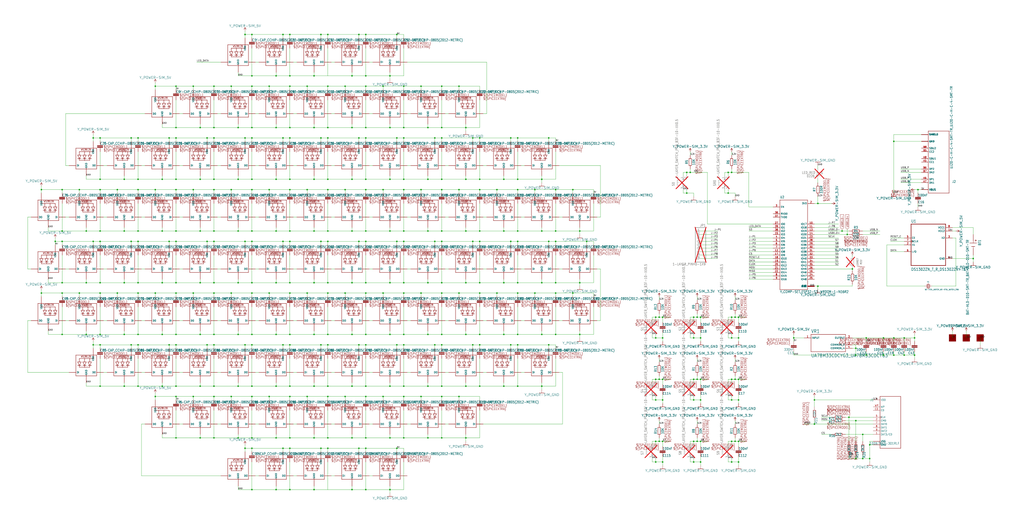
<source format=kicad_sch>
(kicad_sch (version 20231120) (generator "eeschema") (generator_version "8.0")
  (paper "User" 753.669 388.95)
  (lib_symbols
    (symbol "Sensor_Optical:LDR07" (pin_numbers hide) (pin_names (offset 0))
      (property "Reference" "R" (at -5.08 0 90))
      (property "Value" "LDR07" (at 1.905 0 90))
      (symbol "LDR07_1_1"
        (pin passive line (at 0 3.81 270) (length 1.27) (name "~") (number "1"))
        (pin passive line (at 0 -3.81 90) (length 1.27) (name "~") (number "2"))
      )
    )
    (symbol "ledpcb:1-LAYER_LED/R/5MM0.5"
      (property "Reference" "D" (at 2.286 -0.762 0))
      (symbol "1-LAYER_LED/R/5MM0.5_1_0"
        (pin passive line (at 0 2.54 270) (length 2.54) (name "A") (number "1"))
        (pin passive line (at 0 -5.08 90) (length 2.54) (name "C") (number "2"))
      )
    )
    (symbol "ledpcb:1-LAYER_PINHD-1X9"
      (property "Reference" "JP" (at -6.35 13.335 0))
      (symbol "1-LAYER_PINHD-1X9_1_0"
        (pin passive inverted (at -2.54 10.16 0) (length 2.54) (name "1") (number "1"))
        (pin passive inverted (at -2.54 7.62 0) (length 2.54) (name "2") (number "2"))
        (pin passive inverted (at -2.54 5.08 0) (length 2.54) (name "3") (number "3"))
        (pin passive inverted (at -2.54 2.54 0) (length 2.54) (name "4") (number "4"))
        (pin passive inverted (at -2.54 0 0) (length 2.54) (name "5") (number "5"))
        (pin passive inverted (at -2.54 -2.54 0) (length 2.54) (name "6") (number "6"))
        (pin passive inverted (at -2.54 -5.08 0) (length 2.54) (name "7") (number "7"))
        (pin passive inverted (at -2.54 -7.62 0) (length 2.54) (name "8") (number "8"))
        (pin passive inverted (at -2.54 -10.16 0) (length 2.54) (name "9") (number "9"))
      )
    )
    (symbol "ledpcb:1-LAYER_SWITCH_PCB_B3F-10-XX0.5"
      (property "Reference" "S" (at -6.35 -2.54 90))
      (symbol "1-LAYER_SWITCH_PCB_B3F-10-XX0.5_1_0"
        (pin passive line (at 0 5.08 270) (length 2.54) (name "S") (number "1"))
        (pin passive line (at 2.54 5.08 270) (length 2.54) (name "S1") (number "2"))
        (pin passive line (at 0 -5.08 90) (length 2.54) (name "P") (number "3"))
        (pin passive line (at 2.54 -5.08 90) (length 2.54) (name "P1") (number "4"))
      )
    )
    (symbol "ledpcb:10067847-301RLF"
      (property "Reference" "J" (at -7.62 19.05 0))
      (symbol "10067847-301RLF_1_0"
        (pin bidirectional line (at -12.7 -10.16 0) (length 5.08) (name "DAT3/CD") (number "1"))
        (pin bidirectional line (at -12.7 0 0) (length 5.08) (name "CMD") (number "2"))
        (pin power_in line (at -12.7 -15.24 0) (length 5.08) (name "VSS") (number "3"))
        (pin power_in line (at -12.7 15.24 0) (length 5.08) (name "VDD") (number "4"))
        (pin bidirectional clock (at -12.7 2.54 0) (length 5.08) (name "CLK") (number "5"))
        (pin power_in line (at -12.7 -15.24 0) (length 5.08) (name "VSS") (number "6"))
        (pin bidirectional line (at -12.7 -2.54 0) (length 5.08) (name "DAT0") (number "7"))
        (pin bidirectional line (at -12.7 -5.08 0) (length 5.08) (name "DAT1") (number "8"))
        (pin bidirectional line (at -12.7 -7.62 0) (length 5.08) (name "DAT2") (number "9"))
        (pin input line (at -12.7 7.62 0) (length 5.08) (name "CD") (number "CD"))
        (pin power_in line (at -12.7 -17.78 0) (length 5.08) (name "GND") (number "G1"))
        (pin power_in line (at -12.7 -17.78 0) (length 5.08) (name "GND") (number "G2"))
        (pin input line (at -12.7 10.16 0) (length 5.08) (name "WP") (number "WP"))
      )
    )
    (symbol "ledpcb:BAT-HLD-010-SMT-TR_BAT-HLD-010-SMT-TR"
      (property "Reference" "BT" (at -3.81 3.81 0))
      (symbol "BAT-HLD-010-SMT-TR_BAT-HLD-010-SMT-TR_1_0"
        (pin passive line (at 7.62 0 180) (length 5.08) (name "N") (number "N"))
        (pin passive line (at -7.62 0 0) (length 5.08) (name "P") (number "P"))
      )
    )
    (symbol "ledpcb:DS1302ZN_T_R_DS1302ZN+T&R"
      (property "Reference" "U" (at -12.7 16.24 0))
      (symbol "DS1302ZN_T_R_DS1302ZN+T&R_1_0"
        (pin power_in line (at 17.78 10.16 180) (length 5.08) (name "VCC2") (number "1"))
        (pin input line (at -17.78 0 0) (length 5.08) (name "X1") (number "2"))
        (pin output line (at 17.78 5.08 180) (length 5.08) (name "X2") (number "3"))
        (pin power_in line (at 17.78 -10.16 180) (length 5.08) (name "GND") (number "4"))
        (pin input line (at -17.78 5.08 0) (length 5.08) (name "CE") (number "5"))
        (pin bidirectional line (at -17.78 -5.08 0) (length 5.08) (name "I/O") (number "6"))
        (pin input clock (at -17.78 2.54 0) (length 5.08) (name "SCLK") (number "7"))
        (pin power_in line (at 17.78 12.7 180) (length 5.08) (name "VCC1") (number "8"))
      )
    )
    (symbol "ledpcb:UA78M33CDCYG3_UA78M33CDCYG3"
      (property "Reference" "VR" (at -12.7 6.08 0))
      (symbol "UA78M33CDCYG3_UA78M33CDCYG3_1_0"
        (pin input line (at -17.78 2.54 0) (length 5.08) (name "INPUT") (number "1"))
        (pin power_in line (at 17.78 -2.54 180) (length 5.08) (name "COMMON_2") (number "2"))
        (pin output line (at 17.78 2.54 180) (length 5.08) (name "OUTPUT") (number "3"))
        (pin power_in line (at 17.78 -5.08 180) (length 5.08) (name "COMMON_4") (number "4"))
      )
    )
    (symbol "ledpcb:UJ20-C-H-C-4-SMT-TR_UJ20-C-H-C-4-SMT-TR"
      (property "Reference" "J" (at -7.62 23.622 0))
      (symbol "UJ20-C-H-C-4-SMT-TR_UJ20-C-H-C-4-SMT-TR_1_0"
        (pin passive line (at 12.7 -15.24 180) (length 5.08) (name "GND") (number "A12_B1"))
        (pin passive line (at 12.7 -15.24 180) (length 5.08) (name "GND") (number "A1_B12"))
        (pin passive line (at 12.7 20.32 180) (length 5.08) (name "VBUS") (number "A4_B9"))
        (pin passive line (at 12.7 0 180) (length 5.08) (name "CC1") (number "A5"))
        (pin passive line (at 12.7 12.7 180) (length 5.08) (name "DP1") (number "A6"))
        (pin passive line (at 12.7 15.24 180) (length 5.08) (name "DN1") (number "A7"))
        (pin passive line (at 12.7 -2.54 180) (length 5.08) (name "SBU1") (number "A8"))
        (pin passive line (at 12.7 20.32 180) (length 5.08) (name "VBUS") (number "A9_B4"))
        (pin passive line (at 12.7 -7.62 180) (length 5.08) (name "CC2") (number "B5"))
        (pin passive line (at 12.7 5.08 180) (length 5.08) (name "DP2") (number "B6"))
        (pin passive line (at 12.7 7.62 180) (length 5.08) (name "DN2") (number "B7"))
        (pin passive line (at 12.7 -10.16 180) (length 5.08) (name "SBU2") (number "B8"))
        (pin passive line (at 12.7 -20.32 180) (length 5.08) (name "SHIELD") (number "SH1"))
        (pin passive line (at 12.7 -20.32 180) (length 5.08) (name "SHIELD") (number "SH2"))
        (pin passive line (at 12.7 -20.32 180) (length 5.08) (name "SHIELD") (number "SH3"))
        (pin passive line (at 12.7 -20.32 180) (length 5.08) (name "SHIELD") (number "SH4"))
      )
    )
    (symbol "ledpcb:WE-XTAL_WATCH_WE-XTAL_WATCH_2X6"
      (property "Reference" "Y" (at -0.16 2.516 0))
      (symbol "WE-XTAL_WATCH_WE-XTAL_WATCH_2X6_1_0"
        (pin passive line (at -2.54 0 0) (length 0) (name "1") (number "1"))
        (pin passive line (at 2.54 0 180) (length 0) (name "2") (number "2"))
      )
    )
    (symbol "ledpcb:WS2812B_WS2812B_5050N"
      (symbol "WS2812B_WS2812B_5050N_1_0"
        (text "WS2812B" (at -4.064 8.382 0) (effects (font (size 1.27 1.0795)) (justify left bottom)))
        (pin power_in line (at 5.08 15.24 270) (length 5.08) (name "VDD") (number "1-VDD"))
        (pin output line (at 12.7 -2.54 180) (length 5.08) (name "DO") (number "2-DOUT"))
        (pin power_in line (at 0 -10.16 90) (length 5.08) (name "GND") (number "3-GND"))
        (pin input line (at -12.7 -2.54 0) (length 5.08) (name "DI") (number "4-DIN"))
      )
    )
    (symbol "ledpcb:Y-CAP_CCHIP-0805(2012-METRIC)"
      (property "Reference" "C" (at 2.54 2.54 0))
      (symbol "Y-CAP_CCHIP-0805(2012-METRIC)_1_0"
        (text "${SPICEEXTRA}" (at 2.54 -5.08 0) (effects (font (size 1.778 1.5113)) (justify left bottom)))
        (text "${SPICEMODEL}" (at 2.54 -2.54 0) (effects (font (size 1.778 1.5113)) (justify left bottom)))
        (pin passive line (at 0 2.54 270) (length 2.54) (name "1") (number "1"))
        (pin passive line (at 0 -5.08 90) (length 2.54) (name "2") (number "2"))
      )
    )
    (symbol "ledpcb:Y-RES_RCHIP-0805(2012-METRIC)"
      (property "Reference" "R" (at 0 2.54 0))
      (symbol "Y-RES_RCHIP-0805(2012-METRIC)_1_0"
        (text "${SPICEEXTRA}" (at 0 -7.62 0) (effects (font (size 1.778 1.5113))))
        (text "${SPICEMODEL}" (at 0 -5.08 0) (effects (font (size 1.778 1.5113))))
        (pin passive line (at -5.08 0 0) (length 2.54) (name "1") (number "1"))
        (pin passive line (at 5.08 0 180) (length 2.54) (name "2") (number "2"))
      )
    )
    (symbol "ledpcb:Y_COMP-SET_ESP32-S3-WROOM-1-N16R2"
      (property "Reference" "U" (at -10.16 34.1122 0))
      (symbol "Y_COMP-SET_ESP32-S3-WROOM-1-N16R2_1_0"
        (pin power_in line (at 15.24 -30.48 180) (length 5.08) (name "GND") (number "1"))
        (pin bidirectional line (at 15.24 15.24 180) (length 5.08) (name "IO17") (number "10"))
        (pin bidirectional line (at 15.24 12.7 180) (length 5.08) (name "IO18") (number "11"))
        (pin bidirectional line (at -15.24 -5.08 0) (length 5.08) (name "IO8") (number "12"))
        (pin bidirectional line (at 15.24 10.16 180) (length 5.08) (name "IO19") (number "13"))
        (pin bidirectional line (at 15.24 7.62 180) (length 5.08) (name "IO20") (number "14"))
        (pin bidirectional line (at -15.24 7.62 0) (length 5.08) (name "IO3") (number "15"))
        (pin bidirectional line (at 15.24 -20.32 180) (length 5.08) (name "IO46") (number "16"))
        (pin bidirectional line (at -15.24 -7.62 0) (length 5.08) (name "IO9") (number "17"))
        (pin bidirectional line (at -15.24 -10.16 0) (length 5.08) (name "IO10") (number "18"))
        (pin bidirectional line (at -15.24 -12.7 0) (length 5.08) (name "IO11") (number "19"))
        (pin power_in line (at 15.24 30.48 180) (length 5.08) (name "3V3") (number "2"))
        (pin bidirectional line (at -15.24 -15.24 0) (length 5.08) (name "IO12") (number "20"))
        (pin bidirectional line (at -15.24 -17.78 0) (length 5.08) (name "IO13") (number "21"))
        (pin bidirectional line (at -15.24 -20.32 0) (length 5.08) (name "IO14") (number "22"))
        (pin bidirectional line (at 15.24 5.08 180) (length 5.08) (name "IO21") (number "23"))
        (pin bidirectional line (at 15.24 -22.86 180) (length 5.08) (name "IO47") (number "24"))
        (pin bidirectional line (at 15.24 -25.4 180) (length 5.08) (name "IO48") (number "25"))
        (pin bidirectional line (at 15.24 -17.78 180) (length 5.08) (name "IO45") (number "26"))
        (pin bidirectional line (at -15.24 15.24 0) (length 5.08) (name "IO0") (number "27"))
        (pin bidirectional line (at 15.24 2.54 180) (length 5.08) (name "IO35") (number "28"))
        (pin bidirectional line (at 15.24 0 180) (length 5.08) (name "IO36") (number "29"))
        (pin input line (at -15.24 27.94 0) (length 5.08) (name "EN") (number "3"))
        (pin bidirectional line (at 15.24 -2.54 180) (length 5.08) (name "IO37") (number "30"))
        (pin bidirectional line (at 15.24 -5.08 180) (length 5.08) (name "IO38") (number "31"))
        (pin bidirectional line (at 15.24 -7.62 180) (length 5.08) (name "IO39") (number "32"))
        (pin bidirectional line (at 15.24 -10.16 180) (length 5.08) (name "IO40") (number "33"))
        (pin bidirectional line (at 15.24 -12.7 180) (length 5.08) (name "IO41") (number "34"))
        (pin bidirectional line (at 15.24 -15.24 180) (length 5.08) (name "IO42") (number "35"))
        (pin bidirectional line (at -15.24 22.86 0) (length 5.08) (name "RXD0") (number "36"))
        (pin bidirectional line (at -15.24 20.32 0) (length 5.08) (name "TXD0") (number "37"))
        (pin bidirectional line (at -15.24 10.16 0) (length 5.08) (name "IO2") (number "38"))
        (pin bidirectional line (at -15.24 12.7 0) (length 5.08) (name "IO1") (number "39"))
        (pin bidirectional line (at -15.24 5.08 0) (length 5.08) (name "IO4") (number "4"))
        (pin power_in line (at 15.24 -30.48 180) (length 5.08) (name "GND") (number "40"))
        (pin power_in line (at 15.24 -30.48 180) (length 5.08) (name "GND") (number "41_1"))
        (pin power_in line (at 15.24 -30.48 180) (length 5.08) (name "GND") (number "41_10"))
        (pin power_in line (at 15.24 -30.48 180) (length 5.08) (name "GND") (number "41_11"))
        (pin power_in line (at 15.24 -30.48 180) (length 5.08) (name "GND") (number "41_12"))
        (pin power_in line (at 15.24 -30.48 180) (length 5.08) (name "GND") (number "41_13"))
        (pin power_in line (at 15.24 -30.48 180) (length 5.08) (name "GND") (number "41_14"))
        (pin power_in line (at 15.24 -30.48 180) (length 5.08) (name "GND") (number "41_15"))
        (pin power_in line (at 15.24 -30.48 180) (length 5.08) (name "GND") (number "41_16"))
        (pin power_in line (at 15.24 -30.48 180) (length 5.08) (name "GND") (number "41_17"))
        (pin power_in line (at 15.24 -30.48 180) (length 5.08) (name "GND") (number "41_18"))
        (pin power_in line (at 15.24 -30.48 180) (length 5.08) (name "GND") (number "41_19"))
        (pin power_in line (at 15.24 -30.48 180) (length 5.08) (name "GND") (number "41_2"))
        (pin power_in line (at 15.24 -30.48 180) (length 5.08) (name "GND") (number "41_20"))
        (pin power_in line (at 15.24 -30.48 180) (length 5.08) (name "GND") (number "41_21"))
        (pin power_in line (at 15.24 -30.48 180) (length 5.08) (name "GND") (number "41_3"))
        (pin power_in line (at 15.24 -30.48 180) (length 5.08) (name "GND") (number "41_4"))
        (pin power_in line (at 15.24 -30.48 180) (length 5.08) (name "GND") (number "41_5"))
        (pin power_in line (at 15.24 -30.48 180) (length 5.08) (name "GND") (number "41_6"))
        (pin power_in line (at 15.24 -30.48 180) (length 5.08) (name "GND") (number "41_7"))
        (pin power_in line (at 15.24 -30.48 180) (length 5.08) (name "GND") (number "41_8"))
        (pin power_in line (at 15.24 -30.48 180) (length 5.08) (name "GND") (number "41_9"))
        (pin bidirectional line (at -15.24 2.54 0) (length 5.08) (name "IO5") (number "5"))
        (pin bidirectional line (at -15.24 0 0) (length 5.08) (name "IO6") (number "6"))
        (pin bidirectional line (at -15.24 -2.54 0) (length 5.08) (name "IO7") (number "7"))
        (pin bidirectional line (at -15.24 -22.86 0) (length 5.08) (name "IO15") (number "8"))
        (pin bidirectional line (at -15.24 -25.4 0) (length 5.08) (name "IO16") (number "9"))
      )
    )
    (symbol "ledpcb:Y_CONECTOR_POGOPAD2"
      (symbol "Y_CONECTOR_POGOPAD2_1_0"
        (pin bidirectional line (at 0 0 0) (length 0) (name "P$1") (number "P$1"))
      )
    )
    (symbol "ledpcb:Y_POWER-SIM_3.3V" (power)
      (symbol "Y_POWER-SIM_3.3V_1_0"
        (pin power_in line (at 0 0 90) (length 2.54) (name "3.3V") (number "1"))
      )
    )
    (symbol "ledpcb:Y_POWER-SIM_5V" (power)
      (symbol "Y_POWER-SIM_5V_1_0"
        (pin power_in line (at 0 0 90) (length 2.54) (name "5V") (number "1"))
      )
    )
    (symbol "ledpcb:Y_POWER-SIM_GND" (power)
      (symbol "Y_POWER-SIM_GND_1_0"
        (pin power_in line (at 0 2.54 270) (length 2.54) (name "GND") (number "1"))
      )
    )
  )
  (junction (at 485.14 279.4))
  (junction (at 538.48 340.36))
  (junction (at 403.86 254))
  (junction (at 629.92 309.88))
  (junction (at 325.12 132.08))
  (junction (at 129.54 63.5))
  (junction (at 129.54 139.7))
  (junction (at 314.96 246.38))
  (junction (at 213.36 292.1))
  (junction (at 45.72 177.8))
  (junction (at 325.12 208.28))
  (junction (at 129.54 215.9))
  (junction (at 635 320.04))
  (junction (at 269.24 170.18))
  (junction (at 101.6 170.18))
  (junction (at 241.3 25.4))
  (junction (at 208.28 101.6))
  (junction (at 152.4 177.8))
  (junction (at 231.14 132.08))
  (junction (at 281.94 215.9))
  (junction (at 515.62 248.92))
  (junction (at 119.38 284.48))
  (junction (at 627.38 198.12))
  (junction (at 381 246.38))
  (junction (at 538.48 127))
  (junction (at 342.9 208.28))
  (junction (at 269.24 322.58))
  (junction (at 297.18 132.08))
  (junction (at 213.36 246.38))
  (junction (at 147.32 132.08))
  (junction (at 325.12 292.1))
  (junction (at 381 170.18))
  (junction (at 119.38 170.18))
  (junction (at 365.76 139.7))
  (junction (at 241.3 208.28))
  (junction (at 231.14 208.28))
  (junction (at 269.24 215.9))
  (junction (at 287.02 208.28))
  (junction (at 584.2 248.92))
  (junction (at 208.28 177.8))
  (junction (at 543.56 233.68))
  (junction (at 30.48 139.7))
  (junction (at 226.06 292.1))
  (junction (at 114.3 292.1))
  (junction (at 101.6 246.38))
  (junction (at 198.12 139.7))
  (junction (at 513.08 325.12))
  (junction (at 129.54 170.18))
  (junction (at 381 284.48))
  (junction (at 482.6 233.68))
  (junction (at 515.62 340.36))
  (junction (at 68.58 101.6))
  (junction (at 637.54 248.92))
  (junction (at 398.78 132.08))
  (junction (at 45.72 208.28))
  (junction (at 487.68 279.4))
  (junction (at 170.18 292.1))
  (junction (at 45.72 170.18))
  (junction (at 226.06 63.5))
  (junction (at 510.54 340.36))
  (junction (at 185.42 93.98))
  (junction (at 203.2 246.38))
  (junction (at 381 215.9))
  (junction (at 269.24 292.1))
  (junction (at 393.7 139.7))
  (junction (at 185.42 101.6))
  (junction (at 142.24 63.5))
  (junction (at 101.6 132.08))
  (junction (at 185.42 215.9))
  (junction (at 180.34 101.6))
  (junction (at 269.24 246.38))
  (junction (at 241.3 139.7))
  (junction (at 297.18 322.58))
  (junction (at 236.22 177.8))
  (junction (at 269.24 25.4))
  (junction (at 157.48 93.98))
  (junction (at 482.6 279.4))
  (junction (at 370.84 246.38))
  (junction (at 175.26 284.48))
  (junction (at 601.98 210.82))
  (junction (at 650.24 261.62))
  (junction (at 129.54 322.58))
  (junction (at 624.84 307.34))
  (junction (at 538.48 325.12))
  (junction (at 325.12 101.6))
  (junction (at 254 139.7))
  (junction (at 241.3 215.9))
  (junction (at 73.66 132.08))
  (junction (at 538.48 279.4))
  (junction (at 147.32 93.98))
  (junction (at 421.64 139.7))
  (junction (at 264.16 101.6))
  (junction (at 375.92 177.8))
  (junction (at 241.3 330.2))
  (junction (at 254 292.1))
  (junction (at 241.3 63.5))
  (junction (at 213.36 330.2))
  (junction (at 170.18 63.5))
  (junction (at 297.18 208.28))
  (junction (at 292.1 254))
  (junction (at 337.82 63.5))
  (junction (at 157.48 63.5))
  (junction (at 510.54 279.4))
  (junction (at 281.94 139.7))
  (junction (at 292.1 101.6))
  (junction (at 543.56 325.12))
  (junction (at 287.02 322.58))
  (junction (at 337.82 139.7))
  (junction (at 129.54 132.08))
  (junction (at 213.36 55.88))
  (junction (at 487.68 233.68))
  (junction (at 129.54 93.98))
  (junction (at 73.66 254))
  (junction (at 185.42 63.5))
  (junction (at 91.44 132.08))
  (junction (at 63.5 170.18))
  (junction (at 309.88 63.5))
  (junction (at 175.26 246.38))
  (junction (at 129.54 254))
  (junction (at 320.04 101.6))
  (junction (at 241.3 101.6))
  (junction (at 119.38 208.28))
  (junction (at 541.02 233.68))
  (junction (at 147.32 170.18))
  (junction (at 375.92 254))
  (junction (at 264.16 254))
  (junction (at 482.6 325.12))
  (junction (at 657.86 104.14))
  (junction (at 426.72 170.18))
  (junction (at 185.42 208.28))
  (junction (at 226.06 215.9))
  (junction (at 101.6 254))
  (junction (at 213.36 25.4))
  (junction (at 342.9 93.98))
  (junction (at 175.26 170.18))
  (junction (at 281.94 63.5))
  (junction (at 320.04 177.8))
  (junction (at 180.34 330.2))
  (junction (at 241.3 284.48))
  (junction (at 297.18 170.18))
  (junction (at 510.54 294.64))
  (junction (at 241.3 254))
  (junction (at 254 63.5))
  (junction (at 231.14 93.98))
  (junction (at 45.72 139.7))
  (junction (at 264.16 330.2))
  (junction (at 96.52 254))
  (junction (at 408.94 139.7))
  (junction (at 114.3 215.9))
  (junction (at 297.18 292.1))
  (junction (at 403.86 177.8))
  (junction (at 487.68 340.36))
  (junction (at 482.6 248.92))
  (junction (at 515.62 325.12))
  (junction (at 505.46 127))
  (junction (at 675.64 139.7))
  (junction (at 157.48 208.28))
  (junction (at 510.54 248.92))
  (junction (at 73.66 284.48))
  (junction (at 147.32 246.38))
  (junction (at 505.46 142.24))
  (junction (at 254 215.9))
  (junction (at 208.28 254))
  (junction (at 241.3 246.38))
  (junction (at 269.24 101.6))
  (junction (at 353.06 254))
  (junction (at 119.38 132.08))
  (junction (at 157.48 292.1))
  (junction (at 353.06 101.6))
  (junction (at 538.48 233.68))
  (junction (at 353.06 170.18))
  (junction (at 226.06 139.7))
  (junction (at 353.06 208.28))
  (junction (at 716.28 190.5))
  (junction (at 124.46 177.8))
  (junction (at 599.44 312.42))
  (junction (at 231.14 360.68))
  (junction (at 259.08 93.98))
  (junction (at 297.18 246.38))
  (junction (at 259.08 284.48))
  (junction (at 73.66 208.28))
  (junction (at 314.96 322.58))
  (junction (at 30.48 215.9))
  (junction (at 601.98 149.86))
  (junction (at 353.06 246.38))
  (junction (at 640.08 327.66))
  (junction (at 129.54 246.38))
  (junction (at 403.86 101.6))
  (junction (at 73.66 177.8))
  (junction (at 203.2 208.28))
  (junction (at 292.1 330.2))
  (junction (at 259.08 170.18))
  (junction (at 353.06 177.8))
  (junction (at 231.14 55.88))
  (junction (at 381 139.7))
  (junction (at 73.66 139.7))
  (junction (at 269.24 177.8))
  (junction (at 297.18 63.5))
  (junction (at 325.12 284.48))
  (junction (at 203.2 360.68))
  (junction (at 208.28 25.4))
  (junction (at 58.42 215.9))
  (junction (at 381 254))
  (junction (at 325.12 170.18))
  (junction (at 398.78 246.38))
  (junction (at 408.94 246.38))
  (junction (at 381 132.08))
  (junction (at 157.48 284.48))
  (junction (at 185.42 177.8))
  (junction (at 185.42 25.4))
  (junction (at 269.24 55.88))
  (junction (at 175.26 93.98))
  (junction (at 213.36 208.28))
  (junction (at 142.24 139.7))
  (junction (at 370.84 132.08))
  (junction (at 114.3 63.5))
  (junction (at 541.02 325.12))
  (junction (at 370.84 284.48))
  (junction (at 287.02 55.88))
  (junction (at 314.96 284.48))
  (junction (at 185.42 55.88))
  (junction (at 170.18 139.7))
  (junction (at 281.94 292.1))
  (junction (at 325.12 215.9))
  (junction (at 342.9 246.38))
  (junction (at 353.06 215.9))
  (junction (at 68.58 254))
  (junction (at 91.44 208.28))
  (junction (at 198.12 63.5))
  (junction (at 157.48 215.9))
  (junction (at 152.4 101.6))
  (junction (at 241.3 132.08))
  (junction (at 45.72 246.38))
  (junction (at 91.44 284.48))
  (junction (at 185.42 132.08))
  (junction (at 185.42 330.2))
  (junction (at 185.42 322.58))
  (junction (at 269.24 208.28))
  (junction (at 213.36 139.7))
  (junction (at 421.64 215.9))
  (junction (at 543.56 248.92))
  (junction (at 297.18 101.6))
  (junction (at 408.94 170.18))
  (junction (at 515.62 233.68))
  (junction (at 213.36 170.18))
  (junction (at 629.92 337.82))
  (junction (at 541.02 279.4))
  (junction (at 292.1 25.4))
  (junction (at 342.9 322.58))
  (junction (at 599.44 294.64))
  (junction (at 287.02 360.68))
  (junction (at 314.96 93.98))
  (junction (at 513.08 233.68))
  (junction (at 287.02 170.18))
  (junction (at 198.12 215.9))
  (junction (at 213.36 63.5))
  (junction (at 535.94 142.24))
  (junction (at 264.16 177.8))
  (junction (at 236.22 254))
  (junction (at 325.12 177.8))
  (junction (at 73.66 101.6))
  (junction (at 342.9 284.48))
  (junction (at 515.62 294.64))
  (junction (at 68.58 177.8))
  (junction (at 309.88 215.9))
  (junction (at 157.48 322.58))
  (junction (at 259.08 132.08))
  (junction (at 269.24 360.68))
  (junction (at 673.1 261.62))
  (junction (at 337.82 215.9))
  (junction (at 665.48 248.92))
  (junction (at 198.12 292.1))
  (junction (at 73.66 215.9))
  (junction (at 485.14 325.12))
  (junction (at 231.14 170.18))
  (junction (at 203.2 170.18))
  (junction (at 101.6 139.7))
  (junction (at 640.08 337.82))
  (junction (at 96.52 101.6))
  (junction (at 101.6 215.9))
  (junction (at 114.3 139.7))
  (junction (at 147.32 284.48))
  (junction (at 487.68 248.92))
  (junction (at 73.66 170.18))
  (junction (at 353.06 132.08))
  (junction (at 269.24 254))
  (junction (at 342.9 170.18))
  (junction (at 269.24 284.48))
  (junction (at 157.48 177.8))
  (junction (at 623.57 172.72))
  (junction (at 185.42 170.18))
  (junction (at 347.98 101.6))
  (junction (at 370.84 208.28))
  (junction (at 287.02 93.98))
  (junction (at 157.48 170.18))
  (junction (at 508 127))
  (junction (at 538.48 248.92))
  (junction (at 129.54 284.48))
  (junction (at 657.86 248.92))
  (junction (at 231.14 284.48))
  (junction (at 269.24 93.98))
  (junction (at 236.22 25.4))
  (junction (at 185.42 360.68))
  (junction (at 538.48 294.64))
  (junction (at 398.78 284.48))
  (junction (at 142.24 215.9))
  (junction (at 203.2 93.98))
  (junction (at 370.84 170.18))
  (junction (at 513.08 279.4))
  (junction (at 45.72 215.9))
  (junction (at 213.36 322.58))
  (junction (at 637.54 261.62))
  (junction (at 287.02 284.48))
  (junction (at 124.46 254))
  (junction (at 657.86 261.62))
  (junction (at 487.68 294.64))
  (junction (at 325.12 63.5))
  (junction (at 86.36 139.7))
  (junction (at 129.54 208.28))
  (junction (at 175.26 208.28))
  (junction (at 269.24 139.7))
  (junction (at 231.14 246.38))
  (junction (at 185.42 246.38))
  (junction (at 241.3 292.1))
  (junction (at 180.34 177.8))
  (junction (at 157.48 101.6))
  (junction (at 665.48 261.62))
  (junction (at 236.22 101.6))
  (junction (at 482.6 294.64))
  (junction (at 213.36 284.48))
  (junction (at 314.96 132.08))
  (junction (at 314.96 208.28))
  (junction (at 157.48 246.38))
  (junction (at 287.02 246.38))
  (junction (at 185.42 284.48))
  (junction (at 485.14 233.68))
  (junction (at 408.94 208.28))
  (junction (at 203.2 132.08))
  (junction (at 101.6 284.48))
  (junction (at 543.56 340.36))
  (junction (at 203.2 55.88))
  (junction (at 325.12 254))
  (junction (at 325.12 93.98))
  (junction (at 269.24 330.2))
  (junction (at 426.72 208.28))
  (junction (at 259.08 246.38))
  (junction (at 297.18 254))
  (junction (at 297.18 93.98))
  (junction (at 510.54 325.12))
  (junction (at 91.44 246.38))
  (junction (at 408.94 177.8))
  (junction (at 325.12 322.58))
  (junction (at 101.6 208.28))
  (junction (at 325.12 139.7))
  (junction (at 408.94 215.9))
  (junction (at 264.16 25.4))
  (junction (at 170.18 215.9))
  (junction (at 259.08 55.88))
  (junction (at 629.92 256.54))
  (junction (at 347.98 177.8))
  (junction (at 431.8 177.8))
  (junction (at 63.5 208.28))
  (junction (at 673.1 248.92))
  (junction (at 325.12 246.38))
  (junction (at 119.38 246.38))
  (junction (at 543.56 279.4))
  (junction (at 320.04 254))
  (junction (at 398.78 170.18))
  (junction (at 535.94 127))
  (junction (at 208.28 330.2))
  (junction (at 297.18 139.7))
  (junction (at 309.88 139.7))
  (junction (at 147.32 208.28))
  (junction (at 375.92 101.6))
  (junction (at 292.1 177.8))
  (junction (at 259.08 208.28))
  (junction (at 40.64 177.8))
  (junction (at 269.24 63.5))
  (junction (at 515.62 279.4))
  (junction (at 213.36 215.9))
  (junction (at 297.18 177.8))
  (junction (at 157.48 132.08))
  (junction (at 347.98 254))
  (junction (at 650.24 248.92))
  (junction (at 213.36 177.8))
  (junction (at 342.9 132.08))
  (junction (at 309.88 292.1))
  (junction (at 314.96 170.18))
  (junction (at 297.18 215.9))
  (junction (at 287.02 132.08))
  (junction (at 91.44 170.18))
  (junction (at 203.2 284.48))
  (junction (at 185.42 139.7))
  (junction (at 180.34 254))
  (junction (at 241.3 322.58))
  (junction (at 259.08 360.68))
  (junction (at 185.42 254))
  (junction (at 86.36 215.9))
  (junction (at 241.3 170.18))
  (junction (at 157.48 139.7))
  (junction (at 213.36 132.08))
  (junction (at 297.18 284.48))
  (junction (at 426.72 246.38))
  (junction (at 213.36 360.68))
  (junction (at 241.3 177.8))
  (junction (at 543.56 294.64))
  (junction (at 180.34 25.4))
  (junction (at 269.24 132.08))
  (junction (at 381 208.28))
  (junction (at 124.46 101.6))
  (junction (at 236.22 330.2))
  (junction (at 129.54 292.1))
  (junction (at 152.4 254))
  (junction (at 101.6 101.6))
  (junction (at 203.2 322.58))
  (junction (at 147.32 322.58))
  (junction (at 241.3 93.98))
  (junction (at 629.92 261.62))
  (junction (at 175.26 322.58))
  (junction (at 482.6 340.36))
  (junction (at 337.82 292.1))
  (junction (at 213.36 101.6))
  (junction (at 259.08 322.58))
  (junction (at 487.68 325.12))
  (junction (at 635 337.82))
  (junction (at 58.42 139.7))
  (junction (at 353.06 284.48))
  (junction (at 129.54 177.8))
  (junction (at 73.66 246.38))
  (junction (at 185.42 292.1))
  (junction (at 381 177.8))
  (junction (at 398.78 208.28))
  (junction (at 129.54 101.6))
  (junction (at 365.76 215.9))
  (junction (at 510.54 233.68))
  (junction (at 142.24 292.1))
  (junction (at 175.26 132.08))
  (junction (at 213.36 254))
  (junction (at 619.76 170.18))
  (junction (at 213.36 93.98))
  (junction (at 393.7 215.9))
  (junction (at 96.52 177.8))
  (junction (at 63.5 246.38))
  (junction (at 157.48 254))
  (junction (at 231.14 322.58))
  (junction (at 381 101.6))
  (junction (at 101.6 177.8))
  (junction (at 353.06 139.7))
  (wire (pts (xy 599.44 299.72) (xy 599.44 294.64)) (stroke (width 0.1524)))
  (wire (pts (xy 533.4 142.24) (xy 535.94 142.24)) (stroke (width 0.1524)))
  (wire (pts (xy 408.94 256.54) (xy 408.94 254)) (stroke (width 0.1524)))
  (wire (pts (xy 650.24 248.92) (xy 657.86 248.92)) (stroke (width 0.1524)))
  (wire (pts (xy 157.48 218.44) (xy 157.48 215.9)) (stroke (width 0.1524)))
  (wire (pts (xy 175.26 243.84) (xy 175.26 246.38)) (stroke (width 0.1524)))
  (wire (pts (xy 185.42 256.54) (xy 185.42 254)) (stroke (width 0.1524)))
  (wire (pts (xy 508 248.92) (xy 510.54 248.92)) (stroke (width 0.1524)))
  (wire (pts (xy 236.22 180.34) (xy 236.22 177.8)) (stroke (width 0.1524)))
  (wire (pts (xy 482.6 340.36) (xy 482.6 337.82)) (stroke (width 0.1524)))
  (wire (pts (xy 678.18 134.62) (xy 662.94 134.62)) (stroke (width 0.1524)))
  (wire (pts (xy 314.96 93.98) (xy 325.12 93.98)) (stroke (width 0.1524)))
  (wire (pts (xy 68.58 254) (xy 68.58 251.46)) (stroke (width 0.1524)))
  (wire (pts (xy 218.44 160.02) (xy 215.9 160.02)) (stroke (width 0.1524)))
  (wire (pts (xy 386.08 160.02) (xy 383.54 160.02)) (stroke (width 0.1524)))
  (wire (pts (xy 175.26 322.58) (xy 185.42 322.58)) (stroke (width 0.1524)))
  (wire (pts (xy 411.48 274.32) (xy 414.02 274.32)) (stroke (width 0.1524)))
  (wire (pts (xy 246.38 83.82) (xy 243.84 83.82)) (stroke (width 0.1524)))
  (wire (pts (xy 612.14 309.88) (xy 604.52 309.88)) (stroke (width 0.1524)))
  (wire (pts (xy 665.48 251.46) (xy 665.48 248.92)) (stroke (width 0.1524)))
  (wire (pts (xy 599.44 187.96) (xy 617.22 187.96)) (stroke (width 0.1524)))
  (wire (pts (xy 236.22 27.94) (xy 236.22 25.4)) (stroke (width 0.1524)))
  (wire (pts (xy 259.08 129.54) (xy 259.08 132.08)) (stroke (width 0.1524)))
  (wire (pts (xy 353.06 101.6) (xy 375.92 101.6)) (stroke (width 0.1524)))
  (wire (pts (xy 441.96 121.92) (xy 441.96 160.02)) (stroke (width 0.1524)))
  (wire (pts (xy 515.62 237.49) (xy 515.62 233.68)) (stroke (width 0.1524)))
  (wire (pts (xy 157.48 139.7) (xy 170.18 139.7)) (stroke (width 0.1524)))
  (wire (pts (xy 353.06 294.64) (xy 353.06 292.1)) (stroke (width 0.1524)))
  (wire (pts (xy 543.56 233.68) (xy 548.64 233.68)) (stroke (width 0.1524)))
  (wire (pts (xy 508 236.22) (xy 508 233.68)) (stroke (width 0.1524)))
  (wire (pts (xy 403.86 101.6) (xy 408.94 101.6)) (stroke (width 0.1524)))
  (wire (pts (xy 599.44 312.42) (xy 591.82 312.42)) (stroke (width 0.1524)))
  (wire (pts (xy 353.06 187.96) (xy 353.06 208.28)) (stroke (width 0.1524)))
  (wire (pts (xy 58.42 142.24) (xy 58.42 139.7)) (stroke (width 0.1524)))
  (wire (pts (xy 381 170.18) (xy 398.78 170.18)) (stroke (width 0.1524)))
  (wire (pts (xy 320.04 101.6) (xy 325.12 101.6)) (stroke (width 0.1524)))
  (wire (pts (xy 657.86 142.24) (xy 657.86 104.14)) (stroke (width 0.1524)))
  (wire (pts (xy 185.42 180.34) (xy 185.42 177.8)) (stroke (width 0.1524)))
  (wire (pts (xy 264.16 25.4) (xy 241.3 25.4)) (stroke (width 0.1524)))
  (wire (pts (xy 157.48 254) (xy 180.34 254)) (stroke (width 0.1524)))
  (wire (pts (xy 535.94 248.92) (xy 538.48 248.92)) (stroke (width 0.1524)))
  (wire (pts (xy 269.24 73.66) (xy 269.24 93.98)) (stroke (width 0.1524)))
  (wire (pts (xy 124.46 254) (xy 129.54 254)) (stroke (width 0.1524)))
  (wire (pts (xy 365.76 215.9) (xy 365.76 218.44)) (stroke (width 0.1524)))
  (wire (pts (xy 624.84 337.82) (xy 629.92 337.82)) (stroke (width 0.1524)))
  (wire (pts (xy 213.36 142.24) (xy 213.36 139.7)) (stroke (width 0.1524)))
  (wire (pts (xy 353.06 256.54) (xy 353.06 254)) (stroke (width 0.1524)))
  (wire (pts (xy 309.88 139.7) (xy 325.12 139.7)) (stroke (width 0.1524)))
  (wire (pts (xy 203.2 360.68) (xy 213.36 360.68)) (stroke (width 0.1524)))
  (wire (pts (xy 259.08 322.58) (xy 269.24 322.58)) (stroke (width 0.1524)))
  (wire (pts (xy 152.4 104.14) (xy 152.4 101.6)) (stroke (width 0.1524)))
  (wire (pts (xy 480.06 246.38) (xy 480.06 248.92)) (stroke (width 0.1524)))
  (wire (pts (xy 96.52 101.6) (xy 101.6 101.6)) (stroke (width 0.1524)))
  (wire (pts (xy 73.66 256.54) (xy 73.66 254)) (stroke (width 0.1524)))
  (wire (pts (xy 508 337.82) (xy 508 340.36)) (stroke (width 0.1524)))
  (wire (pts (xy 48.26 121.92) (xy 50.8 121.92)) (stroke (width 0.1524)))
  (wire (pts (xy 287.02 208.28) (xy 297.18 208.28)) (stroke (width 0.1524)))
  (wire (pts (xy 259.08 243.84) (xy 259.08 246.38)) (stroke (width 0.1524)))
  (wire (pts (xy 325.12 256.54) (xy 325.12 254)) (stroke (width 0.1524)))
  (wire (pts (xy 568.96 182.88) (xy 551.18 182.88)) (stroke (width 0.1524)))
  (wire (pts (xy 287.02 322.58) (xy 297.18 322.58)) (stroke (width 0.1524)))
  (wire (pts (xy 513.08 325.12) (xy 515.62 325.12)) (stroke (width 0.1524)))
  (wire (pts (xy 515.62 187.96) (xy 528.32 187.96)) (stroke (width 0.1524)))
  (wire (pts (xy 543.56 328.93) (xy 543.56 325.12)) (stroke (width 0.1524)))
  (wire (pts (xy 142.24 215.9) (xy 157.48 215.9)) (stroke (width 0.1524)))
  (wire (pts (xy 73.66 104.14) (xy 73.66 101.6)) (stroke (width 0.1524)))
  (wire (pts (xy 716.28 187.96) (xy 716.28 190.5)) (stroke (width 0.1524)))
  (wire (pts (xy 185.42 246.38) (xy 203.2 246.38)) (stroke (width 0.1524)))
  (wire (pts (xy 20.32 236.22) (xy 20.32 274.32)) (stroke (width 0.1524)))
  (wire (pts (xy 152.4 254) (xy 157.48 254)) (stroke (width 0.1524)))
  (wire (pts (xy 231.14 243.84) (xy 231.14 246.38)) (stroke (width 0.1524)))
  (wire (pts (xy 541.02 312.42) (xy 541.02 309.88)) (stroke (width 0.1524)))
  (wire (pts (xy 403.86 177.8) (xy 403.86 180.34)) (stroke (width 0.1524)))
  (wire (pts (xy 241.3 111.76) (xy 241.3 132.08)) (stroke (width 0.1524)))
  (wire (pts (xy 129.54 208.28) (xy 147.32 208.28)) (stroke (width 0.1524)))
  (wire (pts (xy 231.14 170.18) (xy 241.3 170.18)) (stroke (width 0.1524)))
  (wire (pts (xy 68.58 256.54) (xy 68.58 254)) (stroke (width 0.1524)))
  (wire (pts (xy 101.6 246.38) (xy 119.38 246.38)) (stroke (width 0.1524)))
  (wire (pts (xy 538.48 248.92) (xy 538.48 246.38)) (stroke (width 0.1524)))
  (wire (pts (xy 297.18 187.96) (xy 297.18 208.28)) (stroke (width 0.1524)))
  (wire (pts (xy 297.18 111.76) (xy 297.18 132.08)) (stroke (width 0.1524)))
  (wire (pts (xy 106.68 312.42) (xy 104.14 312.42)) (stroke (width 0.1524)))
  (wire (pts (xy 480.06 325.12) (xy 482.6 325.12)) (stroke (width 0.1524)))
  (wire (pts (xy 185.42 360.68) (xy 203.2 360.68)) (stroke (width 0.1524)))
  (wire (pts (xy 241.3 264.16) (xy 241.3 284.48)) (stroke (width 0.1524)))
  (wire (pts (xy 330.2 236.22) (xy 327.66 236.22)) (stroke (width 0.1524)))
  (wire (pts (xy 30.48 139.7) (xy 30.48 137.16)) (stroke (width 0.1524)))
  (wire (pts (xy 119.38 243.84) (xy 119.38 246.38)) (stroke (width 0.1524)))
  (wire (pts (xy 215.9 198.12) (xy 218.44 198.12)) (stroke (width 0.1524)))
  (wire (pts (xy 63.5 208.28) (xy 73.66 208.28)) (stroke (width 0.1524)))
  (wire (pts (xy 73.66 215.9) (xy 86.36 215.9)) (stroke (width 0.1524)))
  (wire (pts (xy 640.08 337.82) (xy 640.08 327.66)) (stroke (width 0.1524)))
  (wire (pts (xy 665.48 185.42) (xy 655.32 185.42)) (stroke (width 0.1524)))
  (wire (pts (xy 325.12 142.24) (xy 325.12 139.7)) (stroke (width 0.1524)))
  (wire (pts (xy 353.06 73.66) (xy 353.06 93.98)) (stroke (width 0.1524)))
  (wire (pts (xy 287.02 246.38) (xy 297.18 246.38)) (stroke (width 0.1524)))
  (wire (pts (xy 142.24 292.1) (xy 157.48 292.1)) (stroke (width 0.1524)))
  (wire (pts (xy 157.48 180.34) (xy 157.48 177.8)) (stroke (width 0.1524)))
  (wire (pts (xy 185.42 27.94) (xy 185.42 25.4)) (stroke (width 0.1524)))
  (wire (pts (xy 203.2 208.28) (xy 213.36 208.28)) (stroke (width 0.1524)))
  (wire (pts (xy 241.3 215.9) (xy 254 215.9)) (stroke (width 0.1524)))
  (wire (pts (xy 287.02 58.42) (xy 287.02 55.88)) (stroke (width 0.1524)))
  (wire (pts (xy 538.48 124.46) (xy 538.48 127)) (stroke (width 0.1524)))
  (wire (pts (xy 264.16 104.14) (xy 264.16 101.6)) (stroke (width 0.1524)))
  (wire (pts (xy 185.42 170.18) (xy 203.2 170.18)) (stroke (width 0.1524)))
  (wire (pts (xy 203.2 132.08) (xy 213.36 132.08)) (stroke (width 0.1524)))
  (wire (pts (xy 297.18 226.06) (xy 297.18 246.38)) (stroke (width 0.1524)))
  (wire (pts (xy 541.02 233.68) (xy 543.56 233.68)) (stroke (width 0.1524)))
  (wire (pts (xy 543.56 237.49) (xy 543.56 233.68)) (stroke (width 0.1524)))
  (wire (pts (xy 386.08 236.22) (xy 383.54 236.22)) (stroke (width 0.1524)))
  (wire (pts (xy 91.44 167.64) (xy 91.44 170.18)) (stroke (width 0.1524)))
  (wire (pts (xy 309.88 215.9) (xy 325.12 215.9)) (stroke (width 0.1524)))
  (wire (pts (xy 185.42 111.76) (xy 185.42 132.08)) (stroke (width 0.1524)))
  (wire (pts (xy 309.88 63.5) (xy 325.12 63.5)) (stroke (width 0.1524)))
  (wire (pts (xy 170.18 294.64) (xy 170.18 292.1)) (stroke (width 0.1524)))
  (wire (pts (xy 76.2 121.92) (xy 78.74 121.92)) (stroke (width 0.1524)))
  (wire (pts (xy 330.2 83.82) (xy 327.66 83.82)) (stroke (width 0.1524)))
  (wire (pts (xy 213.36 208.28) (xy 231.14 208.28)) (stroke (width 0.1524)))
  (wire (pts (xy 325.12 180.34) (xy 325.12 177.8)) (stroke (width 0.1524)))
  (wire (pts (xy 302.26 83.82) (xy 299.72 83.82)) (stroke (width 0.1524)))
  (wire (pts (xy 91.44 129.54) (xy 91.44 132.08)) (stroke (width 0.1524)))
  (wire (pts (xy 629.92 325.12) (xy 629.92 309.88)) (stroke (width 0.1524)))
  (wire (pts (xy 86.36 142.24) (xy 86.36 139.7)) (stroke (width 0.1524)))
  (wire (pts (xy 101.6 208.28) (xy 119.38 208.28)) (stroke (width 0.1524)))
  (wire (pts (xy 515.62 283.21) (xy 515.62 279.4)) (stroke (width 0.1524)))
  (wire (pts (xy 337.82 139.7) (xy 353.06 139.7)) (stroke (width 0.1524)))
  (wire (pts (xy 508 127) (xy 520.7 127)) (stroke (width 0.1524)))
  (wire (pts (xy 325.12 302.26) (xy 325.12 322.58)) (stroke (width 0.1524)))
  (wire (pts (xy 119.38 170.18) (xy 129.54 170.18)) (stroke (width 0.1524)))
  (wire (pts (xy 259.08 320.04) (xy 259.08 322.58)) (stroke (width 0.1524)))
  (wire (pts (xy 487.68 328.93) (xy 487.68 325.12)) (stroke (width 0.1524)))
  (wire (pts (xy 381 101.6) (xy 403.86 101.6)) (stroke (width 0.1524)))
  (wire (pts (xy 482.6 325.12) (xy 482.6 327.66)) (stroke (width 0.1524)))
  (wire (pts (xy 254 294.64) (xy 254 292.1)) (stroke (width 0.1524)))
  (wire (pts (xy 101.6 254) (xy 124.46 254)) (stroke (width 0.1524)))
  (wire (pts (xy 269.24 284.48) (xy 287.02 284.48)) (stroke (width 0.1524)))
  (wire (pts (xy 342.9 167.64) (xy 342.9 170.18)) (stroke (width 0.1524)))
  (wire (pts (xy 73.66 177.8) (xy 96.52 177.8)) (stroke (width 0.1524)))
  (wire (pts (xy 320.04 254) (xy 325.12 254)) (stroke (width 0.1524)))
  (wire (pts (xy 314.96 167.64) (xy 314.96 170.18)) (stroke (width 0.1524)))
  (wire (pts (xy 508 233.68) (xy 510.54 233.68)) (stroke (width 0.1524)))
  (wire (pts (xy 353.06 139.7) (xy 365.76 139.7)) (stroke (width 0.1524)))
  (wire (pts (xy 297.18 264.16) (xy 297.18 284.48)) (stroke (width 0.1524)))
  (wire (pts (xy 538.48 325.12) (xy 541.02 325.12)) (stroke (width 0.1524)))
  (wire (pts (xy 358.14 83.82) (xy 355.6 83.82)) (stroke (width 0.1524)))
  (wire (pts (xy 241.3 218.44) (xy 241.3 215.9)) (stroke (width 0.1524)))
  (wire (pts (xy 599.44 185.42) (xy 617.22 185.42)) (stroke (width 0.1524)))
  (wire (pts (xy 665.48 180.34) (xy 652.78 180.34)) (stroke (width 0.1524)))
  (wire (pts (xy 342.9 284.48) (xy 353.06 284.48)) (stroke (width 0.1524)))
  (wire (pts (xy 673.1 248.92) (xy 673.1 251.46)) (stroke (width 0.1524)))
  (wire (pts (xy 515.62 290.83) (xy 515.62 294.64)) (stroke (width 0.1524)))
  (wire (pts (xy 482.6 233.68) (xy 482.6 236.22)) (stroke (width 0.1524)))
  (wire (pts (xy 236.22 177.8) (xy 241.3 177.8)) (stroke (width 0.1524)))
  (wire (pts (xy 147.32 93.98) (xy 157.48 93.98)) (stroke (width 0.1524)))
  (wire (pts (xy 358.14 160.02) (xy 355.6 160.02)) (stroke (width 0.1524)))
  (wire (pts (xy 535.94 279.4) (xy 538.48 279.4)) (stroke (width 0.1524)))
  (wire (pts (xy 297.18 104.14) (xy 297.18 101.6)) (stroke (width 0.1524)))
  (wire (pts (xy 297.18 149.86) (xy 297.18 170.18)) (stroke (width 0.1524)))
  (wire (pts (xy 35.56 243.84) (xy 35.56 246.38)) (stroke (width 0.1524)))
  (wire (pts (xy 175.26 320.04) (xy 175.26 322.58)) (stroke (width 0.1524)))
  (wire (pts (xy 568.96 203.2) (xy 551.18 203.2)) (stroke (width 0.1524)))
  (wire (pts (xy 414.02 160.02) (xy 411.48 160.02)) (stroke (width 0.1524)))
  (wire (pts (xy 292.1 104.14) (xy 292.1 101.6)) (stroke (width 0.1524)))
  (wire (pts (xy 48.26 198.12) (xy 50.8 198.12)) (stroke (width 0.1524)))
  (wire (pts (xy 157.48 111.76) (xy 157.48 132.08)) (stroke (width 0.1524)))
  (wire (pts (xy 568.96 185.42) (xy 551.18 185.42)) (stroke (width 0.1524)))
  (wire (pts (xy 325.12 63.5) (xy 337.82 63.5)) (stroke (width 0.1524)))
  (wire (pts (xy 599.44 172.72) (xy 623.57 172.72)) (stroke (width 0.1524)))
  (wire (pts (xy 297.18 246.38) (xy 314.96 246.38)) (stroke (width 0.1524)))
  (wire (pts (xy 147.32 246.38) (xy 157.48 246.38)) (stroke (width 0.1524)))
  (wire (pts (xy 431.8 177.8) (xy 436.88 177.8)) (stroke (width 0.1524)))
  (wire (pts (xy 58.42 215.9) (xy 73.66 215.9)) (stroke (width 0.1524)))
  (wire (pts (xy 129.54 256.54) (xy 129.54 254)) (stroke (width 0.1524)))
  (wire (pts (xy 213.36 256.54) (xy 213.36 254)) (stroke (width 0.1524)))
  (wire (pts (xy 505.46 127) (xy 508 127)) (stroke (width 0.1524)))
  (wire (pts (xy 381 132.08) (xy 398.78 132.08)) (stroke (width 0.1524)))
  (wire (pts (xy 408.94 180.34) (xy 408.94 177.8)) (stroke (width 0.1524)))
  (wire (pts (xy 147.32 320.04) (xy 147.32 322.58)) (stroke (width 0.1524)))
  (wire (pts (xy 535.94 327.66) (xy 535.94 325.12)) (stroke (width 0.1524)))
  (wire (pts (xy 114.3 142.24) (xy 114.3 139.7)) (stroke (width 0.1524)))
  (wire (pts (xy 436.88 139.7) (xy 421.64 139.7)) (stroke (width 0.1524)))
  (wire (pts (xy 185.42 142.24) (xy 185.42 139.7)) (stroke (width 0.1524)))
  (wire (pts (xy 187.96 198.12) (xy 190.5 198.12)) (stroke (width 0.1524)))
  (wire (pts (xy 535.94 294.64) (xy 538.48 294.64)) (stroke (width 0.1524)))
  (wire (pts (xy 342.9 170.18) (xy 353.06 170.18)) (stroke (width 0.1524)))
  (wire (pts (xy 297.18 177.8) (xy 320.04 177.8)) (stroke (width 0.1524)))
  (wire (pts (xy 515.62 325.12) (xy 520.7 325.12)) (stroke (width 0.1524)))
  (wire (pts (xy 213.36 284.48) (xy 231.14 284.48)) (stroke (width 0.1524)))
  (wire (pts (xy 63.5 129.54) (xy 63.5 132.08)) (stroke (width 0.1524)))
  (wire (pts (xy 297.18 180.34) (xy 297.18 177.8)) (stroke (width 0.1524)))
  (wire (pts (xy 96.52 177.8) (xy 101.6 177.8)) (stroke (width 0.1524)))
  (wire (pts (xy 45.72 226.06) (xy 45.72 246.38)) (stroke (width 0.1524)))
  (wire (pts (xy 370.84 170.18) (xy 370.84 167.64)) (stroke (width 0.1524)))
  (wire (pts (xy 73.66 208.28) (xy 91.44 208.28)) (stroke (width 0.1524)))
  (wire (pts (xy 269.24 246.38) (xy 287.02 246.38)) (stroke (width 0.1524)))
  (wire (pts (xy 241.3 25.4) (xy 236.22 25.4)) (stroke (width 0.1524)))
  (wire (pts (xy 226.06 63.5) (xy 241.3 63.5)) (stroke (width 0.1524)))
  (wire (pts (xy 78.74 236.22) (xy 76.2 236.22)) (stroke (width 0.1524)))
  (wire (pts (xy 513.08 220.98) (xy 513.08 218.44)) (stroke (width 0.1524)))
  (wire (pts (xy 241.3 246.38) (xy 259.08 246.38)) (stroke (width 0.1524)))
  (wire (pts (xy 114.3 292.1) (xy 129.54 292.1)) (stroke (width 0.1524)))
  (wire (pts (xy 665.48 248.92) (xy 673.1 248.92)) (stroke (width 0.1524)))
  (wire (pts (xy 226.06 215.9) (xy 241.3 215.9)) (stroke (width 0.1524)))
  (wire (pts (xy 436.88 180.34) (xy 436.88 177.8)) (stroke (width 0.1524)))
  (wire (pts (xy 264.16 180.34) (xy 264.16 177.8)) (stroke (width 0.1524)))
  (wire (pts (xy 541.02 325.12) (xy 543.56 325.12)) (stroke (width 0.1524)))
  (wire (pts (xy 132.08 198.12) (xy 134.62 198.12)) (stroke (width 0.1524)))
  (wire (pts (xy 203.2 246.38) (xy 203.2 243.84)) (stroke (width 0.1524)))
  (wire (pts (xy 264.16 27.94) (xy 264.16 25.4)) (stroke (width 0.1524)))
  (wire (pts (xy 515.62 336.55) (xy 515.62 340.36)) (stroke (width 0.1524)))
  (wire (pts (xy 101.6 101.6) (xy 124.46 101.6)) (stroke (width 0.1524)))
  (wire (pts (xy 403.86 101.6) (xy 403.86 104.14)) (stroke (width 0.1524)))
  (wire (pts (xy 297.18 218.44) (xy 297.18 215.9)) (stroke (width 0.1524)))
  (wire (pts (xy 627.38 254) (xy 629.92 254)) (stroke (width 0.1524)))
  (wire (pts (xy 342.9 281.94) (xy 342.9 284.48)) (stroke (width 0.1524)))
  (wire (pts (xy 203.2 320.04) (xy 203.2 322.58)) (stroke (width 0.1524)))
  (wire (pts (xy 208.28 177.8) (xy 213.36 177.8)) (stroke (width 0.1524)))
  (wire (pts (xy 541.02 322.58) (xy 541.02 325.12)) (stroke (width 0.1524)))
  (wire (pts (xy 208.28 330.2) (xy 185.42 330.2)) (stroke (width 0.1524)))
  (wire (pts (xy 297.18 332.74) (xy 297.18 330.2)) (stroke (width 0.1524)))
  (wire (pts (xy 342.9 205.74) (xy 342.9 208.28)) (stroke (width 0.1524)))
  (wire (pts (xy 568.96 190.5) (xy 551.18 190.5)) (stroke (width 0.1524)))
  (wire (pts (xy 185.42 73.66) (xy 185.42 93.98)) (stroke (width 0.1524)))
  (wire (pts (xy 259.08 284.48) (xy 269.24 284.48)) (stroke (width 0.1524)))
  (wire (pts (xy 269.24 180.34) (xy 269.24 177.8)) (stroke (width 0.1524)))
  (wire (pts (xy 190.5 83.82) (xy 187.96 83.82)) (stroke (width 0.1524)))
  (wire (pts (xy 157.48 256.54) (xy 157.48 254)) (stroke (width 0.1524)))
  (wire (pts (xy 175.26 132.08) (xy 185.42 132.08)) (stroke (width 0.1524)))
  (wire (pts (xy 213.36 73.66) (xy 213.36 93.98)) (stroke (width 0.1524)))
  (wire (pts (xy 241.3 101.6) (xy 264.16 101.6)) (stroke (width 0.1524)))
  (wire (pts (xy 414.02 236.22) (xy 411.48 236.22)) (stroke (width 0.1524)))
  (wire (pts (xy 383.54 121.92) (xy 386.08 121.92)) (stroke (width 0.1524)))
  (wire (pts (xy 314.96 91.44) (xy 314.96 93.98)) (stroke (width 0.1524)))
  (wire (pts (xy 538.48 248.92) (xy 543.56 248.92)) (stroke (width 0.1524)))
  (wire (pts (xy 124.46 101.6) (xy 129.54 101.6)) (stroke (width 0.1524)))
  (wire (pts (xy 314.96 129.54) (xy 314.96 132.08)) (stroke (width 0.1524)))
  (wire (pts (xy 269.24 66.04) (xy 269.24 63.5)) (stroke (width 0.1524)))
  (wire (pts (xy 297.18 25.4) (xy 292.1 25.4)) (stroke (width 0.1524)))
  (wire (pts (xy 129.54 218.44) (xy 129.54 215.9)) (stroke (width 0.1524)))
  (wire (pts (xy 180.34 101.6) (xy 185.42 101.6)) (stroke (width 0.1524)))
  (wire (pts (xy 393.7 139.7) (xy 381 139.7)) (stroke (width 0.1524)))
  (wire (pts (xy 408.94 264.16) (xy 408.94 284.48)) (stroke (width 0.1524)))
  (wire (pts (xy 652.78 180.34) (xy 652.78 210.82)) (stroke (width 0.1524)))
  (wire (pts (xy 716.28 190.5) (xy 716.28 193.04)) (stroke (width 0.1524)))
  (wire (pts (xy 180.34 177.8) (xy 185.42 177.8)) (stroke (width 0.1524)))
  (wire (pts (xy 652.78 210.82) (xy 680.72 210.82)) (stroke (width 0.1524)))
  (wire (pts (xy 198.12 139.7) (xy 213.36 139.7)) (stroke (width 0.1524)))
  (wire (pts (xy 114.3 63.5) (xy 114.3 60.96)) (stroke (width 0.1524)))
  (wire (pts (xy 101.6 256.54) (xy 101.6 254)) (stroke (width 0.1524)))
  (wire (pts (xy 48.26 83.82) (xy 48.26 121.92)) (stroke (width 0.1524)))
  (wire (pts (xy 485.14 233.68) (xy 487.68 233.68)) (stroke (width 0.1524)))
  (wire (pts (xy 510.54 294.64) (xy 515.62 294.64)) (stroke (width 0.1524)))
  (wire (pts (xy 635 172.72) (xy 647.7 172.72)) (stroke (width 0.1524)))
  (wire (pts (xy 170.18 66.04) (xy 170.18 63.5)) (stroke (width 0.1524)))
  (wire (pts (xy 254 139.7) (xy 269.24 139.7)) (stroke (width 0.1524)))
  (wire (pts (xy 157.48 93.98) (xy 175.26 93.98)) (stroke (width 0.1524)))
  (wire (pts (xy 599.44 294.64) (xy 599.44 292.1)) (stroke (width 0.1524)))
  (wire (pts (xy 203.2 129.54) (xy 203.2 132.08)) (stroke (width 0.1524)))
  (wire (pts (xy 678.18 139.7) (xy 675.64 139.7)) (stroke (width 0.1524)))
  (wire (pts (xy 187.96 121.92) (xy 190.5 121.92)) (stroke (width 0.1524)))
  (wire (pts (xy 185.42 187.96) (xy 185.42 208.28)) (stroke (width 0.1524)))
  (wire (pts (xy 231.14 360.68) (xy 241.3 360.68)) (stroke (width 0.1524)))
  (wire (pts (xy 271.78 198.12) (xy 274.32 198.12)) (stroke (width 0.1524)))
  (wire (pts (xy 241.3 292.1) (xy 254 292.1)) (stroke (width 0.1524)))
  (wire (pts (xy 353.06 93.98) (xy 342.9 93.98)) (stroke (width 0.1524)))
  (wire (pts (xy 538.48 325.12) (xy 538.48 327.66)) (stroke (width 0.1524)))
  (wire (pts (xy 157.48 284.48) (xy 175.26 284.48)) (stroke (width 0.1524)))
  (wire (pts (xy 157.48 208.28) (xy 175.26 208.28)) (stroke (width 0.1524)))
  (wire (pts (xy 347.98 180.34) (xy 347.98 177.8)) (stroke (width 0.1524)))
  (wire (pts (xy 398.78 208.28) (xy 408.94 208.28)) (stroke (width 0.1524)))
  (wire (pts (xy 629.92 309.88) (xy 642.62 309.88)) (stroke (width 0.1524)))
  (wire (pts (xy 297.18 294.64) (xy 297.18 292.1)) (stroke (width 0.1524)))
  (wire (pts (xy 627.38 256.54) (xy 629.92 256.54)) (stroke (width 0.1524)))
  (wire (pts (xy 264.16 177.8) (xy 269.24 177.8)) (stroke (width 0.1524)))
  (wire (pts (xy 147.32 243.84) (xy 147.32 246.38)) (stroke (width 0.1524)))
  (wire (pts (xy 297.18 27.94) (xy 297.18 25.4)) (stroke (width 0.1524)))
  (wire (pts (xy 408.94 139.7) (xy 393.7 139.7)) (stroke (width 0.1524)))
  (wire (pts (xy 35.56 205.74) (xy 35.56 208.28)) (stroke (width 0.1524)))
  (wire (pts (xy 325.12 208.28) (xy 342.9 208.28)) (stroke (width 0.1524)))
  (wire (pts (xy 421.64 215.9) (xy 408.94 215.9)) (stroke (width 0.1524)))
  (wire (pts (xy 510.54 144.78) (xy 510.54 142.24)) (stroke (width 0.1524)))
  (wire (pts (xy 538.48 340.36) (xy 543.56 340.36)) (stroke (width 0.1524)))
  (wire (pts (xy 203.2 170.18) (xy 203.2 167.64)) (stroke (width 0.1524)))
  (wire (pts (xy 243.84 274.32) (xy 246.38 274.32)) (stroke (width 0.1524)))
  (wire (pts (xy 129.54 264.16) (xy 129.54 284.48)) (stroke (width 0.1524)))
  (wire (pts (xy 302.26 160.02) (xy 299.72 160.02)) (stroke (width 0.1524)))
  (wire (pts (xy 119.38 129.54) (xy 119.38 132.08)) (stroke (width 0.1524)))
  (wire (pts (xy 119.38 320.04) (xy 119.38 322.58)) (stroke (width 0.1524)))
  (wire (pts (xy 287.02 205.74) (xy 287.02 208.28)) (stroke (width 0.1524)))
  (wire (pts (xy 203.2 284.48) (xy 213.36 284.48)) (stroke (width 0.1524)))
  (wire (pts (xy 91.44 205.74) (xy 91.44 208.28)) (stroke (width 0.1524)))
  (wire (pts (xy 213.36 104.14) (xy 213.36 101.6)) (stroke (width 0.1524)))
  (wire (pts (xy 292.1 330.2) (xy 269.24 330.2)) (stroke (width 0.1524)))
  (wire (pts (xy 134.62 83.82) (xy 132.08 83.82)) (stroke (width 0.1524)))
  (wire (pts (xy 411.48 121.92) (xy 441.96 121.92)) (stroke (width 0.1524)))
  (wire (pts (xy 292.1 177.8) (xy 297.18 177.8)) (stroke (width 0.1524)))
  (wire (pts (xy 101.6 149.86) (xy 101.6 170.18)) (stroke (width 0.1524)))
  (wire (pts (xy 398.78 132.08) (xy 398.78 129.54)) (stroke (width 0.1524)))
  (wire (pts (xy 185.42 340.36) (xy 185.42 360.68)) (stroke (width 0.1524)))
  (wire (pts (xy 513.08 279.4) (xy 515.62 279.4)) (stroke (width 0.1524)))
  (wire (pts (xy 502.92 142.24) (xy 505.46 142.24)) (stroke (width 0.1524)))
  (wire (pts (xy 535.94 246.38) (xy 535.94 248.92)) (stroke (width 0.1524)))
  (wire (pts (xy 612.14 320.04) (xy 604.52 320.04)) (stroke (width 0.1524)))
  (wire (pts (xy 325.12 284.48) (xy 342.9 284.48)) (stroke (width 0.1524)))
  (wire (pts (xy 287.02 167.64) (xy 287.02 170.18)) (stroke (width 0.1524)))
  (wire (pts (xy 543.56 290.83) (xy 543.56 294.64)) (stroke (width 0.1524)))
  (wire (pts (xy 353.06 180.34) (xy 353.06 177.8)) (stroke (width 0.1524)))
  (wire (pts (xy 157.48 132.08) (xy 175.26 132.08)) (stroke (width 0.1524)))
  (wire (pts (xy 487.68 245.11) (xy 487.68 248.92)) (stroke (width 0.1524)))
  (wire (pts (xy 342.9 243.84) (xy 342.9 246.38)) (stroke (width 0.1524)))
  (wire (pts (xy 414.02 274.32) (xy 414.02 312.42)) (stroke (width 0.1524)))
  (wire (pts (xy 327.66 121.92) (xy 330.2 121.92)) (stroke (width 0.1524)))
  (wire (pts (xy 327.66 198.12) (xy 330.2 198.12)) (stroke (width 0.1524)))
  (wire (pts (xy 568.96 205.74) (xy 551.18 205.74)) (stroke (width 0.1524)))
  (wire (pts (xy 508 114.3) (xy 508 111.76)) (stroke (width 0.1524)))
  (wire (pts (xy 35.56 170.18) (xy 45.72 170.18)) (stroke (width 0.1524)))
  (wire (pts (xy 213.36 322.58) (xy 231.14 322.58)) (stroke (width 0.1524)))
  (wire (pts (xy 327.66 274.32) (xy 330.2 274.32)) (stroke (width 0.1524)))
  (wire (pts (xy 142.24 66.04) (xy 142.24 63.5)) (stroke (width 0.1524)))
  (wire (pts (xy 152.4 101.6) (xy 157.48 101.6)) (stroke (width 0.1524)))
  (wire (pts (xy 637.54 259.08) (xy 637.54 261.62)) (stroke (width 0.1524)))
  (wire (pts (xy 208.28 180.34) (xy 208.28 177.8)) (stroke (width 0.1524)))
  (wire (pts (xy 147.32 208.28) (xy 157.48 208.28)) (stroke (width 0.1524)))
  (wire (pts (xy 393.7 142.24) (xy 393.7 139.7)) (stroke (width 0.1524)))
  (wire (pts (xy 119.38 246.38) (xy 129.54 246.38)) (stroke (width 0.1524)))
  (wire (pts (xy 508 124.46) (xy 508 127)) (stroke (width 0.1524)))
  (wire (pts (xy 302.26 274.32) (xy 299.72 274.32)) (stroke (width 0.1524)))
  (wire (pts (xy 190.5 312.42) (xy 187.96 312.42)) (stroke (width 0.1524)))
  (wire (pts (xy 274.32 312.42) (xy 271.78 312.42)) (stroke (width 0.1524)))
  (wire (pts (xy 314.96 281.94) (xy 314.96 284.48)) (stroke (width 0.1524)))
  (wire (pts (xy 129.54 104.14) (xy 129.54 101.6)) (stroke (width 0.1524)))
  (wire (pts (xy 101.6 111.76) (xy 101.6 132.08)) (stroke (width 0.1524)))
  (wire (pts (xy 91.44 281.94) (xy 91.44 284.48)) (stroke (width 0.1524)))
  (wire (pts (xy 226.06 218.44) (xy 226.06 215.9)) (stroke (width 0.1524)))
  (wire (pts (xy 297.18 284.48) (xy 314.96 284.48)) (stroke (width 0.1524)))
  (wire (pts (xy 45.72 218.44) (xy 45.72 215.9)) (stroke (width 0.1524)))
  (wire (pts (xy 505.46 142.24) (xy 505.46 139.7)) (stroke (width 0.1524)))
  (wire (pts (xy 541.02 276.86) (xy 541.02 279.4)) (stroke (width 0.1524)))
  (wire (pts (xy 314.96 205.74) (xy 314.96 208.28)) (stroke (width 0.1524)))
  (wire (pts (xy 63.5 132.08) (xy 73.66 132.08)) (stroke (width 0.1524)))
  (wire (pts (xy 426.72 246.38) (xy 426.72 243.84)) (stroke (width 0.1524)))
  (wire (pts (xy 480.06 294.64) (xy 482.6 294.64)) (stroke (width 0.1524)))
  (wire (pts (xy 436.88 187.96) (xy 436.88 208.28)) (stroke (width 0.1524)))
  (wire (pts (xy 599.44 210.82) (xy 601.98 210.82)) (stroke (width 0.1524)))
  (wire (pts (xy 241.3 332.74) (xy 241.3 330.2)) (stroke (width 0.1524)))
  (wire (pts (xy 185.42 132.08) (xy 203.2 132.08)) (stroke (width 0.1524)))
  (wire (pts (xy 259.08 205.74) (xy 259.08 208.28)) (stroke (width 0.1524)))
  (wire (pts (xy 627.38 198.12) (xy 627.38 199.39)))
  (wire (pts (xy 101.6 218.44) (xy 101.6 215.9)) (stroke (width 0.1524)))
  (wire (pts (xy 101.6 177.8) (xy 124.46 177.8)) (stroke (width 0.1524)))
  (wire (pts (xy 337.82 215.9) (xy 353.06 215.9)) (stroke (width 0.1524)))
  (wire (pts (xy 538.48 340.36) (xy 538.48 337.82)) (stroke (width 0.1524)))
  (wire (pts (xy 535.94 337.82) (xy 535.94 340.36)) (stroke (width 0.1524)))
  (wire (pts (xy 269.24 104.14) (xy 269.24 101.6)) (stroke (width 0.1524)))
  (wire (pts (xy 355.6 274.32) (xy 358.14 274.32)) (stroke (width 0.1524)))
  (wire (pts (xy 510.54 325.12) (xy 510.54 327.66)) (stroke (width 0.1524)))
  (wire (pts (xy 538.48 233.68) (xy 541.02 233.68)) (stroke (width 0.1524)))
  (wire (pts (xy 254 218.44) (xy 254 215.9)) (stroke (width 0.1524)))
  (wire (pts (xy 73.66 142.24) (xy 73.66 139.7)) (stroke (width 0.1524)))
  (wire (pts (xy 543.56 336.55) (xy 543.56 340.36)) (stroke (width 0.1524)))
  (wire (pts (xy 637.54 248.92) (xy 650.24 248.92)) (stroke (width 0.1524)))
  (wire (pts (xy 439.42 198.12) (xy 441.96 198.12)) (stroke (width 0.1524)))
  (wire (pts (xy 187.96 350.52) (xy 190.5 350.52)) (stroke (width 0.1524)))
  (wire (pts (xy 538.48 294.64) (xy 538.48 292.1)) (stroke (width 0.1524)))
  (wire (pts (xy 185.42 55.88) (xy 203.2 55.88)) (stroke (width 0.1524)))
  (wire (pts (xy 325.12 322.58) (xy 342.9 322.58)) (stroke (width 0.1524)))
  (wire (pts (xy 241.3 208.28) (xy 259.08 208.28)) (stroke (width 0.1524)))
  (wire (pts (xy 535.94 236.22) (xy 535.94 233.68)) (stroke (width 0.1524)))
  (wire (pts (xy 119.38 284.48) (xy 129.54 284.48)) (stroke (width 0.1524)))
  (wire (pts (xy 513.08 276.86) (xy 513.08 279.4)) (stroke (width 0.1524)))
  (wire (pts (xy 215.9 121.92) (xy 218.44 121.92)) (stroke (width 0.1524)))
  (wire (pts (xy 337.82 218.44) (xy 337.82 215.9)) (stroke (width 0.1524)))
  (wire (pts (xy 383.54 198.12) (xy 386.08 198.12)) (stroke (width 0.1524)))
  (wire (pts (xy 231.14 208.28) (xy 241.3 208.28)) (stroke (width 0.1524)))
  (wire (pts (xy 347.98 101.6) (xy 353.06 101.6)) (stroke (width 0.1524)))
  (wire (pts (xy 226.06 294.64) (xy 226.06 292.1)) (stroke (width 0.1524)))
  (wire (pts (xy 337.82 63.5) (xy 353.06 63.5)) (stroke (width 0.1524)))
  (wire (pts (xy 510.54 233.68) (xy 513.08 233.68)) (stroke (width 0.1524)))
  (wire (pts (xy 535.94 292.1) (xy 535.94 294.64)) (stroke (width 0.1524)))
  (wire (pts (xy 269.24 27.94) (xy 269.24 25.4)) (stroke (width 0.1524)))
  (wire (pts (xy 104.14 274.32) (xy 106.68 274.32)) (stroke (width 0.1524)))
  (wire (pts (xy 198.12 63.5) (xy 213.36 63.5)) (stroke (width 0.1524)))
  (wire (pts (xy 73.66 226.06) (xy 73.66 246.38)) (stroke (width 0.1524)))
  (wire (pts (xy 485.14 312.42) (xy 485.14 309.88)) (stroke (width 0.1524)))
  (wire (pts (xy 157.48 142.24) (xy 157.48 139.7)) (stroke (width 0.1524)))
  (wire (pts (xy 63.5 170.18) (xy 73.66 170.18)) (stroke (width 0.1524)))
  (wire (pts (xy 408.94 215.9) (xy 393.7 215.9)) (stroke (width 0.1524)))
  (wire (pts (xy 231.14 284.48) (xy 241.3 284.48)) (stroke (width 0.1524)))
  (wire (pts (xy 513.08 231.14) (xy 513.08 233.68)) (stroke (width 0.1524)))
  (wire (pts (xy 101.6 104.14) (xy 101.6 101.6)) (stroke (width 0.1524)))
  (wire (pts (xy 185.42 149.86) (xy 185.42 170.18)) (stroke (width 0.1524)))
  (wire (pts (xy 241.3 360.68) (xy 259.08 360.68)) (stroke (width 0.1524)))
  (wire (pts (xy 208.28 332.74) (xy 208.28 330.2)) (stroke (width 0.1524)))
  (wire (pts (xy 281.94 142.24) (xy 281.94 139.7)) (stroke (width 0.1524)))
  (wire (pts (xy 271.78 274.32) (xy 274.32 274.32)) (stroke (width 0.1524)))
  (wire (pts (xy 624.84 170.18) (xy 619.76 170.18)) (stroke (width 0.1524)))
  (wire (pts (xy 231.14 53.34) (xy 231.14 55.88)) (stroke (width 0.1524)))
  (wire (pts (xy 637.54 251.46) (xy 637.54 248.92)) (stroke (width 0.1524)))
  (wire (pts (xy 213.36 25.4) (xy 208.28 25.4)) (stroke (width 0.1524)))
  (wire (pts (xy 114.3 294.64) (xy 114.3 292.1)) (stroke (width 0.1524)))
  (wire (pts (xy 292.1 256.54) (xy 292.1 254)) (stroke (width 0.1524)))
  (wire (pts (xy 241.3 302.26) (xy 241.3 322.58)) (stroke (width 0.1524)))
  (wire (pts (xy 624.84 325.12) (xy 624.84 307.34)) (stroke (width 0.1524)))
  (wire (pts (xy 515.62 279.4) (xy 520.7 279.4)) (stroke (width 0.1524)))
  (wire (pts (xy 185.42 215.9) (xy 198.12 215.9)) (stroke (width 0.1524)))
  (wire (pts (xy 129.54 101.6) (xy 152.4 101.6)) (stroke (width 0.1524)))
  (wire (pts (xy 86.36 218.44) (xy 86.36 215.9)) (stroke (width 0.1524)))
  (wire (pts (xy 622.3 307.34) (xy 624.84 307.34)) (stroke (width 0.1524)))
  (wire (pts (xy 673.1 261.62) (xy 673.1 259.08)) (stroke (width 0.1524)))
  (wire (pts (xy 358.14 236.22) (xy 355.6 236.22)) (stroke (width 0.1524)))
  (wire (pts (xy 63.5 246.38) (xy 73.66 246.38)) (stroke (width 0.1524)))
  (wire (pts (xy 353.06 149.86) (xy 353.06 170.18)) (stroke (width 0.1524)))
  (wire (pts (xy 480.06 340.36) (xy 482.6 340.36)) (stroke (width 0.1524)))
  (wire (pts (xy 665.48 259.08) (xy 665.48 261.62)) (stroke (width 0.1524)))
  (wire (pts (xy 538.48 294.64) (xy 543.56 294.64)) (stroke (width 0.1524)))
  (wire (pts (xy 487.68 279.4) (xy 492.76 279.4)) (stroke (width 0.1524)))
  (wire (pts (xy 551.18 152.4) (xy 551.18 127)) (stroke (width 0.1524)))
  (wire (pts (xy 515.62 342.9) (xy 515.62 340.36)) (stroke (width 0.1524)))
  (wire (pts (xy 208.28 254) (xy 213.36 254)) (stroke (width 0.1524)))
  (wire (pts (xy 215.9 45.72) (xy 218.44 45.72)) (stroke (width 0.1524)))
  (wire (pts (xy 398.78 208.28) (xy 398.78 205.74)) (stroke (width 0.1524)))
  (wire (pts (xy 147.32 129.54) (xy 147.32 132.08)) (stroke (width 0.1524)))
  (wire (pts (xy 281.94 215.9) (xy 297.18 215.9)) (stroke (width 0.1524)))
  (wire (pts (xy 170.18 218.44) (xy 170.18 215.9)) (stroke (width 0.1524)))
  (wire (pts (xy 619.76 168.91) (xy 619.76 170.18)))
  (wire (pts (xy 241.3 254) (xy 264.16 254)) (stroke (width 0.1524)))
  (wire (pts (xy 45.72 180.34) (xy 45.72 177.8)) (stroke (width 0.1524)))
  (wire (pts (xy 533.4 129.54) (xy 533.4 127)) (stroke (width 0.1524)))
  (wire (pts (xy 510.54 279.4) (xy 510.54 281.94)) (stroke (width 0.1524)))
  (wire (pts (xy 73.66 218.44) (xy 73.66 215.9)) (stroke (width 0.1524)))
  (wire (pts (xy 482.6 340.36) (xy 487.68 340.36)) (stroke (width 0.1524)))
  (wire (pts (xy 398.78 284.48) (xy 398.78 281.94)) (stroke (width 0.1524)))
  (wire (pts (xy 157.48 294.64) (xy 157.48 292.1)) (stroke (width 0.1524)))
  (wire (pts (xy 617.22 175.26) (xy 599.44 175.26)) (stroke (width 0.1524)))
  (wire (pts (xy 236.22 256.54) (xy 236.22 254)) (stroke (width 0.1524)))
  (wire (pts (xy 157.48 177.8) (xy 180.34 177.8)) (stroke (width 0.1524)))
  (wire (pts (xy 119.38 208.28) (xy 129.54 208.28)) (stroke (width 0.1524)))
  (wire (pts (xy 142.24 294.64) (xy 142.24 292.1)) (stroke (width 0.1524)))
  (wire (pts (xy 101.6 187.96) (xy 101.6 208.28)) (stroke (width 0.1524)))
  (wire (pts (xy 231.14 55.88) (xy 241.3 55.88)) (stroke (width 0.1524)))
  (wire (pts (xy 243.84 45.72) (xy 246.38 45.72)) (stroke (width 0.1524)))
  (wire (pts (xy 314.96 208.28) (xy 325.12 208.28)) (stroke (width 0.1524)))
  (wire (pts (xy 45.72 149.86) (xy 45.72 170.18)) (stroke (width 0.1524)))
  (wire (pts (xy 236.22 330.2) (xy 213.36 330.2)) (stroke (width 0.1524)))
  (wire (pts (xy 213.36 360.68) (xy 231.14 360.68)) (stroke (width 0.1524)))
  (wire (pts (xy 370.84 246.38) (xy 370.84 243.84)) (stroke (width 0.1524)))
  (wire (pts (xy 510.54 279.4) (xy 513.08 279.4)) (stroke (width 0.1524)))
  (wire (pts (xy 147.32 167.64) (xy 147.32 170.18)) (stroke (width 0.1524)))
  (wire (pts (xy 297.18 55.88) (xy 287.02 55.88)) (stroke (width 0.1524)))
  (wire (pts (xy 208.28 25.4) (xy 185.42 25.4)) (stroke (width 0.1524)))
  (wire (pts (xy 215.9 274.32) (xy 218.44 274.32)) (stroke (width 0.1524)))
  (wire (pts (xy 436.88 208.28) (xy 426.72 208.28)) (stroke (width 0.1524)))
  (wire (pts (xy 58.42 139.7) (xy 73.66 139.7)) (stroke (width 0.1524)))
  (wire (pts (xy 375.92 177.8) (xy 381 177.8)) (stroke (width 0.1524)))
  (wire (pts (xy 485.14 325.12) (xy 487.68 325.12)) (stroke (width 0.1524)))
  (wire (pts (xy 325.12 93.98) (xy 342.9 93.98)) (stroke (width 0.1524)))
  (wire (pts (xy 203.2 208.28) (xy 203.2 205.74)) (stroke (width 0.1524)))
  (wire (pts (xy 325.12 292.1) (xy 337.82 292.1)) (stroke (width 0.1524)))
  (wire (pts (xy 180.34 327.66) (xy 180.34 330.2)) (stroke (width 0.1524)))
  (wire (pts (xy 480.06 248.92) (xy 482.6 248.92)) (stroke (width 0.1524)))
  (wire (pts (xy 485.14 231.14) (xy 485.14 233.68)) (stroke (width 0.1524)))
  (wire (pts (xy 480.06 292.1) (xy 480.06 294.64)) (stroke (width 0.1524)))
  (wire (pts (xy 142.24 142.24) (xy 142.24 139.7)) (stroke (width 0.1524)))
  (wire (pts (xy 241.3 170.18) (xy 259.08 170.18)) (stroke (width 0.1524)))
  (wire (pts (xy 508 340.36) (xy 510.54 340.36)) (stroke (width 0.1524)))
  (wire (pts (xy 375.92 177.8) (xy 375.92 180.34)) (stroke (width 0.1524)))
  (wire (pts (xy 320.04 177.8) (xy 325.12 177.8)) (stroke (width 0.1524)))
  (wire (pts (xy 185.42 302.26) (xy 185.42 322.58)) (stroke (width 0.1524)))
  (wire (pts (xy 640.08 327.66) (xy 642.62 327.66)) (stroke (width 0.1524)))
  (wire (pts (xy 347.98 254) (xy 353.06 254)) (stroke (width 0.1524)))
  (wire (pts (xy 541.02 220.98) (xy 541.02 218.44)) (stroke (width 0.1524)))
  (wire (pts (xy 129.54 187.96) (xy 129.54 208.28)) (stroke (width 0.1524)))
  (wire (pts (xy 175.26 129.54) (xy 175.26 132.08)) (stroke (width 0.1524)))
  (wire (pts (xy 198.12 215.9) (xy 213.36 215.9)) (stroke (width 0.1524)))
  (wire (pts (xy 642.62 312.42) (xy 599.44 312.42)) (stroke (width 0.1524)))
  (wire (pts (xy 309.88 215.9) (xy 309.88 218.44)) (stroke (width 0.1524)))
  (wire (pts (xy 185.42 177.8) (xy 208.28 177.8)) (stroke (width 0.1524)))
  (wire (pts (xy 543.56 342.9) (xy 543.56 340.36)) (stroke (width 0.1524)))
  (wire (pts (xy 73.66 246.38) (xy 91.44 246.38)) (stroke (width 0.1524)))
  (wire (pts (xy 259.08 53.34) (xy 259.08 55.88)) (stroke (width 0.1524)))
  (wire (pts (xy 685.8 210.82) (xy 703.58 210.82)) (stroke (width 0.1524)))
  (wire (pts (xy 63.5 281.94) (xy 63.5 284.48)) (stroke (width 0.1524)))
  (wire (pts (xy 408.94 104.14) (xy 408.94 101.6)) (stroke (width 0.1524)))
  (wire (pts (xy 543.56 283.21) (xy 543.56 279.4)) (stroke (width 0.1524)))
  (wire (pts (xy 218.44 236.22) (xy 215.9 236.22)) (stroke (width 0.1524)))
  (wire (pts (xy 650.24 261.62) (xy 657.86 261.62)) (stroke (width 0.1524)))
  (wire (pts (xy 436.88 142.24) (xy 436.88 139.7)) (stroke (width 0.1524)))
  (wire (pts (xy 510.54 248.92) (xy 515.62 248.92)) (stroke (width 0.1524)))
  (wire (pts (xy 358.14 45.72) (xy 358.14 83.82)) (stroke (width 0.1524)))
  (wire (pts (xy 236.22 332.74) (xy 236.22 330.2)) (stroke (width 0.1524)))
  (wire (pts (xy 101.6 132.08) (xy 119.38 132.08)) (stroke (width 0.1524)))
  (wire (pts (xy 63.5 167.64) (xy 63.5 170.18)) (stroke (width 0.1524)))
  (wire (pts (xy 426.72 210.82) (xy 426.72 208.28)) (stroke (width 0.1524)))
  (wire (pts (xy 325.12 149.86) (xy 325.12 170.18)) (stroke (width 0.1524)))
  (wire (pts (xy 241.3 284.48) (xy 259.08 284.48)) (stroke (width 0.1524)))
  (wire (pts (xy 213.36 149.86) (xy 213.36 170.18)) (stroke (width 0.1524)))
  (wire (pts (xy 114.3 218.44) (xy 114.3 215.9)) (stroke (width 0.1524)))
  (wire (pts (xy 711.2 248.92) (xy 711.2 243.84)) (stroke (width 0.1524)))
  (wire (pts (xy 269.24 215.9) (xy 281.94 215.9)) (stroke (width 0.1524)))
  (wire (pts (xy 436.88 215.9) (xy 421.64 215.9)) (stroke (width 0.1524)))
  (wire (pts (xy 243.84 198.12) (xy 246.38 198.12)) (stroke (width 0.1524)))
  (wire (pts (xy 502.92 129.54) (xy 502.92 127)) (stroke (width 0.1524)))
  (wire (pts (xy 584.2 261.62) (xy 629.92 261.62)) (stroke (width 0.1524)))
  (wire (pts (xy 426.72 248.92) (xy 426.72 246.38)) (stroke (width 0.1524)))
  (wire (pts (xy 515.62 245.11) (xy 515.62 248.92)) (stroke (width 0.1524)))
  (wire (pts (xy 185.42 284.48) (xy 203.2 284.48)) (stroke (width 0.1524)))
  (wire (pts (xy 347.98 104.14) (xy 347.98 101.6)) (stroke (width 0.1524)))
  (wire (pts (xy 20.32 160.02) (xy 20.32 198.12)) (stroke (width 0.1524)))
  (wire (pts (xy 436.88 218.44) (xy 436.88 215.9)) (stroke (width 0.1524)))
  (wire (pts (xy 325.12 73.66) (xy 325.12 93.98)) (stroke (width 0.1524)))
  (wire (pts (xy 129.54 66.04) (xy 129.54 63.5)) (stroke (width 0.1524)))
  (wire (pts (xy 287.02 91.44) (xy 287.02 93.98)) (stroke (width 0.1524)))
  (wire (pts (xy 599.44 190.5) (xy 617.22 190.5)) (stroke (width 0.1524)))
  (wire (pts (xy 515.62 297.18) (xy 515.62 294.64)) (stroke (width 0.1524)))
  (wire (pts (xy 302.26 312.42) (xy 299.72 312.42)) (stroke (width 0.1524)))
  (wire (pts (xy 162.56 236.22) (xy 160.02 236.22)) (stroke (width 0.1524)))
  (wire (pts (xy 627.38 196.85) (xy 627.38 198.12)))
  (wire (pts (xy 353.06 104.14) (xy 353.06 101.6)) (stroke (width 0.1524)))
  (wire (pts (xy 408.94 246.38) (xy 426.72 246.38)) (stroke (width 0.1524)))
  (wire (pts (xy 124.46 177.8) (xy 129.54 177.8)) (stroke (width 0.1524)))
  (wire (pts (xy 175.26 170.18) (xy 185.42 170.18)) (stroke (width 0.1524)))
  (wire (pts (xy 213.36 254) (xy 236.22 254)) (stroke (width 0.1524)))
  (wire (pts (xy 601.98 144.78) (xy 601.98 149.86)) (stroke (width 0.1524)))
  (wire (pts (xy 63.5 243.84) (xy 63.5 246.38)) (stroke (width 0.1524)))
  (wire (pts (xy 421.64 142.24) (xy 421.64 139.7)) (stroke (width 0.1524)))
  (wire (pts (xy 408.94 149.86) (xy 408.94 170.18)) (stroke (width 0.1524)))
  (wire (pts (xy 287.02 170.18) (xy 297.18 170.18)) (stroke (width 0.1524)))
  (wire (pts (xy 129.54 149.86) (xy 129.54 170.18)) (stroke (width 0.1524)))
  (wire (pts (xy 30.48 215.9) (xy 30.48 213.36)) (stroke (width 0.1524)))
  (wire (pts (xy 281.94 66.04) (xy 281.94 63.5)) (stroke (width 0.1524)))
  (wire (pts (xy 353.06 177.8) (xy 375.92 177.8)) (stroke (width 0.1524)))
  (wire (pts (xy 297.18 139.7) (xy 309.88 139.7)) (stroke (width 0.1524)))
  (wire (pts (xy 254 292.1) (xy 269.24 292.1)) (stroke (width 0.1524)))
  (wire (pts (xy 241.3 330.2) (xy 236.22 330.2)) (stroke (width 0.1524)))
  (wire (pts (xy 599.44 198.12) (xy 627.38 198.12)))
  (wire (pts (xy 640.08 325.12) (xy 640.08 327.66)) (stroke (width 0.1524)))
  (wire (pts (xy 599.44 177.8) (xy 617.22 177.8)) (stroke (width 0.1524)))
  (wire (pts (xy 175.26 208.28) (xy 185.42 208.28)) (stroke (width 0.1524)))
  (wire (pts (xy 436.88 149.86) (xy 436.88 170.18)) (stroke (width 0.1524)))
  (wire (pts (xy 370.84 281.94) (xy 370.84 284.48)) (stroke (width 0.1524)))
  (wire (pts (xy 157.48 149.86) (xy 157.48 170.18)) (stroke (width 0.1524)))
  (wire (pts (xy 68.58 177.8) (xy 73.66 177.8)) (stroke (width 0.1524)))
  (wire (pts (xy 269.24 322.58) (xy 287.02 322.58)) (stroke (width 0.1524)))
  (wire (pts (xy 45.72 170.18) (xy 63.5 170.18)) (stroke (width 0.1524)))
  (wire (pts (xy 535.94 127) (xy 538.48 127)) (stroke (width 0.1524)))
  (wire (pts (xy 213.36 340.36) (xy 213.36 360.68)) (stroke (width 0.1524)))
  (wire (pts (xy 274.32 83.82) (xy 271.78 83.82)) (stroke (width 0.1524)))
  (wire (pts (xy 180.34 256.54) (xy 180.34 254)) (stroke (width 0.1524)))
  (wire (pts (xy 325.12 246.38) (xy 342.9 246.38)) (stroke (width 0.1524)))
  (wire (pts (xy 381 187.96) (xy 381 208.28)) (stroke (width 0.1524)))
  (wire (pts (xy 213.36 177.8) (xy 236.22 177.8)) (stroke (width 0.1524)))
  (wire (pts (xy 381 215.9) (xy 365.76 215.9)) (stroke (width 0.1524)))
  (wire (pts (xy 568.96 195.58) (xy 551.18 195.58)) (stroke (width 0.1524)))
  (wire (pts (xy 101.6 215.9) (xy 114.3 215.9)) (stroke (width 0.1524)))
  (wire (pts (xy 635 337.82) (xy 635 335.28)) (stroke (width 0.1524)))
  (wire (pts (xy 142.24 218.44) (xy 142.24 215.9)) (stroke (width 0.1524)))
  (wire (pts (xy 568.96 177.8) (xy 551.18 177.8)) (stroke (width 0.1524)))
  (wire (pts (xy 241.3 104.14) (xy 241.3 101.6)) (stroke (width 0.1524)))
  (wire (pts (xy 185.42 35.56) (xy 185.42 55.88)) (stroke (width 0.1524)))
  (wire (pts (xy 297.18 292.1) (xy 309.88 292.1)) (stroke (width 0.1524)))
  (wire (pts (xy 353.06 142.24) (xy 353.06 139.7)) (stroke (width 0.1524)))
  (wire (pts (xy 269.24 332.74) (xy 269.24 330.2)) (stroke (width 0.1524)))
  (wire (pts (xy 342.9 208.28) (xy 353.06 208.28)) (stroke (width 0.1524)))
  (wire (pts (xy 375.92 101.6) (xy 381 101.6)) (stroke (width 0.1524)))
  (wire (pts (xy 541.02 266.7) (xy 541.02 264.16)) (stroke (width 0.1524)))
  (wire (pts (xy 175.26 55.88) (xy 185.42 55.88)) (stroke (width 0.1524)))
  (wire (pts (xy 381 111.76) (xy 381 132.08)) (stroke (width 0.1524)))
  (wire (pts (xy 203.2 91.44) (xy 203.2 93.98)) (stroke (width 0.1524)))
  (wire (pts (xy 635 337.82) (xy 640.08 337.82)) (stroke (width 0.1524)))
  (wire (pts (xy 381 104.14) (xy 381 101.6)) (stroke (width 0.1524)))
  (wire (pts (xy 129.54 215.9) (xy 142.24 215.9)) (stroke (width 0.1524)))
  (wire (pts (xy 203.2 93.98) (xy 213.36 93.98)) (stroke (width 0.1524)))
  (wire (pts (xy 269.24 302.26) (xy 269.24 322.58)) (stroke (width 0.1524)))
  (wire (pts (xy 185.42 264.16) (xy 185.42 284.48)) (stroke (width 0.1524)))
  (wire (pts (xy 226.06 292.1) (xy 241.3 292.1)) (stroke (width 0.1524)))
  (wire (pts (xy 269.24 132.08) (xy 287.02 132.08)) (stroke (width 0.1524)))
  (wire (pts (xy 157.48 322.58) (xy 175.26 322.58)) (stroke (width 0.1524)))
  (wire (pts (xy 101.6 264.16) (xy 101.6 284.48)) (stroke (width 0.1524)))
  (wire (pts (xy 370.84 284.48) (xy 381 284.48)) (stroke (width 0.1524)))
  (wire (pts (xy 45.72 177.8) (xy 68.58 177.8)) (stroke (width 0.1524)))
  (wire (pts (xy 398.78 246.38) (xy 408.94 246.38)) (stroke (width 0.1524)))
  (wire (pts (xy 254 215.9) (xy 269.24 215.9)) (stroke (width 0.1524)))
  (wire (pts (xy 50.8 160.02) (xy 48.26 160.02)) (stroke (width 0.1524)))
  (wire (pts (xy 543.56 251.46) (xy 543.56 248.92)) (stroke (width 0.1524)))
  (wire (pts (xy 30.48 218.44) (xy 30.48 215.9)) (stroke (width 0.1524)))
  (wire (pts (xy 213.36 93.98) (xy 231.14 93.98)) (stroke (width 0.1524)))
  (wire (pts (xy 213.36 294.64) (xy 213.36 292.1)) (stroke (width 0.1524)))
  (wire (pts (xy 157.48 66.04) (xy 157.48 63.5)) (stroke (width 0.1524)))
  (wire (pts (xy 513.08 312.42) (xy 513.08 309.88)) (stroke (width 0.1524)))
  (wire (pts (xy 325.12 132.08) (xy 342.9 132.08)) (stroke (width 0.1524)))
  (wire (pts (xy 297.18 35.56) (xy 297.18 55.88)) (stroke (width 0.1524)))
  (wire (pts (xy 147.32 205.74) (xy 147.32 208.28)) (stroke (width 0.1524)))
  (wire (pts (xy 50.8 236.22) (xy 48.26 236.22)) (stroke (width 0.1524)))
  (wire (pts (xy 568.96 175.26) (xy 551.18 175.26)) (stroke (width 0.1524)))
  (wire (pts (xy 381 139.7) (xy 365.76 139.7)) (stroke (width 0.1524)))
  (wire (pts (xy 520.7 165.1) (xy 568.96 165.1)) (stroke (width 0.1524)))
  (wire (pts (xy 180.34 180.34) (xy 180.34 177.8)) (stroke (width 0.1524)))
  (wire (pts (xy 226.06 139.7) (xy 241.3 139.7)) (stroke (width 0.1524)))
  (wire (pts (xy 398.78 246.38) (xy 398.78 243.84)) (stroke (width 0.1524)))
  (wire (pts (xy 353.06 111.76) (xy 353.06 132.08)) (stroke (width 0.1524)))
  (wire (pts (xy 132.08 274.32) (xy 134.62 274.32)) (stroke (width 0.1524)))
  (wire (pts (xy 297.18 170.18) (xy 314.96 170.18)) (stroke (width 0.1524)))
  (wire (pts (xy 129.54 226.06) (xy 129.54 246.38)) (stroke (width 0.1524)))
  (wire (pts (xy 487.68 283.21) (xy 487.68 279.4)) (stroke (width 0.1524)))
  (wire (pts (xy 381 208.28) (xy 398.78 208.28)) (stroke (width 0.1524)))
  (wire (pts (xy 599.44 182.88) (xy 617.22 182.88)) (stroke (width 0.1524)))
  (wire (pts (xy 91.44 170.18) (xy 101.6 170.18)) (stroke (width 0.1524)))
  (wire (pts (xy 535.94 281.94) (xy 535.94 279.4)) (stroke (width 0.1524)))
  (wire (pts (xy 45.72 187.96) (xy 45.72 208.28)) (stroke (width 0.1524)))
  (wire (pts (xy 35.56 167.64) (xy 35.56 170.18)) (stroke (width 0.1524)))
  (wire (pts (xy 259.08 167.64) (xy 259.08 170.18)) (stroke (width 0.1524)))
  (wire (pts (xy 129.54 254) (xy 152.4 254)) (stroke (width 0.1524)))
  (wire (pts (xy 287.02 243.84) (xy 287.02 246.38)) (stroke (width 0.1524)))
  (wire (pts (xy 226.06 142.24) (xy 226.06 139.7)) (stroke (width 0.1524)))
  (wire (pts (xy 231.14 322.58) (xy 241.3 322.58)) (stroke (width 0.1524)))
  (wire (pts (xy 269.24 177.8) (xy 292.1 177.8)) (stroke (width 0.1524)))
  (wire (pts (xy 185.42 226.06) (xy 185.42 246.38)) (stroke (width 0.1524)))
  (wire (pts (xy 114.3 292.1) (xy 114.3 289.56)) (stroke (width 0.1524)))
  (wire (pts (xy 508 279.4) (xy 510.54 279.4)) (stroke (width 0.1524)))
  (wire (pts (xy 78.74 160.02) (xy 76.2 160.02)) (stroke (width 0.1524)))
  (wire (pts (xy 325.12 177.8) (xy 347.98 177.8)) (stroke (width 0.1524)))
  (wire (pts (xy 337.82 292.1) (xy 353.06 292.1)) (stroke (width 0.1524)))
  (wire (pts (xy 142.24 139.7) (xy 157.48 139.7)) (stroke (width 0.1524)))
  (wire (pts (xy 129.54 111.76) (xy 129.54 132.08)) (stroke (width 0.1524)))
  (wire (pts (xy 269.24 340.36) (xy 269.24 360.68)) (stroke (width 0.1524)))
  (wire (pts (xy 297.18 302.26) (xy 297.18 322.58)) (stroke (width 0.1524)))
  (wire (pts (xy 678.18 104.14) (xy 657.86 104.14)) (stroke (width 0.1524)))
  (wire (pts (xy 370.84 132.08) (xy 381 132.08)) (stroke (width 0.1524)))
  (wire (pts (xy 325.12 111.76) (xy 325.12 132.08)) (stroke (width 0.1524)))
  (wire (pts (xy 187.96 45.72) (xy 190.5 45.72)) (stroke (width 0.1524)))
  (wire (pts (xy 510.54 233.68) (xy 510.54 236.22)) (stroke (width 0.1524)))
  (wire (pts (xy 535.94 142.24) (xy 541.02 142.24)) (stroke (width 0.1524)))
  (wire (pts (xy 185.42 292.1) (xy 198.12 292.1)) (stroke (width 0.1524)))
  (wire (pts (xy 657.86 259.08) (xy 657.86 261.62)) (stroke (width 0.1524)))
  (wire (pts (xy 510.54 325.12) (xy 513.08 325.12)) (stroke (width 0.1524)))
  (wire (pts (xy 403.86 254) (xy 408.94 254)) (stroke (width 0.1524)))
  (wire (pts (xy 269.24 256.54) (xy 269.24 254)) (stroke (width 0.1524)))
  (wire (pts (xy 264.16 256.54) (xy 264.16 254)) (stroke (width 0.1524)))
  (wire (pts (xy 528.32 175.26) (xy 515.62 175.26)) (stroke (width 0.1524)))
  (wire (pts (xy 292.1 25.4) (xy 292.1 27.94)) (stroke (width 0.1524)))
  (wire (pts (xy 104.14 198.12) (xy 106.68 198.12)) (stroke (width 0.1524)))
  (wire (pts (xy 414.02 312.42) (xy 355.6 312.42)) (stroke (width 0.1524)))
  (wire (pts (xy 353.06 302.26) (xy 353.06 322.58)) (stroke (width 0.1524)))
  (wire (pts (xy 629.92 256.54) (xy 629.92 261.62)) (stroke (width 0.1524)))
  (wire (pts (xy 642.62 294.64) (xy 599.44 294.64)) (stroke (width 0.1524)))
  (wire (pts (xy 515.62 182.88) (xy 528.32 182.88)) (stroke (width 0.1524)))
  (wire (pts (xy 264.16 254) (xy 269.24 254)) (stroke (width 0.1524)))
  (wire (pts (xy 701.04 248.92) (xy 701.04 243.84)) (stroke (width 0.1524)))
  (wire (pts (xy 353.06 246.38) (xy 370.84 246.38)) (stroke (width 0.1524)))
  (wire (pts (xy 129.54 302.26) (xy 129.54 322.58)) (stroke (width 0.1524)))
  (wire (pts (xy 269.24 142.24) (xy 269.24 139.7)) (stroke (width 0.1524)))
  (wire (pts (xy 152.4 177.8) (xy 157.48 177.8)) (stroke (width 0.1524)))
  (wire (pts (xy 198.12 142.24) (xy 198.12 139.7)) (stroke (width 0.1524)))
  (wire (pts (xy 411.48 198.12) (xy 414.02 198.12)) (stroke (width 0.1524)))
  (wire (pts (xy 482.6 279.4) (xy 482.6 281.94)) (stroke (width 0.1524)))
  (wire (pts (xy 325.12 254) (xy 347.98 254)) (stroke (width 0.1524)))
  (wire (pts (xy 198.12 292.1) (xy 213.36 292.1)) (stroke (width 0.1524)))
  (wire (pts (xy 502.92 139.7) (xy 502.92 142.24)) (stroke (width 0.1524)))
  (wire (pts (xy 297.18 66.04) (xy 297.18 63.5)) (stroke (width 0.1524)))
  (wire (pts (xy 281.94 292.1) (xy 297.18 292.1)) (stroke (width 0.1524)))
  (wire (pts (xy 269.24 170.18) (xy 287.02 170.18)) (stroke (width 0.1524)))
  (wire (pts (xy 297.18 360.68) (xy 287.02 360.68)) (stroke (width 0.1524)))
  (wire (pts (xy 73.66 132.08) (xy 91.44 132.08)) (stroke (width 0.1524)))
  (wire (pts (xy 96.52 256.54) (xy 96.52 254)) (stroke (width 0.1524)))
  (wire (pts (xy 101.6 139.7) (xy 114.3 139.7)) (stroke (width 0.1524)))
  (wire (pts (xy 259.08 170.18) (xy 269.24 170.18)) (stroke (width 0.1524)))
  (wire (pts (xy 441.96 198.12) (xy 441.96 236.22)) (stroke (width 0.1524)))
  (wire (pts (xy 124.46 180.34) (xy 124.46 177.8)) (stroke (width 0.1524)))
  (wire (pts (xy 264.16 332.74) (xy 264.16 330.2)) (stroke (width 0.1524)))
  (wire (pts (xy 259.08 358.14) (xy 259.08 360.68)) (stroke (width 0.1524)))
  (wire (pts (xy 325.12 101.6) (xy 347.98 101.6)) (stroke (width 0.1524)))
  (wire (pts (xy 269.24 111.76) (xy 269.24 132.08)) (stroke (width 0.1524)))
  (wire (pts (xy 398.78 170.18) (xy 408.94 170.18)) (stroke (width 0.1524)))
  (wire (pts (xy 213.36 139.7) (xy 226.06 139.7)) (stroke (width 0.1524)))
  (wire (pts (xy 101.6 170.18) (xy 119.38 170.18)) (stroke (width 0.1524)))
  (wire (pts (xy 505.46 142.24) (xy 510.54 142.24)) (stroke (width 0.1524)))
  (wire (pts (xy 175.26 281.94) (xy 175.26 284.48)) (stroke (width 0.1524)))
  (wire (pts (xy 190.5 160.02) (xy 187.96 160.02)) (stroke (width 0.1524)))
  (wire (pts (xy 314.96 243.84) (xy 314.96 246.38)) (stroke (width 0.1524)))
  (wire (pts (xy 370.84 129.54) (xy 370.84 132.08)) (stroke (width 0.1524)))
  (wire (pts (xy 246.38 160.02) (xy 243.84 160.02)) (stroke (width 0.1524)))
  (wire (pts (xy 601.98 149.86) (xy 599.44 149.86)) (stroke (width 0.1524)))
  (wire (pts (xy 68.58 101.6) (xy 68.58 99.06)) (stroke (width 0.1524)))
  (wire (pts (xy 398.78 287.02) (xy 398.78 284.48)) (stroke (width 0.1524)))
  (wire (pts (xy 119.38 93.98) (xy 129.54 93.98)) (stroke (width 0.1524)))
  (wire (pts (xy 629.92 261.62) (xy 637.54 261.62)) (stroke (width 0.1524)))
  (wire (pts (xy 91.44 132.08) (xy 101.6 132.08)) (stroke (width 0.1524)))
  (wire (pts (xy 243.84 121.92) (xy 246.38 121.92)) (stroke (width 0.1524)))
  (wire (pts (xy 627.38 187.96) (xy 627.38 189.23)))
  (wire (pts (xy 213.36 27.94) (xy 213.36 25.4)) (stroke (width 0.1524)))
  (wire (pts (xy 185.42 139.7) (xy 198.12 139.7)) (stroke (width 0.1524)))
  (wire (pts (xy 213.36 170.18) (xy 231.14 170.18)) (stroke (width 0.1524)))
  (wire (pts (xy 30.48 139.7) (xy 45.72 139.7)) (stroke (width 0.1524)))
  (wire (pts (xy 254 66.04) (xy 254 63.5)) (stroke (width 0.1524)))
  (wire (pts (xy 320.04 180.34) (xy 320.04 177.8)) (stroke (width 0.1524)))
  (wire (pts (xy 241.3 35.56) (xy 241.3 55.88)) (stroke (width 0.1524)))
  (wire (pts (xy 314.96 132.08) (xy 325.12 132.08)) (stroke (width 0.1524)))
  (wire (pts (xy 287.02 363.22) (xy 287.02 360.68)) (stroke (width 0.1524)))
  (wire (pts (xy 213.36 292.1) (xy 226.06 292.1)) (stroke (width 0.1524)))
  (wire (pts (xy 185.42 101.6) (xy 208.28 101.6)) (stroke (width 0.1524)))
  (wire (pts (xy 551.18 193.04) (xy 568.96 193.04)) (stroke (width 0.1524)))
  (wire (pts (xy 180.34 330.2) (xy 180.34 332.74)) (stroke (width 0.1524)))
  (wire (pts (xy 45.72 139.7) (xy 58.42 139.7)) (stroke (width 0.1524)))
  (wire (pts (xy 302.26 121.92) (xy 299.72 121.92)) (stroke (width 0.1524)))
  (wire (pts (xy 208.28 256.54) (xy 208.28 254)) (stroke (width 0.1524)))
  (wire (pts (xy 241.3 322.58) (xy 259.08 322.58)) (stroke (width 0.1524)))
  (wire (pts (xy 342.9 132.08) (xy 353.06 132.08)) (stroke (width 0.1524)))
  (wire (pts (xy 157.48 187.96) (xy 157.48 208.28)) (stroke (width 0.1524)))
  (wire (pts (xy 485.14 220.98) (xy 485.14 218.44)) (stroke (width 0.1524)))
  (wire (pts (xy 241.3 66.04) (xy 241.3 63.5)) (stroke (width 0.1524)))
  (wire (pts (xy 175.26 246.38) (xy 185.42 246.38)) (stroke (width 0.1524)))
  (wire (pts (xy 254 142.24) (xy 254 139.7)) (stroke (width 0.1524)))
  (wire (pts (xy 297.18 142.24) (xy 297.18 139.7)) (stroke (width 0.1524)))
  (wire (pts (xy 635 320.04) (xy 622.3 320.04)) (stroke (width 0.1524)))
  (wire (pts (xy 337.82 63.5) (xy 337.82 66.04)) (stroke (width 0.1524)))
  (wire (pts (xy 259.08 55.88) (xy 269.24 55.88)) (stroke (width 0.1524)))
  (wire (pts (xy 142.24 63.5) (xy 157.48 63.5)) (stroke (width 0.1524)))
  (wire (pts (xy 297.18 254) (xy 320.04 254)) (stroke (width 0.1524)))
  (wire (pts (xy 241.3 340.36) (xy 241.3 360.68)) (stroke (width 0.1524)))
  (wire (pts (xy 129.54 170.18) (xy 147.32 170.18)) (stroke (width 0.1524)))
  (wire (pts (xy 408.94 284.48) (xy 398.78 284.48)) (stroke (width 0.1524)))
  (wire (pts (xy 231.14 132.08) (xy 231.14 129.54)) (stroke (width 0.1524)))
  (wire (pts (xy 259.08 132.08) (xy 269.24 132.08)) (stroke (width 0.1524)))
  (wire (pts (xy 297.18 208.28) (xy 314.96 208.28)) (stroke (width 0.1524)))
  (wire (pts (xy 515.62 328.93) (xy 515.62 325.12)) (stroke (width 0.1524)))
  (wire (pts (xy 264.16 101.6) (xy 269.24 101.6)) (stroke (width 0.1524)))
  (wire (pts (xy 543.56 279.4) (xy 548.64 279.4)) (stroke (width 0.1524)))
  (wire (pts (xy 538.48 127) (xy 551.18 127)) (stroke (width 0.1524)))
  (wire (pts (xy 63.5 284.48) (xy 73.66 284.48)) (stroke (width 0.1524)))
  (wire (pts (xy 370.84 208.28) (xy 381 208.28)) (stroke (width 0.1524)))
  (wire (pts (xy 129.54 180.34) (xy 129.54 177.8)) (stroke (width 0.1524)))
  (wire (pts (xy 170.18 215.9) (xy 185.42 215.9)) (stroke (width 0.1524)))
  (wire (pts (xy 134.62 160.02) (xy 132.08 160.02)) (stroke (width 0.1524)))
  (wire (pts (xy 264.16 330.2) (xy 241.3 330.2)) (stroke (width 0.1524)))
  (wire (pts (xy 309.88 139.7) (xy 309.88 142.24)) (stroke (width 0.1524)))
  (wire (pts (xy 213.36 332.74) (xy 213.36 330.2)) (stroke (width 0.1524)))
  (wire (pts (xy 96.52 180.34) (xy 96.52 177.8)) (stroke (width 0.1524)))
  (wire (pts (xy 584.2 261.62) (xy 584.2 259.08)) (stroke (width 0.1524)))
  (wire (pts (xy 231.14 91.44) (xy 231.14 93.98)) (stroke (width 0.1524)))
  (wire (pts (xy 309.88 292.1) (xy 325.12 292.1)) (stroke (width 0.1524)))
  (wire (pts (xy 297.18 340.36) (xy 297.18 360.68)) (stroke (width 0.1524)))
  (wire (pts (xy 353.06 132.08) (xy 370.84 132.08)) (stroke (width 0.1524)))
  (wire (pts (xy 716.28 167.64) (xy 716.28 172.72)) (stroke (width 0.1524)))
  (wire (pts (xy 480.06 337.82) (xy 480.06 340.36)) (stroke (width 0.1524)))
  (wire (pts (xy 487.68 336.55) (xy 487.68 340.36)) (stroke (width 0.1524)))
  (wire (pts (xy 73.66 149.86) (xy 73.66 170.18)) (stroke (width 0.1524)))
  (wire (pts (xy 342.9 325.12) (xy 342.9 322.58)) (stroke (width 0.1524)))
  (wire (pts (xy 231.14 167.64) (xy 231.14 170.18)) (stroke (width 0.1524)))
  (wire (pts (xy 353.06 66.04) (xy 353.06 63.5)) (stroke (width 0.1524)))
  (wire (pts (xy 330.2 312.42) (xy 327.66 312.42)) (stroke (width 0.1524)))
  (wire (pts (xy 281.94 63.5) (xy 297.18 63.5)) (stroke (width 0.1524)))
  (wire (pts (xy 185.42 322.58) (xy 203.2 322.58)) (stroke (width 0.1524)))
  (wire (pts (xy 157.48 246.38) (xy 157.48 226.06)) (stroke (width 0.1524)))
  (wire (pts (xy 157.48 292.1) (xy 170.18 292.1)) (stroke (width 0.1524)))
  (wire (pts (xy 147.32 132.08) (xy 157.48 132.08)) (stroke (width 0.1524)))
  (wire (pts (xy 114.3 63.5) (xy 129.54 63.5)) (stroke (width 0.1524)))
  (wire (pts (xy 355.6 198.12) (xy 358.14 198.12)) (stroke (width 0.1524)))
  (wire (pts (xy 599.44 167.64) (xy 617.22 167.64)) (stroke (width 0.1524)))
  (wire (pts (xy 436.88 226.06) (xy 436.88 246.38)) (stroke (width 0.1524)))
  (wire (pts (xy 129.54 132.08) (xy 147.32 132.08)) (stroke (width 0.1524)))
  (wire (pts (xy 543.56 297.18) (xy 543.56 294.64)) (stroke (width 0.1524)))
  (wire (pts (xy 370.84 246.38) (xy 381 246.38)) (stroke (width 0.1524)))
  (wire (pts (xy 213.36 101.6) (xy 236.22 101.6)) (stroke (width 0.1524)))
  (wire (pts (xy 381 256.54) (xy 381 254)) (stroke (width 0.1524)))
  (wire (pts (xy 269.24 208.28) (xy 287.02 208.28)) (stroke (width 0.1524)))
  (wire (pts (xy 568.96 167.64) (xy 551.18 167.64)) (stroke (width 0.1524)))
  (wire (pts (xy 246.38 312.42) (xy 243.84 312.42)) (stroke (width 0.1524)))
  (wire (pts (xy 657.86 99.06) (xy 678.18 99.06)) (stroke (width 0.1524)))
  (wire (pts (xy 129.54 63.5) (xy 142.24 63.5)) (stroke (width 0.1524)))
  (wire (pts (xy 198.12 218.44) (xy 198.12 215.9)) (stroke (width 0.1524)))
  (wire (pts (xy 599.44 165.1) (xy 617.22 165.1)) (stroke (width 0.1524)))
  (wire (pts (xy 535.94 233.68) (xy 538.48 233.68)) (stroke (width 0.1524)))
  (wire (pts (xy 106.68 83.82) (xy 48.26 83.82)) (stroke (width 0.1524)))
  (wire (pts (xy 73.66 101.6) (xy 96.52 101.6)) (stroke (width 0.1524)))
  (wire (pts (xy 231.14 246.38) (xy 241.3 246.38)) (stroke (width 0.1524)))
  (wire (pts (xy 175.26 91.44) (xy 175.26 93.98)) (stroke (width 0.1524)))
  (wire (pts (xy 441.96 160.02) (xy 439.42 160.02)) (stroke (width 0.1524)))
  (wire (pts (xy 568.96 200.66) (xy 551.18 200.66)) (stroke (width 0.1524)))
  (wire (pts (xy 314.96 284.48) (xy 325.12 284.48)) (stroke (width 0.1524)))
  (wire (pts (xy 393.7 215.9) (xy 381 215.9)) (stroke (width 0.1524)))
  (wire (pts (xy 297.18 256.54) (xy 297.18 254)) (stroke (width 0.1524)))
  (wire (pts (xy 541.02 279.4) (xy 543.56 279.4)) (stroke (width 0.1524)))
  (wire (pts (xy 40.64 177.8) (xy 40.64 175.26)) (stroke (width 0.1524)))
  (wire (pts (xy 180.34 104.14) (xy 180.34 101.6)) (stroke (width 0.1524)))
  (wire (pts (xy 281.94 218.44) (xy 281.94 215.9)) (stroke (width 0.1524)))
  (wire (pts (xy 601.98 210.82) (xy 601.98 213.36)) (stroke (width 0.1524)))
  (wire (pts (xy 292.1 101.6) (xy 297.18 101.6)) (stroke (width 0.1524)))
  (wire (pts (xy 73.66 180.34) (xy 73.66 177.8)) (stroke (width 0.1524)))
  (wire (pts (xy 287.02 129.54) (xy 287.02 132.08)) (stroke (width 0.1524)))
  (wire (pts (xy 231.14 284.48) (xy 231.14 281.94)) (stroke (width 0.1524)))
  (wire (pts (xy 353.06 284.48) (xy 370.84 284.48)) (stroke (width 0.1524)))
  (wire (pts (xy 370.84 170.18) (xy 381 170.18)) (stroke (width 0.1524)))
  (wire (pts (xy 487.68 290.83) (xy 487.68 294.64)) (stroke (width 0.1524)))
  (wire (pts (xy 162.56 160.02) (xy 160.02 160.02)) (stroke (width 0.1524)))
  (wire (pts (xy 40.64 177.8) (xy 45.72 177.8)) (stroke (width 0.1524)))
  (wire (pts (xy 203.2 358.14) (xy 203.2 360.68)) (stroke (width 0.1524)))
  (wire (pts (xy 68.58 254) (xy 73.66 254)) (stroke (width 0.1524)))
  (wire (pts (xy 231.14 132.08) (xy 241.3 132.08)) (stroke (width 0.1524)))
  (wire (pts (xy 269.24 226.06) (xy 269.24 246.38)) (stroke (width 0.1524)))
  (wire (pts (xy 119.38 281.94) (xy 119.38 284.48)) (stroke (width 0.1524)))
  (wire (pts (xy 381 254) (xy 403.86 254)) (stroke (width 0.1524)))
  (wire (pts (xy 129.54 142.24) (xy 129.54 139.7)) (stroke (width 0.1524)))
  (wire (pts (xy 241.3 27.94) (xy 241.3 25.4)) (stroke (width 0.1524)))
  (wire (pts (xy 170.18 292.1) (xy 185.42 292.1)) (stroke (width 0.1524)))
  (wire (pts (xy 73.66 264.16) (xy 73.66 284.48)) (stroke (width 0.1524)))
  (wire (pts (xy 213.36 111.76) (xy 213.36 132.08)) (stroke (width 0.1524)))
  (wire (pts (xy 198.12 66.04) (xy 198.12 63.5)) (stroke (width 0.1524)))
  (wire (pts (xy 584.2 248.92) (xy 584.2 246.38)) (stroke (width 0.1524)))
  (wire (pts (xy 269.24 264.16) (xy 269.24 284.48)) (stroke (width 0.1524)))
  (wire (pts (xy 508 292.1) (xy 508 294.64)) (stroke (width 0.1524)))
  (wire (pts (xy 599.44 193.04) (xy 617.22 193.04)) (stroke (width 0.1524)))
  (wire (pts (xy 721.36 248.92) (xy 721.36 254)) (stroke (width 0.1524)))
  (wire (pts (xy 175.26 55.88) (xy 175.26 53.34)) (stroke (width 0.1524)))
  (wire (pts (xy 482.6 325.12) (xy 485.14 325.12)) (stroke (width 0.1524)))
  (wire (pts (xy 393.7 218.44) (xy 393.7 215.9)) (stroke (width 0.1524)))
  (wire (pts (xy 487.68 233.68) (xy 492.76 233.68)) (stroke (width 0.1524)))
  (wire (pts (xy 325.12 215.9) (xy 337.82 215.9)) (stroke (width 0.1524)))
  (wire (pts (xy 241.3 142.24) (xy 241.3 139.7)) (stroke (width 0.1524)))
  (wire (pts (xy 480.06 236.22) (xy 480.06 233.68)) (stroke (width 0.1524)))
  (wire (pts (xy 624.84 307.34) (xy 642.62 307.34)) (stroke (width 0.1524)))
  (wire (pts (xy 68.58 101.6) (xy 73.66 101.6)) (stroke (width 0.1524)))
  (wire (pts (xy 528.32 190.5) (xy 515.62 190.5)) (stroke (width 0.1524)))
  (wire (pts (xy 487.68 237.49) (xy 487.68 233.68)) (stroke (width 0.1524)))
  (wire (pts (xy 157.48 73.66) (xy 157.48 93.98)) (stroke (width 0.1524)))
  (wire (pts (xy 381 226.06) (xy 381 246.38)) (stroke (width 0.1524)))
  (wire (pts (xy 162.56 83.82) (xy 160.02 83.82)) (stroke (width 0.1524)))
  (wire (pts (xy 612.14 307.34) (xy 604.52 307.34)) (stroke (width 0.1524)))
  (wire (pts (xy 190.5 236.22) (xy 187.96 236.22)) (stroke (width 0.1524)))
  (wire (pts (xy 642.62 325.12) (xy 640.08 325.12)) (stroke (width 0.1524)))
  (wire (pts (xy 213.36 132.08) (xy 231.14 132.08)) (stroke (width 0.1524)))
  (wire (pts (xy 629.92 337.82) (xy 629.92 335.28)) (stroke (width 0.1524)))
  (wire (pts (xy 665.48 175.26) (xy 655.32 175.26)) (stroke (width 0.1524)))
  (wire (pts (xy 185.42 332.74) (xy 185.42 330.2)) (stroke (width 0.1524)))
  (wire (pts (xy 157.48 104.14) (xy 157.48 101.6)) (stroke (width 0.1524)))
  (wire (pts (xy 241.3 256.54) (xy 241.3 254)) (stroke (width 0.1524)))
  (wire (pts (xy 241.3 226.06) (xy 241.3 246.38)) (stroke (width 0.1524)))
  (wire (pts (xy 309.88 66.04) (xy 309.88 63.5)) (stroke (width 0.1524)))
  (wire (pts (xy 508 281.94) (xy 508 279.4)) (stroke (width 0.1524)))
  (wire (pts (xy 337.82 142.24) (xy 337.82 139.7)) (stroke (width 0.1524)))
  (wire (pts (xy 287.02 55.88) (xy 287.02 53.34)) (stroke (width 0.1524)))
  (wire (pts (xy 208.28 27.94) (xy 208.28 25.4)) (stroke (width 0.1524)))
  (wire (pts (xy 213.36 35.56) (xy 213.36 55.88)) (stroke (width 0.1524)))
  (wire (pts (xy 269.24 187.96) (xy 269.24 208.28)) (stroke (width 0.1524)))
  (wire (pts (xy 30.48 215.9) (xy 45.72 215.9)) (stroke (width 0.1524)))
  (wire (pts (xy 91.44 246.38) (xy 101.6 246.38)) (stroke (width 0.1524)))
  (wire (pts (xy 40.64 180.34) (xy 40.64 177.8)) (stroke (width 0.1524)))
  (wire (pts (xy 675.64 139.7) (xy 673.1 139.7)) (stroke (width 0.1524)))
  (wire (pts (xy 513.08 266.7) (xy 513.08 264.16)) (stroke (width 0.1524)))
  (wire (pts (xy 129.54 284.48) (xy 147.32 284.48)) (stroke (width 0.1524)))
  (wire (pts (xy 383.54 274.32) (xy 386.08 274.32)) (stroke (width 0.1524)))
  (wire (pts (xy 482.6 233.68) (xy 485.14 233.68)) (stroke (width 0.1524)))
  (wire (pts (xy 213.36 215.9) (xy 226.06 215.9)) (stroke (width 0.1524)))
  (wire (pts (xy 20.32 198.12) (xy 22.86 198.12)) (stroke (width 0.1524)))
  (wire (pts (xy 203.2 246.38) (xy 213.36 246.38)) (stroke (width 0.1524)))
  (wire (pts (xy 269.24 101.6) (xy 292.1 101.6)) (stroke (width 0.1524)))
  (wire (pts (xy 271.78 350.52) (xy 274.32 350.52)) (stroke (width 0.1524)))
  (wire (pts (xy 106.68 160.02) (xy 104.14 160.02)) (stroke (width 0.1524)))
  (wire (pts (xy 431.8 177.8) (xy 431.8 180.34)) (stroke (width 0.1524)))
  (wire (pts (xy 568.96 198.12) (xy 551.18 198.12)) (stroke (width 0.1524)))
  (wire (pts (xy 63.5 205.74) (xy 63.5 208.28)) (stroke (width 0.1524)))
  (wire (pts (xy 68.58 180.34) (xy 68.58 177.8)) (stroke (width 0.1524)))
  (wire (pts (xy 627.38 210.82) (xy 601.98 210.82)))
  (wire (pts (xy 485.14 266.7) (xy 485.14 264.16)) (stroke (width 0.1524)))
  (wire (pts (xy 426.72 170.18) (xy 426.72 167.64)) (stroke (width 0.1524)))
  (wire (pts (xy 218.44 312.42) (xy 215.9 312.42)) (stroke (width 0.1524)))
  (wire (pts (xy 623.57 172.72) (xy 624.84 172.72)) (stroke (width 0.1524)))
  (wire (pts (xy 162.56 45.72) (xy 144.78 45.72)) (stroke (width 0.1524)))
  (wire (pts (xy 673.1 264.16) (xy 673.1 261.62)) (stroke (width 0.1524)))
  (wire (pts (xy 269.24 63.5) (xy 281.94 63.5)) (stroke (width 0.1524)))
  (wire (pts (xy 119.38 91.44) (xy 119.38 93.98)) (stroke (width 0.1524)))
  (wire (pts (xy 508 327.66) (xy 508 325.12)) (stroke (width 0.1524)))
  (wire (pts (xy 269.24 55.88) (xy 287.02 55.88)) (stroke (width 0.1524)))
  (wire (pts (xy 213.36 66.04) (xy 213.36 63.5)) (stroke (width 0.1524)))
  (wire (pts (xy 342.9 246.38) (xy 353.06 246.38)) (stroke (width 0.1524)))
  (wire (pts (xy 599.44 180.34) (xy 617.22 180.34)) (stroke (width 0.1524)))
  (wire (pts (xy 701.04 170.18) (xy 703.58 170.18)) (stroke (width 0.1524)))
  (wire (pts (xy 487.68 325.12) (xy 492.76 325.12)) (stroke (width 0.1524)))
  (wire (pts (xy 297.18 63.5) (xy 309.88 63.5)) (stroke (width 0.1524)))
  (wire (pts (xy 129.54 93.98) (xy 147.32 93.98)) (stroke (width 0.1524)))
  (wire (pts (xy 292.1 330.2) (xy 292.1 332.74)) (stroke (width 0.1524)))
  (wire (pts (xy 665.48 177.8) (xy 655.32 177.8)) (stroke (width 0.1524)))
  (wire (pts (xy 213.36 246.38) (xy 231.14 246.38)) (stroke (width 0.1524)))
  (wire (pts (xy 408.94 218.44) (xy 408.94 215.9)) (stroke (width 0.1524)))
  (wire (pts (xy 152.4 180.34) (xy 152.4 177.8)) (stroke (width 0.1524)))
  (wire (pts (xy 241.3 149.86) (xy 241.3 170.18)) (stroke (width 0.1524)))
  (wire (pts (xy 541.02 231.14) (xy 541.02 233.68)) (stroke (width 0.1524)))
  (wire (pts (xy 101.6 226.06) (xy 101.6 246.38)) (stroke (width 0.1524)))
  (wire (pts (xy 381 180.34) (xy 381 177.8)) (stroke (width 0.1524)))
  (wire (pts (xy 218.44 83.82) (xy 215.9 83.82)) (stroke (width 0.1524)))
  (wire (pts (xy 584.2 251.46) (xy 584.2 248.92)) (stroke (width 0.1524)))
  (wire (pts (xy 132.08 121.92) (xy 134.62 121.92)) (stroke (width 0.1524)))
  (wire (pts (xy 297.18 101.6) (xy 320.04 101.6)) (stroke (width 0.1524)))
  (wire (pts (xy 243.84 350.52) (xy 246.38 350.52)) (stroke (width 0.1524)))
  (wire (pts (xy 45.72 208.28) (xy 63.5 208.28)) (stroke (width 0.1524)))
  (wire (pts (xy 642.62 320.04) (xy 635 320.04)) (stroke (width 0.1524)))
  (wire (pts (xy 269.24 294.64) (xy 269.24 292.1)) (stroke (width 0.1524)))
  (wire (pts (xy 314.96 170.18) (xy 325.12 170.18)) (stroke (width 0.1524)))
  (wire (pts (xy 599.44 312.42) (xy 599.44 309.88)) (stroke (width 0.1524)))
  (wire (pts (xy 629.92 337.82) (xy 635 337.82)) (stroke (width 0.1524)))
  (wire (pts (xy 701.04 167.64) (xy 716.28 167.64)) (stroke (width 0.1524)))
  (wire (pts (xy 297.18 132.08) (xy 314.96 132.08)) (stroke (width 0.1524)))
  (wire (pts (xy 147.32 91.44) (xy 147.32 93.98)) (stroke (width 0.1524)))
  (wire (pts (xy 657.86 104.14) (xy 657.86 99.06)) (stroke (width 0.1524)))
  (wire (pts (xy 45.72 215.9) (xy 58.42 215.9)) (stroke (width 0.1524)))
  (wire (pts (xy 297.18 330.2) (xy 292.1 330.2)) (stroke (width 0.1524)))
  (wire (pts (xy 408.94 187.96) (xy 408.94 208.28)) (stroke (width 0.1524)))
  (wire (pts (xy 185.42 294.64) (xy 185.42 292.1)) (stroke (width 0.1524)))
  (wire (pts (xy 370.84 208.28) (xy 370.84 205.74)) (stroke (width 0.1524)))
  (wire (pts (xy 129.54 177.8) (xy 152.4 177.8)) (stroke (width 0.1524)))
  (wire (pts (xy 510.54 294.64) (xy 510.54 292.1)) (stroke (width 0.1524)))
  (wire (pts (xy 76.2 274.32) (xy 78.74 274.32)) (stroke (width 0.1524)))
  (wire (pts (xy 381 142.24) (xy 381 139.7)) (stroke (width 0.1524)))
  (wire (pts (xy 627.38 209.55) (xy 627.38 210.82)))
  (wire (pts (xy 241.3 73.66) (xy 241.3 93.98)) (stroke (width 0.1524)))
  (wire (pts (xy 134.62 312.42) (xy 132.08 312.42)) (stroke (width 0.1524)))
  (wire (pts (xy 480.06 279.4) (xy 482.6 279.4)) (stroke (width 0.1524)))
  (wire (pts (xy 129.54 246.38) (xy 147.32 246.38)) (stroke (width 0.1524)))
  (wire (pts (xy 180.34 254) (xy 185.42 254)) (stroke (width 0.1524)))
  (wire (pts (xy 236.22 25.4) (xy 213.36 25.4)) (stroke (width 0.1524)))
  (wire (pts (xy 134.62 236.22) (xy 132.08 236.22)) (stroke (width 0.1524)))
  (wire (pts (xy 185.42 63.5) (xy 198.12 63.5)) (stroke (width 0.1524)))
  (wire (pts (xy 325.12 294.64) (xy 325.12 292.1)) (stroke (width 0.1524)))
  (wire (pts (xy 426.72 208.28) (xy 426.72 205.74)) (stroke (width 0.1524)))
  (wire (pts (xy 515.62 170.18) (xy 528.32 170.18)) (stroke (width 0.1524)))
  (wire (pts (xy 157.48 215.9) (xy 170.18 215.9)) (stroke (width 0.1524)))
  (wire (pts (xy 568.96 187.96) (xy 551.18 187.96)) (stroke (width 0.1524)))
  (wire (pts (xy 353.06 215.9) (xy 365.76 215.9)) (stroke (width 0.1524)))
  (wire (pts (xy 180.34 25.4) (xy 180.34 27.94)) (stroke (width 0.1524)))
  (wire (pts (xy 175.26 360.68) (xy 175.26 358.14)) (stroke (width 0.1524)))
  (wire (pts (xy 157.48 170.18) (xy 175.26 170.18)) (stroke (width 0.1524)))
  (wire (pts (xy 535.94 127) (xy 535.94 129.54)) (stroke (width 0.1524)))
  (wire (pts (xy 510.54 340.36) (xy 515.62 340.36)) (stroke (width 0.1524)))
  (wire (pts (xy 213.36 226.06) (xy 213.36 246.38)) (stroke (width 0.1524)))
  (wire (pts (xy 203.2 55.88) (xy 213.36 55.88)) (stroke (width 0.1524)))
  (wire (pts (xy 541.02 144.78) (xy 541.02 142.24)) (stroke (width 0.1524)))
  (wire (pts (xy 355.6 121.92) (xy 358.14 121.92)) (stroke (width 0.1524)))
  (wire (pts (xy 515.62 177.8) (xy 528.32 177.8)) (stroke (width 0.1524)))
  (wire (pts (xy 510.54 248.92) (xy 510.54 246.38)) (stroke (width 0.1524)))
  (wire (pts (xy 353.06 322.58) (xy 342.9 322.58)) (stroke (width 0.1524)))
  (wire (pts (xy 330.2 160.02) (xy 327.66 160.02)) (stroke (width 0.1524)))
  (wire (pts (xy 650.24 259.08) (xy 650.24 261.62)) (stroke (width 0.1524)))
  (wire (pts (xy 175.26 167.64) (xy 175.26 170.18)) (stroke (width 0.1524)))
  (wire (pts (xy 292.1 25.4) (xy 269.24 25.4)) (stroke (width 0.1524)))
  (wire (pts (xy 45.72 142.24) (xy 45.72 139.7)) (stroke (width 0.1524)))
  (wire (pts (xy 325.12 66.04) (xy 325.12 63.5)) (stroke (width 0.1524)))
  (wire (pts (xy 157.48 246.38) (xy 175.26 246.38)) (stroke (width 0.1524)))
  (wire (pts (xy 635 325.12) (xy 635 320.04)) (stroke (width 0.1524)))
  (wire (pts (xy 241.3 180.34) (xy 241.3 177.8)) (stroke (width 0.1524)))
  (wire (pts (xy 482.6 279.4) (xy 485.14 279.4)) (stroke (width 0.1524)))
  (wire (pts (xy 543.56 325.12) (xy 548.64 325.12)) (stroke (width 0.1524)))
  (wire (pts (xy 213.36 264.16) (xy 213.36 284.48)) (stroke (width 0.1524)))
  (wire (pts (xy 241.3 177.8) (xy 264.16 177.8)) (stroke (width 0.1524)))
  (wire (pts (xy 231.14 93.98) (xy 241.3 93.98)) (stroke (width 0.1524)))
  (wire (pts (xy 114.3 66.04) (xy 114.3 63.5)) (stroke (width 0.1524)))
  (wire (pts (xy 76.2 198.12) (xy 78.74 198.12)) (stroke (width 0.1524)))
  (wire (pts (xy 236.22 104.14) (xy 236.22 101.6)) (stroke (width 0.1524)))
  (wire (pts (xy 635 170.18) (xy 647.7 170.18)) (stroke (width 0.1524)))
  (wire (pts (xy 269.24 139.7) (xy 281.94 139.7)) (stroke (width 0.1524)))
  (wire (pts (xy 584.2 248.92) (xy 591.82 248.92)) (stroke (width 0.1524)))
  (wire (pts (xy 170.18 139.7) (xy 185.42 139.7)) (stroke (width 0.1524)))
  (wire (pts (xy 45.72 246.38) (xy 63.5 246.38)) (stroke (width 0.1524)))
  (wire (pts (xy 106.68 236.22) (xy 104.14 236.22)) (stroke (width 0.1524)))
  (wire (pts (xy 515.62 251.46) (xy 515.62 248.92)) (stroke (width 0.1524)))
  (wire (pts (xy 485.14 322.58) (xy 485.14 325.12)) (stroke (width 0.1524)))
  (wire (pts (xy 274.32 236.22) (xy 271.78 236.22)) (stroke (width 0.1524)))
  (wire (pts (xy 129.54 322.58) (xy 147.32 322.58)) (stroke (width 0.1524)))
  (wire (pts (xy 180.34 22.86) (xy 180.34 25.4)) (stroke (width 0.1524)))
  (wire (pts (xy 246.38 236.22) (xy 243.84 236.22)) (stroke (width 0.1524)))
  (wire (pts (xy 342.9 93.98) (xy 342.9 91.44)) (stroke (width 0.1524)))
  (wire (pts (xy 297.18 93.98) (xy 314.96 93.98)) (stroke (width 0.1524)))
  (wire (pts (xy 637.54 261.62) (xy 650.24 261.62)) (stroke (width 0.1524)))
  (wire (pts (xy 35.56 246.38) (xy 45.72 246.38)) (stroke (width 0.1524)))
  (wire (pts (xy 508 325.12) (xy 510.54 325.12)) (stroke (width 0.1524)))
  (wire (pts (xy 568.96 152.4) (xy 551.18 152.4)) (stroke (width 0.1524)))
  (wire (pts (xy 342.9 96.52) (xy 342.9 93.98)) (stroke (width 0.1524)))
  (wire (pts (xy 381 264.16) (xy 381 284.48)) (stroke (width 0.1524)))
  (wire (pts (xy 408.94 142.24) (xy 408.94 139.7)) (stroke (width 0.1524)))
  (wire (pts (xy 421.64 218.44) (xy 421.64 215.9)) (stroke (width 0.1524)))
  (wire (pts (xy 187.96 274.32) (xy 190.5 274.32)) (stroke (width 0.1524)))
  (wire (pts (xy 398.78 170.18) (xy 398.78 167.64)) (stroke (width 0.1524)))
  (wire (pts (xy 259.08 208.28) (xy 269.24 208.28)) (stroke (width 0.1524)))
  (wire (pts (xy 342.9 322.58) (xy 342.9 320.04)) (stroke (width 0.1524)))
  (wire (pts (xy 231.14 320.04) (xy 231.14 322.58)) (stroke (width 0.1524)))
  (wire (pts (xy 104.14 312.42) (xy 104.14 350.52)) (stroke (width 0.1524)))
  (wire (pts (xy 86.36 139.7) (xy 101.6 139.7)) (stroke (width 0.1524)))
  (wire (pts (xy 657.86 251.46) (xy 657.86 248.92)) (stroke (width 0.1524)))
  (wire (pts (xy 185.42 66.04) (xy 185.42 63.5)) (stroke (width 0.1524)))
  (wire (pts (xy 568.96 170.18) (xy 551.18 170.18)) (stroke (width 0.1524)))
  (wire (pts (xy 175.26 205.74) (xy 175.26 208.28)) (stroke (width 0.1524)))
  (wire (pts (xy 325.12 187.96) (xy 325.12 208.28)) (stroke (width 0.1524)))
  (wire (pts (xy 175.26 284.48) (xy 185.42 284.48)) (stroke (width 0.1524)))
  (wire (pts (xy 673.1 248.92) (xy 673.1 246.38)) (stroke (width 0.1524)))
  (wire (pts (xy 236.22 101.6) (xy 241.3 101.6)) (stroke (width 0.1524)))
  (wire (pts (xy 309.88 294.64) (xy 309.88 292.1)) (stroke (width 0.1524)))
  (wire (pts (xy 408.94 208.28) (xy 426.72 208.28)) (stroke (width 0.1524)))
  (wire (pts (xy 353.06 254) (xy 375.92 254)) (stroke (width 0.1524)))
  (wire (pts (xy 119.38 322.58) (xy 129.54 322.58)) (stroke (width 0.1524)))
  (wire (pts (xy 198.12 294.64) (xy 198.12 292.1)) (stroke (width 0.1524)))
  (wire (pts (xy 508 294.64) (xy 510.54 294.64)) (stroke (width 0.1524)))
  (wire (pts (xy 170.18 142.24) (xy 170.18 139.7)) (stroke (width 0.1524)))
  (wire (pts (xy 119.38 205.74) (xy 119.38 208.28)) (stroke (width 0.1524)))
  (wire (pts (xy 91.44 243.84) (xy 91.44 246.38)) (stroke (width 0.1524)))
  (wire (pts (xy 678.18 124.46) (xy 662.94 124.46)) (stroke (width 0.1524)))
  (wire (pts (xy 515.62 172.72) (xy 528.32 172.72)) (stroke (width 0.1524)))
  (wire (pts (xy 505.46 127) (xy 505.46 129.54)) (stroke (width 0.1524)))
  (wire (pts (xy 241.3 139.7) (xy 254 139.7)) (stroke (width 0.1524)))
  (wire (pts (xy 73.66 284.48) (xy 91.44 284.48)) (stroke (width 0.1524)))
  (wire (pts (xy 535.94 340.36) (xy 538.48 340.36)) (stroke (width 0.1524)))
  (wire (pts (xy 101.6 180.34) (xy 101.6 177.8)) (stroke (width 0.1524)))
  (wire (pts (xy 152.4 256.54) (xy 152.4 254)) (stroke (width 0.1524)))
  (wire (pts (xy 269.24 218.44) (xy 269.24 215.9)) (stroke (width 0.1524)))
  (wire (pts (xy 292.1 254) (xy 297.18 254)) (stroke (width 0.1524)))
  (wire (pts (xy 269.24 330.2) (xy 264.16 330.2)) (stroke (width 0.1524)))
  (wire (pts (xy 259.08 93.98) (xy 269.24 93.98)) (stroke (width 0.1524)))
  (wire (pts (xy 436.88 170.18) (xy 426.72 170.18)) (stroke (width 0.1524)))
  (wire (pts (xy 408.94 111.76) (xy 408.94 132.08)) (stroke (width 0.1524)))
  (wire (pts (xy 20.32 236.22) (xy 22.86 236.22)) (stroke (width 0.1524)))
  (wire (pts (xy 157.48 264.16) (xy 157.48 284.48)) (stroke (width 0.1524)))
  (wire (pts (xy 302.26 236.22) (xy 299.72 236.22)) (stroke (width 0.1524)))
  (wire (pts (xy 213.36 63.5) (xy 226.06 63.5)) (stroke (width 0.1524)))
  (wire (pts (xy 104.14 121.92) (xy 106.68 121.92)) (stroke (width 0.1524)))
  (wire (pts (xy 325.12 264.16) (xy 325.12 284.48)) (stroke (width 0.1524)))
  (wire (pts (xy 513.08 322.58) (xy 513.08 325.12)) (stroke (width 0.1524)))
  (wire (pts (xy 254 63.5) (xy 269.24 63.5)) (stroke (width 0.1524)))
  (wire (pts (xy 325.12 104.14) (xy 325.12 101.6)) (stroke (width 0.1524)))
  (wire (pts (xy 381 284.48) (xy 398.78 284.48)) (stroke (width 0.1524)))
  (wire (pts (xy 408.94 132.08) (xy 398.78 132.08)) (stroke (width 0.1524)))
  (wire (pts (xy 599.44 195.58) (xy 617.22 195.58)) (stroke (width 0.1524)))
  (wire (pts (xy 292.1 180.34) (xy 292.1 177.8)) (stroke (width 0.1524)))
  (wire (pts (xy 403.86 177.8) (xy 408.94 177.8)) (stroke (width 0.1524)))
  (wire (pts (xy 325.12 218.44) (xy 325.12 215.9)) (stroke (width 0.1524)))
  (wire (pts (xy 678.18 132.08) (xy 662.94 132.08)) (stroke (width 0.1524)))
  (wire (pts (xy 508 246.38) (xy 508 248.92)) (stroke (width 0.1524)))
  (wire (pts (xy 162.56 274.32) (xy 160.02 274.32)) (stroke (width 0.1524)))
  (wire (pts (xy 381 149.86) (xy 381 170.18)) (stroke (width 0.1524)))
  (wire (pts (xy 287.02 360.68) (xy 287.02 358.14)) (stroke (width 0.1524)))
  (wire (pts (xy 297.18 322.58) (xy 314.96 322.58)) (stroke (width 0.1524)))
  (wire (pts (xy 185.42 218.44) (xy 185.42 215.9)) (stroke (width 0.1524)))
  (wire (pts (xy 170.18 63.5) (xy 185.42 63.5)) (stroke (width 0.1524)))
  (wire (pts (xy 213.36 302.26) (xy 213.36 322.58)) (stroke (width 0.1524)))
  (wire (pts (xy 353.06 264.16) (xy 353.06 284.48)) (stroke (width 0.1524)))
  (wire (pts (xy 325.12 139.7) (xy 337.82 139.7)) (stroke (width 0.1524)))
  (wire (pts (xy 269.24 292.1) (xy 281.94 292.1)) (stroke (width 0.1524)))
  (wire (pts (xy 231.14 205.74) (xy 231.14 208.28)) (stroke (width 0.1524)))
  (wire (pts (xy 657.86 261.62) (xy 665.48 261.62)) (stroke (width 0.1524)))
  (wire (pts (xy 485.14 276.86) (xy 485.14 279.4)) (stroke (width 0.1524)))
  (wire (pts (xy 35.56 208.28) (xy 45.72 208.28)) (stroke (width 0.1524)))
  (wire (pts (xy 436.88 246.38) (xy 426.72 246.38)) (stroke (width 0.1524)))
  (wire (pts (xy 703.58 175.26) (xy 701.04 175.26)) (stroke (width 0.1524)))
  (wire (pts (xy 482.6 294.64) (xy 482.6 292.1)) (stroke (width 0.1524)))
  (wire (pts (xy 678.18 127) (xy 662.94 127)) (stroke (width 0.1524)))
  (wire (pts (xy 269.24 149.86) (xy 269.24 170.18)) (stroke (width 0.1524)))
  (wire (pts (xy 381 177.8) (xy 403.86 177.8)) (stroke (width 0.1524)))
  (wire (pts (xy 487.68 251.46) (xy 487.68 248.92)) (stroke (width 0.1524)))
  (wire (pts (xy 297.18 73.66) (xy 297.18 93.98)) (stroke (width 0.1524)))
  (wire (pts (xy 208.28 101.6) (xy 213.36 101.6)) (stroke (width 0.1524)))
  (wire (pts (xy 226.06 66.04) (xy 226.06 63.5)) (stroke (width 0.1524)))
  (wire (pts (xy 215.9 350.52) (xy 218.44 350.52)) (stroke (width 0.1524)))
  (wire (pts (xy 485.14 279.4) (xy 487.68 279.4)) (stroke (width 0.1524)))
  (wire (pts (xy 487.68 342.9) (xy 487.68 340.36)) (stroke (width 0.1524)))
  (wire (pts (xy 657.86 248.92) (xy 665.48 248.92)) (stroke (width 0.1524)))
  (wire (pts (xy 703.58 210.82) (xy 703.58 175.26)) (stroke (width 0.1524)))
  (wire (pts (xy 213.36 330.2) (xy 208.28 330.2)) (stroke (width 0.1524)))
  (wire (pts (xy 640.08 337.82) (xy 640.08 340.36)) (stroke (width 0.1524)))
  (wire (pts (xy 259.08 360.68) (xy 269.24 360.68)) (stroke (width 0.1524)))
  (wire (pts (xy 375.92 104.14) (xy 375.92 101.6)) (stroke (width 0.1524)))
  (wire (pts (xy 314.96 246.38) (xy 325.12 246.38)) (stroke (width 0.1524)))
  (wire (pts (xy 162.56 312.42) (xy 160.02 312.42)) (stroke (width 0.1524)))
  (wire (pts (xy 269.24 25.4) (xy 264.16 25.4)) (stroke (width 0.1524)))
  (wire (pts (xy 408.94 177.8) (xy 431.8 177.8)) (stroke (width 0.1524)))
  (wire (pts (xy 623.57 168.91) (xy 623.57 172.72)))
  (wire (pts (xy 533.4 127) (xy 535.94 127)) (stroke (width 0.1524)))
  (wire (pts (xy 185.42 93.98) (xy 203.2 93.98)) (stroke (width 0.1524)))
  (wire (pts (xy 101.6 142.24) (xy 101.6 139.7)) (stroke (width 0.1524)))
  (wire (pts (xy 299.72 45.72) (xy 358.14 45.72)) (stroke (width 0.1524)))
  (wire (pts (xy 147.32 284.48) (xy 157.48 284.48)) (stroke (width 0.1524)))
  (wire (pts (xy 175.26 360.68) (xy 185.42 360.68)) (stroke (width 0.1524)))
  (wire (pts (xy 241.3 187.96) (xy 241.3 208.28)) (stroke (width 0.1524)))
  (wire (pts (xy 281.94 139.7) (xy 297.18 139.7)) (stroke (width 0.1524)))
  (wire (pts (xy 185.42 330.2) (xy 180.34 330.2)) (stroke (width 0.1524)))
  (wire (pts (xy 119.38 167.64) (xy 119.38 170.18)) (stroke (width 0.1524)))
  (wire (pts (xy 287.02 284.48) (xy 297.18 284.48)) (stroke (width 0.1524)))
  (wire (pts (xy 157.48 63.5) (xy 170.18 63.5)) (stroke (width 0.1524)))
  (wire (pts (xy 30.48 142.24) (xy 30.48 139.7)) (stroke (width 0.1524)))
  (wire (pts (xy 185.42 254) (xy 208.28 254)) (stroke (width 0.1524)))
  (wire (pts (xy 487.68 297.18) (xy 487.68 294.64)) (stroke (width 0.1524)))
  (wire (pts (xy 627.38 248.92) (xy 637.54 248.92)) (stroke (width 0.1524)))
  (wire (pts (xy 480.06 281.94) (xy 480.06 279.4)) (stroke (width 0.1524)))
  (wire (pts (xy 241.3 93.98) (xy 259.08 93.98)) (stroke (width 0.1524)))
  (wire (pts (xy 160.02 198.12) (xy 162.56 198.12)) (stroke (width 0.1524)))
  (wire (pts (xy 73.66 254) (xy 96.52 254)) (stroke (width 0.1524)))
  (wire (pts (xy 622.3 309.88) (xy 629.92 309.88)) (stroke (width 0.1524)))
  (wire (pts (xy 185.42 25.4) (xy 180.34 25.4)) (stroke (width 0.1524)))
  (wire (pts (xy 86.36 215.9) (xy 101.6 215.9)) (stroke (width 0.1524)))
  (wire (pts (xy 96.52 104.14) (xy 96.52 101.6)) (stroke (width 0.1524)))
  (wire (pts (xy 510.54 340.36) (xy 510.54 337.82)) (stroke (width 0.1524)))
  (wire (pts (xy 320.04 256.54) (xy 320.04 254)) (stroke (width 0.1524)))
  (wire (pts (xy 421.64 139.7) (xy 408.94 139.7)) (stroke (width 0.1524)))
  (wire (pts (xy 91.44 284.48) (xy 101.6 284.48)) (stroke (width 0.1524)))
  (wire (pts (xy 73.66 139.7) (xy 86.36 139.7)) (stroke (width 0.1524)))
  (wire (pts (xy 104.14 350.52) (xy 162.56 350.52)) (stroke (width 0.1524)))
  (wire (pts (xy 480.06 327.66) (xy 480.06 325.12)) (stroke (width 0.1524)))
  (wire (pts (xy 58.42 218.44) (xy 58.42 215.9)) (stroke (width 0.1524)))
  (wire (pts (xy 269.24 360.68) (xy 287.02 360.68)) (stroke (width 0.1524)))
  (wire (pts (xy 147.32 322.58) (xy 157.48 322.58)) (stroke (width 0.1524)))
  (wire (pts (xy 513.08 233.68) (xy 515.62 233.68)) (stroke (width 0.1524)))
  (wire (pts (xy 325.12 246.38) (xy 325.12 226.06)) (stroke (width 0.1524)))
  (wire (pts (xy 208.28 104.14) (xy 208.28 101.6)) (stroke (width 0.1524)))
  (wire (pts (xy 101.6 284.48) (xy 119.38 284.48)) (stroke (width 0.1524)))
  (wire (pts (xy 213.36 187.96) (xy 213.36 208.28)) (stroke (width 0.1524)))
  (wire (pts (xy 320.04 104.14) (xy 320.04 101.6)) (stroke (width 0.1524)))
  (wire (pts (xy 398.78 134.62) (xy 398.78 132.08)) (stroke (width 0.1524)))
  (wire (pts (xy 675.64 152.4) (xy 675.64 149.86)) (stroke (width 0.1524)))
  (wire (pts (xy 297.18 215.9) (xy 309.88 215.9)) (stroke (width 0.1524)))
  (wire (pts (xy 408.94 170.18) (xy 426.72 170.18)) (stroke (width 0.1524)))
  (wire (pts (xy 203.2 53.34) (xy 203.2 55.88)) (stroke (width 0.1524)))
  (wire (pts (xy 408.94 226.06) (xy 408.94 246.38)) (stroke (width 0.1524)))
  (wire (pts (xy 147.32 281.94) (xy 147.32 284.48)) (stroke (width 0.1524)))
  (wire (pts (xy 601.98 149.86) (xy 612.14 149.86)) (stroke (width 0.1524)))
  (wire (pts (xy 287.02 93.98) (xy 297.18 93.98)) (stroke (width 0.1524)))
  (wire (pts (xy 114.3 139.7) (xy 129.54 139.7)) (stroke (width 0.1524)))
  (wire (pts (xy 441.96 236.22) (xy 439.42 236.22)) (stroke (width 0.1524)))
  (wire (pts (xy 287.02 281.94) (xy 287.02 284.48)) (stroke (width 0.1524)))
  (wire (pts (xy 162.56 121.92) (xy 160.02 121.92)) (stroke (width 0.1524)))
  (wire (pts (xy 185.42 104.14) (xy 185.42 101.6)) (stroke (width 0.1524)))
  (wire (pts (xy 543.56 245.11) (xy 543.56 248.92)) (stroke (width 0.1524)))
  (wire (pts (xy 347.98 177.8) (xy 353.06 177.8)) (stroke (width 0.1524)))
  (wire (pts (xy 259.08 281.94) (xy 259.08 284.48)) (stroke (width 0.1524)))
  (wire (pts (xy 68.58 104.14) (xy 68.58 101.6)) (stroke (width 0.1524)))
  (wire (pts (xy 538.48 279.4) (xy 538.48 281.94)) (stroke (width 0.1524)))
  (wire (pts (xy 147.32 170.18) (xy 157.48 170.18)) (stroke (width 0.1524)))
  (wire (pts (xy 325.12 170.18) (xy 342.9 170.18)) (stroke (width 0.1524)))
  (wire (pts (xy 73.66 187.96) (xy 73.66 208.28)) (stroke (width 0.1524)))
  (wire (pts (xy 538.48 233.68) (xy 538.48 236.22)) (stroke (width 0.1524)))
  (wire (pts (xy 403.86 254) (xy 403.86 256.54)) (stroke (width 0.1524)))
  (wire (pts (xy 535.94 142.24) (xy 535.94 139.7)) (stroke (width 0.1524)))
  (wire (pts (xy 269.24 93.98) (xy 287.02 93.98)) (stroke (width 0.1524)))
  (wire (pts (xy 342.9 129.54) (xy 342.9 132.08)) (stroke (width 0.1524)))
  (wire (pts (xy 528.32 185.42) (xy 515.62 185.42)) (stroke (width 0.1524)))
  (wire (pts (xy 314.96 322.58) (xy 325.12 322.58)) (stroke (width 0.1524)))
  (wire (pts (xy 375.92 254) (xy 381 254)) (stroke (width 0.1524)))
  (wire (pts (xy 568.96 180.34) (xy 551.18 180.34)) (stroke (width 0.1524)))
  (wire (pts (xy 375.92 256.54) (xy 375.92 254)) (stroke (width 0.1524)))
  (wire (pts (xy 601.98 132.08) (xy 601.98 134.62)) (stroke (width 0.1524)))
  (wire (pts (xy 482.6 248.92) (xy 482.6 246.38)) (stroke (width 0.1524)))
  (wire (pts (xy 650.24 251.46) (xy 650.24 248.92)) (stroke (width 0.1524)))
  (wire (pts (xy 129.54 294.64) (xy 129.54 292.1)) (stroke (width 0.1524)))
  (wire (pts (xy 203.2 322.58) (xy 213.36 322.58)) (stroke (width 0.1524)))
  (wire (pts (xy 665.48 261.62) (xy 673.1 261.62)) (stroke (width 0.1524)))
  (wire (pts (xy 515.62 233.68) (xy 520.7 233.68)) (stroke (width 0.1524)))
  (wire (pts (xy 91.44 208.28) (xy 101.6 208.28)) (stroke (width 0.1524)))
  (wire (pts (xy 619.76 170.18) (xy 599.44 170.18)) (stroke (width 0.1524)))
  (wire (pts (xy 114.3 215.9) (xy 129.54 215.9)) (stroke (width 0.1524)))
  (wire (pts (xy 213.36 55.88) (xy 231.14 55.88)) (stroke (width 0.1524)))
  (wire (pts (xy 213.36 218.44) (xy 213.36 215.9)) (stroke (width 0.1524)))
  (wire (pts (xy 129.54 139.7) (xy 142.24 139.7)) (stroke (width 0.1524)))
  (wire (pts (xy 353.06 208.28) (xy 370.84 208.28)) (stroke (width 0.1524)))
  (wire (pts (xy 271.78 45.72) (xy 274.32 45.72)) (stroke (width 0.1524)))
  (wire (pts (xy 365.76 139.7) (xy 365.76 142.24)) (stroke (width 0.1524)))
  (wire (pts (xy 381 246.38) (xy 398.78 246.38)) (stroke (width 0.1524)))
  (wire (pts (xy 281.94 294.64) (xy 281.94 292.1)) (stroke (width 0.1524)))
  (wire (pts (xy 157.48 101.6) (xy 180.34 101.6)) (stroke (width 0.1524)))
  (wire (pts (xy 241.3 63.5) (xy 254 63.5)) (stroke (width 0.1524)))
  (wire (pts (xy 269.24 35.56) (xy 269.24 55.88)) (stroke (width 0.1524)))
  (wire (pts (xy 502.92 127) (xy 505.46 127)) (stroke (width 0.1524)))
  (wire (pts (xy 528.32 180.34) (xy 515.62 180.34)) (stroke (width 0.1524)))
  (wire (pts (xy 314.96 320.04) (xy 314.96 322.58)) (stroke (width 0.1524)))
  (wire (pts (xy 96.52 254) (xy 101.6 254)) (stroke (width 0.1524)))
  (wire (pts (xy 601.98 121.92) (xy 601.98 124.46)) (stroke (width 0.1524)))
  (wire (pts (xy 124.46 104.14) (xy 124.46 101.6)) (stroke (width 0.1524)))
  (wire (pts (xy 533.4 139.7) (xy 533.4 142.24)) (stroke (width 0.1524)))
  (wire (pts (xy 337.82 292.1) (xy 337.82 294.64)) (stroke (width 0.1524)))
  (wire (pts (xy 287.02 132.08) (xy 297.18 132.08)) (stroke (width 0.1524)))
  (wire (pts (xy 381 218.44) (xy 381 215.9)) (stroke (width 0.1524)))
  (wire (pts (xy 629.92 254) (xy 629.92 256.54)) (stroke (width 0.1524)))
  (wire (pts (xy 124.46 256.54) (xy 124.46 254)) (stroke (width 0.1524)))
  (wire (pts (xy 73.66 170.18) (xy 91.44 170.18)) (stroke (width 0.1524)))
  (wire (pts (xy 701.04 190.5) (xy 716.28 190.5)) (stroke (width 0.1524)))
  (wire (pts (xy 482.6 248.92) (xy 487.68 248.92)) (stroke (width 0.1524)))
  (wire (pts (xy 119.38 132.08) (xy 129.54 132.08)) (stroke (width 0.1524)))
  (wire (pts (xy 241.3 294.64) (xy 241.3 292.1)) (stroke (width 0.1524)))
  (wire (pts (xy 175.26 93.98) (xy 185.42 93.98)) (stroke (width 0.1524)))
  (wire (pts (xy 624.84 335.28) (xy 624.84 337.82)) (stroke (width 0.1524)))
  (wire (pts (xy 299.72 198.12) (xy 302.26 198.12)) (stroke (width 0.1524)))
  (wire (pts (xy 520.7 127) (xy 520.7 165.1)) (stroke (width 0.1524)))
  (wire (pts (xy 231.14 358.14) (xy 231.14 360.68)) (stroke (width 0.1524)))
  (wire (pts (xy 185.42 208.28) (xy 203.2 208.28)) (stroke (width 0.1524)))
  (wire (pts (xy 271.78 121.92) (xy 274.32 121.92)) (stroke (width 0.1524)))
  (wire (pts (xy 269.24 254) (xy 292.1 254)) (stroke (width 0.1524)))
  (wire (pts (xy 129.54 292.1) (xy 142.24 292.1)) (stroke (width 0.1524)))
  (wire (pts (xy 353.06 226.06) (xy 353.06 246.38)) (stroke (width 0.1524)))
  (wire (pts (xy 287.02 320.04) (xy 287.02 322.58)) (stroke (width 0.1524)))
  (wire (pts (xy 538.48 114.3) (xy 538.48 111.76)) (stroke (width 0.1524)))
  (wire (pts (xy 73.66 111.76) (xy 73.66 132.08)) (stroke (width 0.1524)))
  (wire (pts (xy 274.32 160.02) (xy 271.78 160.02)) (stroke (width 0.1524)))
  (wire (pts (xy 538.48 279.4) (xy 541.02 279.4)) (stroke (width 0.1524)))
  (wire (pts (xy 236.22 254) (xy 241.3 254)) (stroke (width 0.1524)))
  (wire (pts (xy 259.08 246.38) (xy 269.24 246.38)) (stroke (width 0.1524)))
  (wire (pts (xy 426.72 172.72) (xy 426.72 170.18)) (stroke (width 0.1524)))
  (wire (pts (xy 353.06 218.44) (xy 353.06 215.9)) (stroke (width 0.1524)))
  (wire (pts (xy 480.06 233.68) (xy 482.6 233.68)) (stroke (width 0.1524)))
  (wire (pts (xy 482.6 294.64) (xy 487.68 294.64)) (stroke (width 0.1524)))
  (wire (pts (xy 203.2 170.18) (xy 213.36 170.18)) (stroke (width 0.1524)))
  (wire (pts (xy 213.36 180.34) (xy 213.36 177.8)) (stroke (width 0.1524)))
  (wire (pts (xy 20.32 274.32) (xy 50.8 274.32)) (stroke (width 0.1524)))
  (wire (pts (xy 241.3 132.08) (xy 259.08 132.08)) (stroke (width 0.1524)))
  (wire (pts (xy 675.64 142.24) (xy 675.64 139.7)) (stroke (width 0.1524)))
  (wire (pts (xy 241.3 55.88) (xy 259.08 55.88)) (stroke (width 0.1524)))
  (wire (pts (xy 535.94 325.12) (xy 538.48 325.12)) (stroke (width 0.1524)))
  (wire (pts (xy 347.98 256.54) (xy 347.98 254)) (stroke (width 0.1524)))
  (wire (pts (xy 353.06 170.18) (xy 370.84 170.18)) (stroke (width 0.1524)))
  (wire (pts (xy 259.08 91.44) (xy 259.08 93.98)) (stroke (width 0.1524)))
  (wire (pts (xy 157.48 302.26) (xy 157.48 322.58)) (stroke (width 0.1524)))
  (wire (pts (xy 22.86 160.02) (xy 20.32 160.02)) (stroke (width 0.1524)))
  (wire (pts (xy 203.2 281.94) (xy 203.2 284.48)) (stroke (width 0.1524)))
  (wire (pts (xy 129.54 73.66) (xy 129.54 93.98)) (stroke (width 0.1524)))
  (label "MOSI" (at 604.52 309.88 0) (effects (font (size 1.2446 1.2446))))
  (label "MISO" (at 551.18 200.66 0) (effects (font (size 1.2446 1.2446))))
  (label "S9" (at 543.56 325.12 0) (effects (font (size 1.2446 1.2446))))
  (label "S7" (at 614.68 177.8 0) (effects (font (size 1.2446 1.2446))))
  (label "GND" (at 175.26 360.68 0) (effects (font (size 1.016 1.016))))
  (label "GND" (at 657.86 142.24 0) (effects (font (size 1.016 1.016))))
  (label "GND" (at 701.04 190.5 180) (effects (font (size 1.016 1.016))))
  (label "GND" (at 35.56 243.84 0) (effects (font (size 1.016 1.016))))
  (label "5V" (at 436.88 142.24 0) (effects (font (size 1.016 1.016))))
  (label "GND" (at 480.06 292.1 0) (effects (font (size 1.016 1.016))))
  (label "GND" (at 502.92 139.7 0) (effects (font (size 1.016 1.016))))
  (label "GND" (at 480.06 246.38 0) (effects (font (size 1.016 1.016))))
  (label "5V" (at 292.1 25.4 0) (effects (font (size 1.016 1.016))))
  (label "3.3V" (at 513.08 312.42 0) (effects (font (size 1.016 1.016))))
  (label "3.3V" (at 513.08 220.98 0) (effects (font (size 1.016 1.016))))
  (label "5V" (at 40.64 180.34 0) (effects (font (size 1.016 1.016))))
  (label "GND" (at 535.94 292.1 0) (effects (font (size 1.016 1.016))))
  (label "S6" (at 543.56 279.4 0) (effects (font (size 1.2446 1.2446))))
  (label "J-P4" (at 551.18 182.88 0) (effects (font (size 1.2446 1.2446))))
  (label "RESET_C" (at 655.32 175.26 0) (effects (font (size 1.2446 1.2446))))
  (label "GND" (at 624.84 335.28 0) (effects (font (size 1.016 1.016))))
  (label "S6" (at 614.68 190.5 0) (effects (font (size 1.2446 1.2446))))
  (label "5V" (at 129.54 294.64 0) (effects (font (size 1.016 1.016))))
  (label "GND" (at 584.2 261.62 0) (effects (font (size 1.016 1.016))))
  (label "GND" (at 63.5 281.94 0) (effects (font (size 1.016 1.016))))
  (label "3.3V" (at 513.08 266.7 0) (effects (font (size 1.016 1.016))))
  (label "USB_P" (at 640.08 172.72 0) (effects (font (size 1.2446 1.2446))))
  (label "CLOK" (at 551.18 195.58 0) (effects (font (size 1.2446 1.2446))))
  (label "3.3V" (at 538.48 114.3 0) (effects (font (size 1.016 1.016))))
  (label "USB_P" (at 662.94 132.08 0) (effects (font (size 1.2446 1.2446))))
  (label "GND" (at 35.56 167.64 0) (effects (font (size 1.016 1.016))))
  (label "S8" (at 515.62 325.12 0) (effects (font (size 1.2446 1.2446))))
  (label "J-P5" (at 523.24 180.34 0) (effects (font (size 1.2446 1.2446))))
  (label "3.3V" (at 711.2 248.92 0) (effects (font (size 1.016 1.016))))
  (label "J-P8" (at 523.24 187.96 0) (effects (font (size 1.2446 1.2446))))
  (label "GND" (at 535.94 246.38 0) (effects (font (size 1.016 1.016))))
  (label "USB1.D-" (at 609.6 170.18 0))
  (label "5V" (at 701.04 170.18 180) (effects (font (size 1.016 1.016))))
  (label "J-P7" (at 523.24 185.42 0) (effects (font (size 1.2446 1.2446))))
  (label "SCLK" (at 604.52 307.34 0) (effects (font (size 1.2446 1.2446))))
  (label "S7" (at 487.68 325.12 0) (effects (font (size 1.2446 1.2446))))
  (label "5V" (at 678.18 139.7 0) (effects (font (size 1.016 1.016))))
  (label "GND" (at 508 337.82 0) (effects (font (size 1.016 1.016))))
  (label "MOSI" (at 551.18 198.12 0) (effects (font (size 1.2446 1.2446))))
  (label "S2" (at 614.68 195.58 0) (effects (font (size 1.2446 1.2446))))
  (label "S5" (at 515.62 279.4 0) (effects (font (size 1.2446 1.2446))))
  (label "5V" (at 701.04 248.92 0) (effects (font (size 1.016 1.016))))
  (label "USB_N" (at 662.94 134.62 0) (effects (font (size 1.2446 1.2446))))
  (label "J-P3" (at 551.18 180.34 0) (effects (font (size 1.2446 1.2446))))
  (label "LED_DATA" (at 551.18 167.64 0) (effects (font (size 1.2446 1.2446))))
  (label "S5" (at 614.68 187.96 0) (effects (font (size 1.2446 1.2446))))
  (label "3.3V" (at 601.98 144.78 0) (effects (font (size 1.016 1.016))))
  (label "S1" (at 614.68 193.04 0) (effects (font (size 1.2446 1.2446))))
  (label "GND" (at 541.02 144.78 0) (effects (font (size 1.016 1.016))))
  (label "GND" (at 535.94 337.82 0) (effects (font (size 1.016 1.016))))
  (label "J-P8" (at 609.6 167.64 0) (effects (font (size 1.2446 1.2446))))
  (label "MISO" (at 591.82 312.42 0) (effects (font (size 1.2446 1.2446))))
  (label "GND" (at 63.5 129.54 0) (effects (font (size 1.016 1.016))))
  (label "S1" (at 487.68 233.68 0) (effects (font (size 1.2446 1.2446))))
  (label "J-P1" (at 551.18 175.26 0) (effects (font (size 1.2446 1.2446))))
  (label "GND" (at 119.38 91.44 0) (effects (font (size 1.016 1.016))))
  (label "3.3V" (at 508 114.3 0) (effects (font (size 1.016 1.016))))
  (label "5V" (at 408.94 256.54 0) (effects (font (size 1.016 1.016))))
  (label "USB_N" (at 640.08 170.18 0) (effects (font (size 1.2446 1.2446))))
  (label "J-P9" (at 523.24 190.5 0) (effects (font (size 1.2446 1.2446))))
  (label "CS" (at 604.52 320.04 0) (effects (font (size 1.2446 1.2446))))
  (label "3.3V" (at 541.02 312.42 0) (effects (font (size 1.016 1.016))))
  (label "J-P2" (at 551.18 177.8 0) (effects (font (size 1.2446 1.2446))))
  (label "RESET_C" (at 551.18 190.5 0) (effects (font (size 1.2446 1.2446))))
  (label "S9" (at 614.68 182.88 0) (effects (font (size 1.2446 1.2446))))
  (label "3.3V" (at 485.14 220.98 0) (effects (font (size 1.016 1.016))))
  (label "DATA" (at 551.18 193.04 0) (effects (font (size 1.2446 1.2446))))
  (label "S8" (at 614.68 180.34 0) (effects (font (size 1.2446 1.2446))))
  (label "GND" (at 508 246.38 0) (effects (font (size 1.016 1.016))))
  (label "J-P9" (at 551.18 185.42 0) (effects (font (size 1.2446 1.2446))))
  (label "USB_P" (at 662.94 124.46 0) (effects (font (size 1.2446 1.2446))))
  (label "J-P4" (at 523.24 177.8 0) (effects (font (size 1.2446 1.2446))))
  (label "GND" (at 675.64 152.4 0) (effects (font (size 1.016 1.016))))
  (label "SCLK" (at 609.6 175.26 0) (effects (font (size 1.2446 1.2446))))
  (label "3.3V" (at 485.14 312.42 0) (effects (font (size 1.016 1.016))))
  (label "GND" (at 35.56 205.74 0) (effects (font (size 1.016 1.016))))
  (label "GND" (at 175.26 55.88 0) (effects (font (size 1.016 1.016))))
  (label "3.3V" (at 541.02 266.7 0) (effects (font (size 1.016 1.016))))
  (label "IO0" (at 510.54 127 0) (effects (font (size 1.2446 1.2446))))
  (label "3.3V" (at 541.02 220.98 0) (effects (font (size 1.016 1.016))))
  (label "GND" (at 480.06 337.82 0) (effects (font (size 1.016 1.016))))
  (label "5V" (at 129.54 66.04 0) (effects (font (size 1.016 1.016))))
  (label "CLOK" (at 655.32 177.8 0) (effects (font (size 1.2446 1.2446))))
  (label "USB1.D+" (at 609.6 172.72 0))
  (label "5V" (at 408.94 104.14 0) (effects (font (size 1.016 1.016))))
  (label "J-P3" (at 523.24 175.26 0) (effects (font (size 1.2446 1.2446))))
  (label "USB_N" (at 662.94 127 0) (effects (font (size 1.2446 1.2446))))
  (label "J-P6" (at 551.18 205.74 0) (effects (font (size 1.2446 1.2446))))
  (label "S4" (at 487.68 279.4 0) (effects (font (size 1.2446 1.2446))))
  (label "GND" (at 601.98 121.92 0) (effects (font (size 1.016 1.016))))
  (label "5V" (at 436.88 218.44 0) (effects (font (size 1.016 1.016))))
  (label "J-P2" (at 523.24 172.72 0) (effects (font (size 1.2446 1.2446))))
  (label "J-P7" (at 609.6 165.1 0) (effects (font (size 1.2446 1.2446))))
  (label "GND" (at 721.36 248.92 0) (effects (font (size 1.016 1.016))))
  (label "S3" (at 543.56 233.68 0) (effects (font (size 1.2446 1.2446))))
  (label "3.3V" (at 642.62 294.64 0) (effects (font (size 1.016 1.016))))
  (label "5V" (at 292.1 330.2 0) (effects (font (size 1.016 1.016))))
  (label "GND" (at 508 292.1 0) (effects (font (size 1.016 1.016))))
  (label "J-P5" (at 551.18 203.2 0) (effects (font (size 1.2446 1.2446))))
  (label "5V" (at 584.2 251.46 0) (effects (font (size 1.016 1.016))))
  (label "GND" (at 119.38 320.04 0) (effects (font (size 1.016 1.016))))
  (label "S4" (at 614.68 185.42 0) (effects (font (size 1.2446 1.2446))))
  (label "GND" (at 599.44 210.82 180) (effects (font (size 1.016 1.016))))
  (label "LED_DATA" (at 144.78 45.72 0) (effects (font (size 1.2446 1.2446))))
  (label "J-P1" (at 525.78 170.18 0) (effects (font (size 1.2446 1.2446))))
  (label "J-P6" (at 523.24 182.88 0) (effects (font (size 1.2446 1.2446))))
  (label "3.3V" (at 485.14 266.7 0) (effects (font (size 1.016 1.016))))
  (label "3.3V" (at 637.54 251.46 0) (effects (font (size 1.016 1.016))))
  (label "S3" (at 551.18 170.18 0) (effects (font (size 1.2446 1.2446))))
  (label "S2" (at 515.62 233.68 0) (effects (font (size 1.2446 1.2446))))
  (label "DATA" (at 655.32 185.42 0) (effects (font (size 1.2446 1.2446))))
  (label "CS" (at 551.18 187.96 0) (effects (font (size 1.2446 1.2446))))
  (global_label "USB1.D+" (shape input) (at 623.57 168.91 90) (property "Intersheetrefs" "${INTERSHEET_REFS}" (effects (hide yes))))
  (global_label "USB1.D-" (shape input) (at 619.76 168.91 90) (property "Intersheetrefs" "${INTERSHEET_REFS}" (effects (hide yes))))
  (symbol (lib_id "ledpcb:WS2812B_WS2812B_5050N") (at 203.2 309.88 0) (mirror y) (unit 1)
    (property "Reference" "LED89" (effects (hide yes)))
    (property "Value" "WS2812B_WS2812B_5050N" (effects (hide yes)))
    (property "Footprint" "untitled:WS2812B_WS2812B-NARROW" (effects (hide yes)))
  )
  (symbol (lib_id "ledpcb:WS2812B_WS2812B_5050N") (at 314.96 119.38 0) (unit 1)
    (property "Reference" "LED44" (effects (hide yes)))
    (property "Value" "WS2812B_WS2812B_5050N" (effects (hide yes)))
    (property "Footprint" "untitled:WS2812B_WS2812B-NARROW" (effects (hide yes)))
  )
  (symbol (lib_id "ledpcb:Y-RES_RCHIP-0805(2012-METRIC)") (at 541.02 226.06 90) (unit 1)
    (property "Reference" "R10" (at 538.48 226.06 0) (effects (font (size 1.778 1.5113))))
    (property "Value" "10K" (at 543.56 226.06 0) (effects (font (size 1.778 1.5113))))
    (property "Footprint" "untitled:Y-RES_RESC2012X65" (effects (hide yes)))
  )
  (symbol (lib_id "ledpcb:WS2812B_WS2812B_5050N") (at 147.32 119.38 0) (unit 1)
    (property "Reference" "LED23" (effects (hide yes)))
    (property "Value" "WS2812B_WS2812B_5050N" (effects (hide yes)))
    (property "Footprint" "untitled:WS2812B_WS2812B-NARROW" (effects (hide yes)))
  )
  (symbol (lib_id "ledpcb:Y-CAP_CCHIP-0805(2012-METRIC)") (at 297.18 144.78 0) (unit 1)
    (property "Reference" "C47" (at 297.18 144.78 0) (effects (font (size 1.778 1.5113)) (justify left bottom)))
    (property "Value" "Y-CAP_CCHIP-0805(2012-METRIC)" (at 299.72 144.78 0) (effects (font (size 1.778 1.5113)) (justify left bottom)))
    (property "Footprint" "untitled:Y-CAP_CAPC2012X110" (effects (hide yes)))
  )
  (symbol (lib_id "ledpcb:WS2812B_WS2812B_5050N") (at 314.96 81.28 0) (mirror y) (unit 1)
    (property "Reference" "LED13" (effects (hide yes)))
    (property "Value" "WS2812B_WS2812B_5050N" (effects (hide yes)))
    (property "Footprint" "untitled:WS2812B_WS2812B-NARROW" (effects (hide yes)))
  )
  (symbol (lib_id "ledpcb:Y_POWER-SIM_GND") (at 543.56 254 0) (unit 1)
    (property "Reference" "#GND018" (effects (hide yes)))
    (property "Value" "Y_POWER-SIM_GND" (at 543.56 254.254 0) (effects (font (size 1.778 1.778)) (justify top)))
  )
  (symbol (lib_id "ledpcb:Y_POWER-SIM_3.3V") (at 612.14 149.86 270) (unit 1)
    (property "Reference" "#SUPPLY0113" (effects (hide yes)))
    (property "Value" "Y_POWER-SIM_3.3V" (at 614.934 149.86 0) (effects (font (size 1.778 1.778)) (justify bottom)))
  )
  (symbol (lib_id "ledpcb:WS2812B_WS2812B_5050N") (at 63.5 157.48 0) (mirror y) (unit 1)
    (property "Reference" "LED17" (effects (hide yes)))
    (property "Value" "WS2812B_WS2812B_5050N" (effects (hide yes)))
    (property "Footprint" "untitled:WS2812B_WS2812B-NARROW" (effects (hide yes)))
  )
  (symbol (lib_id "ledpcb:Y-CAP_CCHIP-0805(2012-METRIC)") (at 381 259.08 0) (unit 1)
    (property "Reference" "C94" (at 381 259.08 0) (effects (font (size 1.778 1.5113)) (justify left bottom)))
    (property "Value" "Y-CAP_CCHIP-0805(2012-METRIC)" (at 383.54 259.08 0) (effects (font (size 1.778 1.5113)) (justify left bottom)))
    (property "Footprint" "untitled:Y-CAP_CAPC2012X110" (effects (hide yes)))
  )
  (symbol (lib_id "ledpcb:WS2812B_WS2812B_5050N") (at 426.72 233.68 0) (mirror y) (unit 1)
    (property "Reference" "LED72" (effects (hide yes)))
    (property "Value" "WS2812B_WS2812B_5050N" (effects (hide yes)))
    (property "Footprint" "untitled:WS2812B_WS2812B-NARROW" (effects (hide yes)))
  )
  (symbol (lib_id "ledpcb:Y-CAP_CCHIP-0805(2012-METRIC)") (at 269.24 182.88 0) (unit 1)
    (property "Reference" "C61" (at 269.24 182.88 0) (effects (font (size 1.778 1.5113)) (justify left bottom)))
    (property "Value" "Y-CAP_CCHIP-0805(2012-METRIC)" (at 271.78 182.88 0) (effects (font (size 1.778 1.5113)) (justify left bottom)))
    (property "Footprint" "untitled:Y-CAP_CAPC2012X110" (effects (hide yes)))
  )
  (symbol (lib_id "ledpcb:WS2812B_WS2812B_5050N") (at 91.44 119.38 0) (unit 1)
    (property "Reference" "LED21" (effects (hide yes)))
    (property "Value" "WS2812B_WS2812B_5050N" (effects (hide yes)))
    (property "Footprint" "untitled:WS2812B_WS2812B-NARROW" (effects (hide yes)))
  )
  (symbol (lib_id "ledpcb:Y-CAP_CCHIP-0805(2012-METRIC)") (at 73.66 220.98 0) (unit 1)
    (property "Reference" "C69" (at 73.66 220.98 0) (effects (font (size 1.778 1.5113)) (justify left bottom)))
    (property "Value" "Y-CAP_CCHIP-0805(2012-METRIC)" (at 76.2 220.98 0) (effects (font (size 1.778 1.5113)) (justify left bottom)))
    (property "Footprint" "untitled:Y-CAP_CAPC2012X110" (effects (hide yes)))
  )
  (symbol (lib_id "ledpcb:Y-RES_RCHIP-0805(2012-METRIC)") (at 635 330.2 270) (unit 1)
    (property "Reference" "R20" (at 636.016 335.026 0) (effects (font (size 1.778 1.5113))))
    (property "Value" "3K3" (at 635 330.2 0) (effects (font (size 1.778 1.5113))))
    (property "Footprint" "untitled:Y-RES_RESC2012X65" (effects (hide yes)))
  )
  (symbol (lib_id "ledpcb:Y_POWER-SIM_5V") (at 180.34 327.66 0) (unit 1)
    (property "Reference" "#SUPPLY09" (effects (hide yes)))
    (property "Value" "Y_POWER-SIM_5V" (at 180.34 324.866 0) (effects (font (size 1.778 1.778)) (justify bottom)))
  )
  (symbol (lib_id "ledpcb:Y-CAP_CCHIP-0805(2012-METRIC)") (at 487.68 334.01 180) (unit 1)
    (property "Reference" "C115" (at 487.68 336.55 0) (effects (font (size 1.778 1.5113)) (justify right top)))
    (property "Value" "100nF" (at 487.68 331.47 0) (effects (font (size 1.778 1.5113)) (justify right top)))
    (property "Footprint" "untitled:Y-CAP_CAPC2012X110" (effects (hide yes)))
  )
  (symbol (lib_id "ledpcb:1-LAYER_SWITCH_PCB_B3F-10-XX0.5") (at 535.94 332.74 0) (unit 1) (in_bom no) (on_board no) (dnp yes)
    (property "Reference" "S9" (at 529.59 335.28 90) (effects (font (size 1.778 1.5113)) (justify left bottom)))
    (property "Value" "1-LAYER_SWITCH_PCB_B3F-10-XX0.5" (at 532.13 329.565 90) (effects (font (size 1.778 1.5113)) (justify left bottom)))
    (property "Footprint" "untitled:1-LAYER_B3F-10XXROC" (effects (hide yes)))
  )
  (symbol (lib_id "ledpcb:WS2812B_WS2812B_5050N") (at 259.08 81.28 0) (mirror y) (unit 1)
    (property "Reference" "LED11" (effects (hide yes)))
    (property "Value" "WS2812B_WS2812B_5050N" (effects (hide yes)))
    (property "Footprint" "untitled:WS2812B_WS2812B-NARROW" (effects (hide yes)))
  )
  (symbol (lib_id "ledpcb:WS2812B_WS2812B_5050N") (at 342.9 81.28 0) (mirror y) (unit 1)
    (property "Reference" "LED14" (effects (hide yes)))
    (property "Value" "WS2812B_WS2812B_5050N" (effects (hide yes)))
    (property "Footprint" "untitled:WS2812B_WS2812B-NARROW" (effects (hide yes)))
  )
  (symbol (lib_id "ledpcb:Y-RES_RCHIP-0805(2012-METRIC)") (at 617.22 309.88 180) (unit 1)
    (property "Reference" "R17" (at 612.14 310.896 0) (effects (font (size 1.778 1.5113))))
    (property "Value" "2k2" (at 617.22 309.88 0) (effects (font (size 1.778 1.5113))))
    (property "Footprint" "untitled:Y-RES_RESC2012X65" (effects (hide yes)))
  )
  (symbol (lib_id "ledpcb:WS2812B_WS2812B_5050N") (at 231.14 43.18 0) (unit 1)
    (property "Reference" "LED3" (effects (hide yes)))
    (property "Value" "WS2812B_WS2812B_5050N" (effects (hide yes)))
    (property "Footprint" "untitled:WS2812B_WS2812B-NARROW" (effects (hide yes)))
  )
  (symbol (lib_id "ledpcb:Y_POWER-SIM_3.3V") (at 541.02 309.88 0) (unit 1)
    (property "Reference" "#SUPPLY023" (effects (hide yes)))
    (property "Value" "Y_POWER-SIM_3.3V" (at 541.02 307.086 0) (effects (font (size 1.778 1.778)) (justify bottom)))
  )
  (symbol (lib_id "ledpcb:WS2812B_WS2812B_5050N") (at 147.32 271.78 0) (unit 1)
    (property "Reference" "LED76" (effects (hide yes)))
    (property "Value" "WS2812B_WS2812B_5050N" (effects (hide yes)))
    (property "Footprint" "untitled:WS2812B_WS2812B-NARROW" (effects (hide yes)))
  )
  (symbol (lib_id "ledpcb:WS2812B_WS2812B_5050N") (at 91.44 233.68 0) (mirror y) (unit 1)
    (property "Reference" "LED35" (effects (hide yes)))
    (property "Value" "WS2812B_WS2812B_5050N" (effects (hide yes)))
    (property "Footprint" "untitled:WS2812B_WS2812B-NARROW" (effects (hide yes)))
  )
  (symbol (lib_id "ledpcb:Y-CAP_CCHIP-0805(2012-METRIC)") (at 129.54 106.68 0) (unit 1)
    (property "Reference" "C25" (at 129.54 106.68 0) (effects (font (size 1.778 1.5113)) (justify left bottom)))
    (property "Value" "Y-CAP_CCHIP-0805(2012-METRIC)" (at 132.08 106.68 0) (effects (font (size 1.778 1.5113)) (justify left bottom)))
    (property "Footprint" "untitled:Y-CAP_CAPC2012X110" (effects (hide yes)))
  )
  (symbol (lib_id "ledpcb:WS2812B_WS2812B_5050N") (at 231.14 119.38 0) (unit 1)
    (property "Reference" "LED26" (effects (hide yes)))
    (property "Value" "WS2812B_WS2812B_5050N" (effects (hide yes)))
    (property "Footprint" "untitled:WS2812B_WS2812B-NARROW" (effects (hide yes)))
  )
  (symbol (lib_id "ledpcb:WS2812B_WS2812B_5050N") (at 203.2 81.28 0) (mirror y) (unit 1)
    (property "Reference" "LED9" (effects (hide yes)))
    (property "Value" "WS2812B_WS2812B_5050N" (effects (hide yes)))
    (property "Footprint" "untitled:WS2812B_WS2812B-NARROW" (effects (hide yes)))
  )
  (symbol (lib_id "ledpcb:WS2812B_WS2812B_5050N") (at 119.38 157.48 0) (mirror y) (unit 1)
    (property "Reference" "LED19" (effects (hide yes)))
    (property "Value" "WS2812B_WS2812B_5050N" (effects (hide yes)))
    (property "Footprint" "untitled:WS2812B_WS2812B-NARROW" (effects (hide yes)))
  )
  (symbol (lib_id "ledpcb:Y_POWER-SIM_GND") (at 543.56 299.72 0) (unit 1)
    (property "Reference" "#GND022" (effects (hide yes)))
    (property "Value" "Y_POWER-SIM_GND" (at 543.56 299.974 0) (effects (font (size 1.778 1.778)) (justify top)))
  )
  (symbol (lib_id "ledpcb:Y_POWER-SIM_5V") (at 180.34 22.86 0) (unit 1)
    (property "Reference" "#SUPPLY01" (effects (hide yes)))
    (property "Value" "Y_POWER-SIM_5V" (at 180.34 20.066 0) (effects (font (size 1.778 1.778)) (justify bottom)))
  )
  (symbol (lib_id "ledpcb:Y-RES_RCHIP-0805(2012-METRIC)") (at 617.22 307.34 180) (unit 1)
    (property "Reference" "R21" (at 612.14 308.356 0) (effects (font (size 1.778 1.5113))))
    (property "Value" "2k2" (at 617.22 307.34 0) (effects (font (size 1.778 1.5113))))
    (property "Footprint" "untitled:Y-RES_RESC2012X65" (effects (hide yes)))
  )
  (symbol (lib_id "ledpcb:Y-CAP_CCHIP-0805(2012-METRIC)") (at 269.24 259.08 0) (unit 1)
    (property "Reference" "C90" (at 269.24 259.08 0) (effects (font (size 1.778 1.5113)) (justify left bottom)))
    (property "Value" "Y-CAP_CCHIP-0805(2012-METRIC)" (at 271.78 259.08 0) (effects (font (size 1.778 1.5113)) (justify left bottom)))
    (property "Footprint" "untitled:Y-CAP_CAPC2012X110" (effects (hide yes)))
  )
  (symbol (lib_id "ledpcb:Y-CAP_CCHIP-0805(2012-METRIC)") (at 73.66 182.88 0) (unit 1)
    (property "Reference" "C54" (at 73.66 182.88 0) (effects (font (size 1.778 1.5113)) (justify left bottom)))
    (property "Value" "Y-CAP_CCHIP-0805(2012-METRIC)" (at 76.2 182.88 0) (effects (font (size 1.778 1.5113)) (justify left bottom)))
    (property "Footprint" "untitled:Y-CAP_CAPC2012X110" (effects (hide yes)))
  )
  (symbol (lib_id "ledpcb:Y-CAP_CCHIP-0805(2012-METRIC)") (at 381 144.78 0) (unit 1)
    (property "Reference" "C50" (at 381 144.78 0) (effects (font (size 1.778 1.5113)) (justify left bottom)))
    (property "Value" "Y-CAP_CCHIP-0805(2012-METRIC)" (at 383.54 144.78 0) (effects (font (size 1.778 1.5113)) (justify left bottom)))
    (property "Footprint" "untitled:Y-CAP_CAPC2012X110" (effects (hide yes)))
  )
  (symbol (lib_id "ledpcb:Y-CAP_CCHIP-0805(2012-METRIC)") (at 157.48 144.78 0) (unit 1)
    (property "Reference" "C40" (at 157.48 144.78 0) (effects (font (size 1.778 1.5113)) (justify left bottom)))
    (property "Value" "Y-CAP_CCHIP-0805(2012-METRIC)" (at 160.02 144.78 0) (effects (font (size 1.778 1.5113)) (justify left bottom)))
    (property "Footprint" "untitled:Y-CAP_CAPC2012X110" (effects (hide yes)))
  )
  (symbol (lib_id "ledpcb:Y_POWER-SIM_GND") (at 515.62 299.72 0) (unit 1)
    (property "Reference" "#GND021" (effects (hide yes)))
    (property "Value" "Y_POWER-SIM_GND" (at 515.62 299.974 0) (effects (font (size 1.778 1.778)) (justify top)))
  )
  (symbol (lib_id "ledpcb:Y_POWER-SIM_3.3V") (at 673.1 246.38 0) (unit 1)
    (property "Reference" "#SUPPLY012" (effects (hide yes)))
    (property "Value" "Y_POWER-SIM_3.3V" (at 673.1 243.586 0) (effects (font (size 1.778 1.778)) (justify bottom)))
  )
  (symbol (lib_id "ledpcb:Y_POWER-SIM_GND") (at 543.56 345.44 0) (unit 1)
    (property "Reference" "#GND024" (effects (hide yes)))
    (property "Value" "Y_POWER-SIM_GND" (at 543.56 345.694 0) (effects (font (size 1.778 1.778)) (justify top)))
  )
  (symbol (lib_id "ledpcb:WS2812B_WS2812B_5050N") (at 231.14 195.58 0) (unit 1)
    (property "Reference" "LED52" (effects (hide yes)))
    (property "Value" "WS2812B_WS2812B_5050N" (effects (hide yes)))
    (property "Footprint" "untitled:WS2812B_WS2812B-NARROW" (effects (hide yes)))
  )
  (symbol (lib_id "ledpcb:Y-CAP_CCHIP-0805(2012-METRIC)") (at 73.66 106.68 0) (unit 1)
    (property "Reference" "C23" (at 73.66 106.68 0) (effects (font (size 1.778 1.5113)) (justify left bottom)))
    (property "Value" "Y-CAP_CCHIP-0805(2012-METRIC)" (at 76.2 106.68 0) (effects (font (size 1.778 1.5113)) (justify left bottom)))
    (property "Footprint" "untitled:Y-CAP_CAPC2012X110" (effects (hide yes)))
  )
  (symbol (lib_id "ledpcb:Y_POWER-SIM_GND") (at 640.08 342.9 0) (unit 1)
    (property "Reference" "#GND028" (effects (hide yes)))
    (property "Value" "Y_POWER-SIM_GND" (at 640.08 343.154 0) (effects (font (size 1.778 1.778)) (justify top)))
  )
  (symbol (lib_id "ledpcb:Y-CAP_CCHIP-0805(2012-METRIC)") (at 129.54 144.78 0) (unit 1)
    (property "Reference" "C39" (at 129.54 144.78 0) (effects (font (size 1.778 1.5113)) (justify left bottom)))
    (property "Value" "Y-CAP_CCHIP-0805(2012-METRIC)" (at 132.08 144.78 0) (effects (font (size 1.778 1.5113)) (justify left bottom)))
    (property "Footprint" "untitled:Y-CAP_CAPC2012X110" (effects (hide yes)))
  )
  (symbol (lib_id "ledpcb:Y-CAP_CCHIP-0805(2012-METRIC)") (at 157.48 297.18 0) (unit 1)
    (property "Reference" "C97" (at 157.48 297.18 0) (effects (font (size 1.778 1.5113)) (justify left bottom)))
    (property "Value" "Y-CAP_CCHIP-0805(2012-METRIC)" (at 160.02 297.18 0) (effects (font (size 1.778 1.5113)) (justify left bottom)))
    (property "Footprint" "untitled:Y-CAP_CAPC2012X110" (effects (hide yes)))
  )
  (symbol (lib_id "ledpcb:Y-CAP_CCHIP-0805(2012-METRIC)") (at 665.48 256.54 180) (unit 1)
    (property "Reference" "C42" (at 665.48 259.08 0) (effects (font (size 1.778 1.5113)) (justify left bottom)))
    (property "Value" "100nF" (at 665.48 256.54 0) (effects (font (size 1.778 1.5113)) (justify left bottom)))
    (property "Footprint" "untitled:Y-CAP_CAPC2012X110" (effects (hide yes)))
  )
  (symbol (lib_id "ledpcb:Y-CAP_CCHIP-0805(2012-METRIC)") (at 185.42 68.58 0) (unit 1)
    (property "Reference" "C8" (at 185.42 68.58 0) (effects (font (size 1.778 1.5113)) (justify left bottom)))
    (property "Value" "Y-CAP_CCHIP-0805(2012-METRIC)" (at 187.96 68.58 0) (effects (font (size 1.778 1.5113)) (justify left bottom)))
    (property "Footprint" "untitled:Y-CAP_CAPC2012X110" (effects (hide yes)))
  )
  (symbol (lib_id "ledpcb:WS2812B_WS2812B_5050N") (at 175.26 43.18 0) (unit 1)
    (property "Reference" "LED1" (effects (hide yes)))
    (property "Value" "WS2812B_WS2812B_5050N" (effects (hide yes)))
    (property "Footprint" "untitled:WS2812B_WS2812B-NARROW" (effects (hide yes)))
  )
  (symbol (lib_id "ledpcb:Y_POWER-SIM_3.3V") (at 485.14 264.16 0) (unit 1)
    (property "Reference" "#SUPPLY025" (effects (hide yes)))
    (property "Value" "Y_POWER-SIM_3.3V" (at 485.14 261.366 0) (effects (font (size 1.778 1.778)) (justify bottom)))
  )
  (symbol (lib_id "ledpcb:Y-CAP_CCHIP-0805(2012-METRIC)") (at 297.18 30.48 0) (unit 1)
    (property "Reference" "C5" (at 297.18 30.48 0) (effects (font (size 1.778 1.5113)) (justify left bottom)))
    (property "Value" "Y-CAP_CCHIP-0805(2012-METRIC)" (at 299.72 30.48 0) (effects (font (size 1.778 1.5113)) (justify left bottom)))
    (property "Footprint" "untitled:Y-CAP_CAPC2012X110" (effects (hide yes)))
  )
  (symbol (lib_id "ledpcb:Y-CAP_CCHIP-0805(2012-METRIC)") (at 269.24 297.18 0) (unit 1)
    (property "Reference" "C101" (at 269.24 297.18 0) (effects (font (size 1.778 1.5113)) (justify left bottom)))
    (property "Value" "Y-CAP_CCHIP-0805(2012-METRIC)" (at 271.78 297.18 0) (effects (font (size 1.778 1.5113)) (justify left bottom)))
    (property "Footprint" "untitled:Y-CAP_CAPC2012X110" (effects (hide yes)))
  )
  (symbol (lib_id "ledpcb:Y_POWER-SIM_5V") (at 68.58 251.46 0) (unit 1)
    (property "Reference" "#SUPPLY07" (effects (hide yes)))
    (property "Value" "Y_POWER-SIM_5V" (at 68.58 248.666 0) (effects (font (size 1.778 1.778)) (justify bottom)))
  )
  (symbol (lib_id "ledpcb:Y-CAP_CCHIP-0805(2012-METRIC)") (at 487.68 242.57 180) (unit 1)
    (property "Reference" "C113" (at 487.68 245.11 0) (effects (font (size 1.778 1.5113)) (justify right top)))
    (property "Value" "100nF" (at 487.68 240.03 0) (effects (font (size 1.778 1.5113)) (justify right top)))
    (property "Footprint" "untitled:Y-CAP_CAPC2012X110" (effects (hide yes)))
  )
  (symbol (lib_id "ledpcb:Y-CAP_CCHIP-0805(2012-METRIC)") (at 673.1 256.54 180) (unit 1)
    (property "Reference" "C43" (at 673.1 259.08 0) (effects (font (size 1.778 1.5113)) (justify left bottom)))
    (property "Value" "100nF" (at 673.1 256.54 0) (effects (font (size 1.778 1.5113)) (justify left bottom)))
    (property "Footprint" "untitled:Y-CAP_CAPC2012X110" (effects (hide yes)))
  )
  (symbol (lib_id "ledpcb:1-LAYER_SWITCH_PCB_B3F-10-XX0.5") (at 480.06 332.74 0) (unit 1) (in_bom no) (on_board no) (dnp yes)
    (property "Reference" "S7" (at 473.71 335.28 90) (effects (font (size 1.778 1.5113)) (justify left bottom)))
    (property "Value" "1-LAYER_SWITCH_PCB_B3F-10-XX0.5" (at 476.25 329.565 90) (effects (font (size 1.778 1.5113)) (justify left bottom)))
    (property "Footprint" "untitled:1-LAYER_B3F-10XXROC" (effects (hide yes)))
  )
  (symbol (lib_id "ledpcb:WS2812B_WS2812B_5050N") (at 63.5 233.68 0) (mirror y) (unit 1)
    (property "Reference" "LED34" (effects (hide yes)))
    (property "Value" "WS2812B_WS2812B_5050N" (effects (hide yes)))
    (property "Footprint" "untitled:WS2812B_WS2812B-NARROW" (effects (hide yes)))
  )
  (symbol (lib_id "ledpcb:Y_POWER-SIM_5V") (at 114.3 60.96 0) (unit 1)
    (property "Reference" "#SUPPLY02" (effects (hide yes)))
    (property "Value" "Y_POWER-SIM_5V" (at 114.3 58.166 0) (effects (font (size 1.778 1.778)) (justify bottom)))
  )
  (symbol (lib_id "ledpcb:DS1302ZN_T_R_DS1302ZN+T&R") (at 683.26 180.34 0) (unit 1)
    (property "Reference" "U1" (at 670.56 164.1 0) (effects (font (size 2.0828 1.7703)) (justify left bottom)))
    (property "Value" "DS1302ZN_T_R_DS1302ZN+T&R" (at 670.56 199.58 0) (effects (font (size 2.0828 1.7703)) (justify left bottom)))
    (property "Footprint" "untitled:DS1302ZN_T_R_SOIC127P600X175-8N" (effects (hide yes)))
  )
  (symbol (lib_id "ledpcb:Y_POWER-SIM_GND") (at 398.78 289.56 0) (unit 1)
    (property "Reference" "#GND07" (effects (hide yes)))
    (property "Value" "Y_POWER-SIM_GND" (at 398.78 289.814 0) (effects (font (size 1.778 1.778)) (justify top)))
  )
  (symbol (lib_id "ledpcb:WS2812B_WS2812B_5050N") (at 342.9 309.88 0) (mirror y) (unit 1)
    (property "Reference" "LED94" (effects (hide yes)))
    (property "Value" "WS2812B_WS2812B_5050N" (effects (hide yes)))
    (property "Footprint" "untitled:WS2812B_WS2812B-NARROW" (effects (hide yes)))
  )
  (symbol (lib_id "ledpcb:Y-CAP_CCHIP-0805(2012-METRIC)") (at 241.3 68.58 0) (unit 1)
    (property "Reference" "C10" (at 241.3 68.58 0) (effects (font (size 1.778 1.5113)) (justify left bottom)))
    (property "Value" "Y-CAP_CCHIP-0805(2012-METRIC)" (at 243.84 68.58 0) (effects (font (size 1.778 1.5113)) (justify left bottom)))
    (property "Footprint" "untitled:Y-CAP_CAPC2012X110" (effects (hide yes)))
  )
  (symbol (lib_id "ledpcb:Y-CAP_CCHIP-0805(2012-METRIC)") (at 269.24 106.68 0) (unit 1)
    (property "Reference" "C30" (at 269.24 106.68 0) (effects (font (size 1.778 1.5113)) (justify left bottom)))
    (property "Value" "Y-CAP_CCHIP-0805(2012-METRIC)" (at 271.78 106.68 0) (effects (font (size 1.778 1.5113)) (justify left bottom)))
    (property "Footprint" "untitled:Y-CAP_CAPC2012X110" (effects (hide yes)))
  )
  (symbol (lib_id "ledpcb:WS2812B_WS2812B_5050N") (at 370.84 195.58 0) (unit 1)
    (property "Reference" "LED67" (effects (hide yes)))
    (property "Value" "WS2812B_WS2812B_5050N" (effects (hide yes)))
    (property "Footprint" "untitled:WS2812B_WS2812B-NARROW" (effects (hide yes)))
  )
  (symbol (lib_id "ledpcb:WS2812B_WS2812B_5050N") (at 259.08 271.78 0) (unit 1)
    (property "Reference" "LED80" (effects (hide yes)))
    (property "Value" "WS2812B_WS2812B_5050N" (effects (hide yes)))
    (property "Footprint" "untitled:WS2812B_WS2812B-NARROW" (effects (hide yes)))
  )
  (symbol (lib_id "ledpcb:Y-CAP_CCHIP-0805(2012-METRIC)") (at 325.12 68.58 0) (unit 1)
    (property "Reference" "C21" (at 325.12 68.58 0) (effects (font (size 1.778 1.5113)) (justify left bottom)))
    (property "Value" "Y-CAP_CCHIP-0805(2012-METRIC)" (at 327.66 68.58 0) (effects (font (size 1.778 1.5113)) (justify left bottom)))
    (property "Footprint" "untitled:Y-CAP_CAPC2012X110" (effects (hide yes)))
  )
  (symbol (lib_id "ledpcb:WS2812B_WS2812B_5050N") (at 147.32 309.88 0) (mirror y) (unit 1)
    (property "Reference" "LED87" (effects (hide yes)))
    (property "Value" "WS2812B_WS2812B_5050N" (effects (hide yes)))
    (property "Footprint" "untitled:WS2812B_WS2812B-NARROW" (effects (hide yes)))
  )
  (symbol (lib_id "ledpcb:Y-CAP_CCHIP-0805(2012-METRIC)") (at 157.48 259.08 0) (unit 1)
    (property "Reference" "C86" (at 157.48 259.08 0) (effects (font (size 1.778 1.5113)) (justify left bottom)))
    (property "Value" "Y-CAP_CCHIP-0805(2012-METRIC)" (at 160.02 259.08 0) (effects (font (size 1.778 1.5113)) (justify left bottom)))
    (property "Footprint" "untitled:Y-CAP_CAPC2012X110" (effects (hide yes)))
  )
  (symbol (lib_id "ledpcb:Y_POWER-SIM_3.3V") (at 513.08 218.44 0) (unit 1)
    (property "Reference" "#SUPPLY015" (effects (hide yes)))
    (property "Value" "Y_POWER-SIM_3.3V" (at 513.08 215.646 0) (effects (font (size 1.778 1.778)) (justify bottom)))
  )
  (symbol (lib_id "ledpcb:Y_POWER-SIM_5V") (at 703.58 170.18 270) (unit 1)
    (property "Reference" "#SUPPLY014" (effects (hide yes)))
    (property "Value" "Y_POWER-SIM_5V" (at 706.374 170.18 0) (effects (font (size 1.778 1.778)) (justify bottom)))
  )
  (symbol (lib_id "ledpcb:WS2812B_WS2812B_5050N") (at 147.32 157.48 0) (mirror y) (unit 1)
    (property "Reference" "LED25" (effects (hide yes)))
    (property "Value" "WS2812B_WS2812B_5050N" (effects (hide yes)))
    (property "Footprint" "untitled:WS2812B_WS2812B-NARROW" (effects (hide yes)))
  )
  (symbol (lib_id "ledpcb:Y-CAP_CCHIP-0805(2012-METRIC)") (at 408.94 144.78 0) (unit 1)
    (property "Reference" "C51" (at 408.94 144.78 0) (effects (font (size 1.778 1.5113)) (justify left bottom)))
    (property "Value" "Y-CAP_CCHIP-0805(2012-METRIC)" (at 411.48 144.78 0) (effects (font (size 1.778 1.5113)) (justify left bottom)))
    (property "Footprint" "untitled:Y-CAP_CAPC2012X110" (effects (hide yes)))
  )
  (symbol (lib_id "ledpcb:Y-CAP_CCHIP-0805(2012-METRIC)") (at 515.62 242.57 180) (unit 1)
    (property "Reference" "C18" (at 515.62 245.11 0) (effects (font (size 1.778 1.5113)) (justify right top)))
    (property "Value" "100nF" (at 515.62 240.03 0) (effects (font (size 1.778 1.5113)) (justify right top)))
    (property "Footprint" "untitled:Y-CAP_CAPC2012X110" (effects (hide yes)))
  )
  (symbol (lib_id "ledpcb:WS2812B_WS2812B_5050N") (at 63.5 195.58 0) (unit 1)
    (property "Reference" "LED28" (effects (hide yes)))
    (property "Value" "WS2812B_WS2812B_5050N" (effects (hide yes)))
    (property "Footprint" "untitled:WS2812B_WS2812B-NARROW" (effects (hide yes)))
  )
  (symbol (lib_id "ledpcb:Y-CAP_CCHIP-0805(2012-METRIC)") (at 269.24 30.48 0) (unit 1)
    (property "Reference" "C4" (at 269.24 30.48 0) (effects (font (size 1.778 1.5113)) (justify left bottom)))
    (property "Value" "Y-CAP_CCHIP-0805(2012-METRIC)" (at 271.78 30.48 0) (effects (font (size 1.778 1.5113)) (justify left bottom)))
    (property "Footprint" "untitled:Y-CAP_CAPC2012X110" (effects (hide yes)))
  )
  (symbol (lib_id "ledpcb:Y-CAP_CCHIP-0805(2012-METRIC)") (at 213.36 335.28 0) (unit 1)
    (property "Reference" "C106" (at 213.36 335.28 0) (effects (font (size 1.778 1.5113)) (justify left bottom)))
    (property "Value" "Y-CAP_CCHIP-0805(2012-METRIC)" (at 215.9 335.28 0) (effects (font (size 1.778 1.5113)) (justify left bottom)))
    (property "Footprint" "untitled:Y-CAP_CAPC2012X110" (effects (hide yes)))
  )
  (symbol (lib_id "ledpcb:Y_POWER-SIM_3.3V") (at 513.08 309.88 0) (unit 1)
    (property "Reference" "#SUPPLY022" (effects (hide yes)))
    (property "Value" "Y_POWER-SIM_3.3V" (at 513.08 307.086 0) (effects (font (size 1.778 1.778)) (justify bottom)))
  )
  (symbol (lib_id "ledpcb:WS2812B_WS2812B_5050N") (at 426.72 195.58 0) (unit 1)
    (property "Reference" "LED71" (effects (hide yes)))
    (property "Value" "WS2812B_WS2812B_5050N" (effects (hide yes)))
    (property "Footprint" "untitled:WS2812B_WS2812B-NARROW" (effects (hide yes)))
  )
  (symbol (lib_id "ledpcb:Y-CAP_CCHIP-0805(2012-METRIC)") (at 101.6 182.88 0) (unit 1)
    (property "Reference" "C55" (at 101.6 182.88 0) (effects (font (size 1.778 1.5113)) (justify left bottom)))
    (property "Value" "Y-CAP_CCHIP-0805(2012-METRIC)" (at 104.14 182.88 0) (effects (font (size 1.778 1.5113)) (justify left bottom)))
    (property "Footprint" "untitled:Y-CAP_CAPC2012X110" (effects (hide yes)))
  )
  (symbol (lib_id "ledpcb:Y-CAP_CCHIP-0805(2012-METRIC)") (at 297.18 220.98 0) (unit 1)
    (property "Reference" "C77" (at 297.18 220.98 0) (effects (font (size 1.778 1.5113)) (justify left bottom)))
    (property "Value" "Y-CAP_CCHIP-0805(2012-METRIC)" (at 299.72 220.98 0) (effects (font (size 1.778 1.5113)) (justify left bottom)))
    (property "Footprint" "untitled:Y-CAP_CAPC2012X110" (effects (hide yes)))
  )
  (symbol (lib_id "ledpcb:WS2812B_WS2812B_5050N") (at 119.38 271.78 0) (unit 1)
    (property "Reference" "LED75" (effects (hide yes)))
    (property "Value" "WS2812B_WS2812B_5050N" (effects (hide yes)))
    (property "Footprint" "untitled:WS2812B_WS2812B-NARROW" (effects (hide yes)))
  )
  (symbol (lib_id "ledpcb:Y-CAP_CCHIP-0805(2012-METRIC)") (at 269.24 68.58 0) (unit 1)
    (property "Reference" "C11" (at 269.24 68.58 0) (effects (font (size 1.778 1.5113)) (justify left bottom)))
    (property "Value" "Y-CAP_CCHIP-0805(2012-METRIC)" (at 271.78 68.58 0) (effects (font (size 1.778 1.5113)) (justify left bottom)))
    (property "Footprint" "untitled:Y-CAP_CAPC2012X110" (effects (hide yes)))
  )
  (symbol (lib_id "ledpcb:Y-CAP_CCHIP-0805(2012-METRIC)") (at 129.54 259.08 0) (unit 1)
    (property "Reference" "C85" (at 129.54 259.08 0) (effects (font (size 1.778 1.5113)) (justify left bottom)))
    (property "Value" "Y-CAP_CCHIP-0805(2012-METRIC)" (at 132.08 259.08 0) (effects (font (size 1.778 1.5113)) (justify left bottom)))
    (property "Footprint" "untitled:Y-CAP_CAPC2012X110" (effects (hide yes)))
  )
  (symbol (lib_id "ledpcb:Y_CONECTOR_POGOPAD2") (at 701.04 248.92 0) (unit 1) (in_bom no)
    (property "Reference" "U$3" (effects (hide yes)))
    (property "Value" "Y_CONECTOR_POGOPAD2" (effects (hide yes)))
    (property "Footprint" "untitled:Y_CONECTOR_POGOPAD_50" (effects (hide yes)))
  )
  (symbol (lib_id "ledpcb:Y-CAP_CCHIP-0805(2012-METRIC)") (at 101.6 144.78 0) (unit 1)
    (property "Reference" "C38" (at 101.6 144.78 0) (effects (font (size 1.778 1.5113)) (justify left bottom)))
    (property "Value" "Y-CAP_CCHIP-0805(2012-METRIC)" (at 104.14 144.78 0) (effects (font (size 1.778 1.5113)) (justify left bottom)))
    (property "Footprint" "untitled:Y-CAP_CAPC2012X110" (effects (hide yes)))
  )
  (symbol (lib_id "ledpcb:Y-CAP_CCHIP-0805(2012-METRIC)") (at 325.12 106.68 0) (unit 1)
    (property "Reference" "C32" (at 325.12 106.68 0) (effects (font (size 1.778 1.5113)) (justify left bottom)))
    (property "Value" "Y-CAP_CCHIP-0805(2012-METRIC)" (at 327.66 106.68 0) (effects (font (size 1.778 1.5113)) (justify left bottom)))
    (property "Footprint" "untitled:Y-CAP_CAPC2012X110" (effects (hide yes)))
  )
  (symbol (lib_id "ledpcb:WS2812B_WS2812B_5050N") (at 259.08 119.38 0) (unit 1)
    (property "Reference" "LED32" (effects (hide yes)))
    (property "Value" "WS2812B_WS2812B_5050N" (effects (hide yes)))
    (property "Footprint" "untitled:WS2812B_WS2812B-NARROW" (effects (hide yes)))
  )
  (symbol (lib_id "ledpcb:Y-RES_RCHIP-0805(2012-METRIC)") (at 513.08 271.78 90) (unit 1)
    (property "Reference" "R1" (at 510.54 271.78 0) (effects (font (size 1.778 1.5113))))
    (property "Value" "10K" (at 515.62 271.78 0) (effects (font (size 1.778 1.5113))))
    (property "Footprint" "untitled:Y-RES_RESC2012X65" (effects (hide yes)))
  )
  (symbol (lib_id "ledpcb:Y-CAP_CCHIP-0805(2012-METRIC)") (at 515.62 334.01 180) (unit 1)
    (property "Reference" "C111" (at 515.62 336.55 0) (effects (font (size 1.778 1.5113)) (justify right top)))
    (property "Value" "100nF" (at 515.62 331.47 0) (effects (font (size 1.778 1.5113)) (justify right top)))
    (property "Footprint" "untitled:Y-CAP_CAPC2012X110" (effects (hide yes)))
  )
  (symbol (lib_id "ledpcb:Y-CAP_CCHIP-0805(2012-METRIC)") (at 241.3 144.78 0) (unit 1)
    (property "Reference" "C45" (at 241.3 144.78 0) (effects (font (size 1.778 1.5113)) (justify left bottom)))
    (property "Value" "Y-CAP_CCHIP-0805(2012-METRIC)" (at 243.84 144.78 0) (effects (font (size 1.778 1.5113)) (justify left bottom)))
    (property "Footprint" "untitled:Y-CAP_CAPC2012X110" (effects (hide yes)))
  )
  (symbol (lib_id "ledpcb:Y-CAP_CCHIP-0805(2012-METRIC)") (at 675.64 147.32 180) (unit 1)
    (property "Reference" "C16" (at 675.64 149.86 0) (effects (font (size 1.778 1.5113)) (justify right top)))
    (property "Value" "100nF" (at 675.64 144.78 0) (effects (font (size 1.778 1.5113)) (justify right top)))
    (property "Footprint" "untitled:Y-CAP_CAPC2012X110" (effects (hide yes)))
  )
  (symbol (lib_id "ledpcb:WS2812B_WS2812B_5050N") (at 370.84 271.78 0) (unit 1)
    (property "Reference" "LED84" (effects (hide yes)))
    (property "Value" "WS2812B_WS2812B_5050N" (effects (hide yes)))
    (property "Footprint" "untitled:WS2812B_WS2812B-NARROW" (effects (hide yes)))
  )
  (symbol (lib_id "ledpcb:1-LAYER_SWITCH_PCB_B3F-10-XX0.5") (at 508 287.02 0) (unit 1) (in_bom no) (on_board no) (dnp yes)
    (property "Reference" "S5" (at 501.65 289.56 90) (effects (font (size 1.778 1.5113)) (justify left bottom)))
    (property "Value" "1-LAYER_SWITCH_PCB_B3F-10-XX0.5" (at 504.19 283.845 90) (effects (font (size 1.778 1.5113)) (justify left bottom)))
    (property "Footprint" "untitled:1-LAYER_B3F-10XXROC" (effects (hide yes)))
  )
  (symbol (lib_id "ledpcb:Y_POWER-SIM_GND") (at 426.72 175.26 0) (unit 1)
    (property "Reference" "#GND04" (effects (hide yes)))
    (property "Value" "Y_POWER-SIM_GND" (at 426.72 175.514 0) (effects (font (size 1.778 1.778)) (justify top)))
  )
  (symbol (lib_id "ledpcb:Y-CAP_CCHIP-0805(2012-METRIC)") (at 325.12 220.98 0) (unit 1)
    (property "Reference" "C78" (at 325.12 220.98 0) (effects (font (size 1.778 1.5113)) (justify left bottom)))
    (property "Value" "Y-CAP_CCHIP-0805(2012-METRIC)" (at 327.66 220.98 0) (effects (font (size 1.778 1.5113)) (justify left bottom)))
    (property "Footprint" "untitled:Y-CAP_CAPC2012X110" (effects (hide yes)))
  )
  (symbol (lib_id "ledpcb:Y_POWER-SIM_GND") (at 426.72 251.46 0) (unit 1)
    (property "Reference" "#GND06" (effects (hide yes)))
    (property "Value" "Y_POWER-SIM_GND" (at 426.72 251.714 0) (effects (font (size 1.778 1.778)) (justify top)))
  )
  (symbol (lib_id "ledpcb:WS2812B_WS2812B_5050N") (at 147.32 233.68 0) (mirror y) (unit 1)
    (property "Reference" "LED37" (effects (hide yes)))
    (property "Value" "WS2812B_WS2812B_5050N" (effects (hide yes)))
    (property "Footprint" "untitled:WS2812B_WS2812B-NARROW" (effects (hide yes)))
  )
  (symbol (lib_id "ledpcb:WS2812B_WS2812B_5050N") (at 398.78 271.78 0) (unit 1)
    (property "Reference" "LED85" (effects (hide yes)))
    (property "Value" "WS2812B_WS2812B_5050N" (effects (hide yes)))
    (property "Footprint" "untitled:WS2812B_WS2812B-NARROW" (effects (hide yes)))
  )
  (symbol (lib_id "ledpcb:Y-RES_RCHIP-0805(2012-METRIC)") (at 485.14 317.5 90) (unit 1)
    (property "Reference" "R14" (at 482.6 317.5 0) (effects (font (size 1.778 1.5113))))
    (property "Value" "10K" (at 487.68 317.5 0) (effects (font (size 1.778 1.5113))))
    (property "Footprint" "untitled:Y-RES_RESC2012X65" (effects (hide yes)))
  )
  (symbol (lib_id "ledpcb:Y-CAP_CCHIP-0805(2012-METRIC)") (at 45.72 220.98 0) (unit 1)
    (property "Reference" "C68" (at 45.72 220.98 0) (effects (font (size 1.778 1.5113)) (justify left bottom)))
    (property "Value" "Y-CAP_CCHIP-0805(2012-METRIC)" (at 48.26 220.98 0) (effects (font (size 1.778 1.5113)) (justify left bottom)))
    (property "Footprint" "untitled:Y-CAP_CAPC2012X110" (effects (hide yes)))
  )
  (symbol (lib_id "ledpcb:Y-RES_RCHIP-0805(2012-METRIC)") (at 541.02 317.5 90) (unit 1)
    (property "Reference" "R11" (at 538.48 317.5 0) (effects (font (size 1.778 1.5113))))
    (property "Value" "10K" (at 543.56 317.5 0) (effects (font (size 1.778 1.5113))))
    (property "Footprint" "untitled:Y-RES_RESC2012X65" (effects (hide yes)))
  )
  (symbol (lib_id "ledpcb:WS2812B_WS2812B_5050N") (at 259.08 347.98 0) (unit 1)
    (property "Reference" "LED98" (effects (hide yes)))
    (property "Value" "WS2812B_WS2812B_5050N" (effects (hide yes)))
    (property "Footprint" "untitled:WS2812B_WS2812B-NARROW" (effects (hide yes)))
  )
  (symbol (lib_id "ledpcb:WS2812B_WS2812B_5050N") (at 91.44 195.58 0) (unit 1)
    (property "Reference" "LED29" (effects (hide yes)))
    (property "Value" "WS2812B_WS2812B_5050N" (effects (hide yes)))
    (property "Footprint" "untitled:WS2812B_WS2812B-NARROW" (effects (hide yes)))
  )
  (symbol (lib_id "ledpcb:WS2812B_WS2812B_5050N") (at 314.96 309.88 0) (mirror y) (unit 1)
    (property "Reference" "LED93" (effects (hide yes)))
    (property "Value" "WS2812B_WS2812B_5050N" (effects (hide yes)))
    (property "Footprint" "untitled:WS2812B_WS2812B-NARROW" (effects (hide yes)))
  )
  (symbol (lib_id "ledpcb:WS2812B_WS2812B_5050N") (at 314.96 195.58 0) (unit 1)
    (property "Reference" "LED65" (effects (hide yes)))
    (property "Value" "WS2812B_WS2812B_5050N" (effects (hide yes)))
    (property "Footprint" "untitled:WS2812B_WS2812B-NARROW" (effects (hide yes)))
  )
  (symbol (lib_id "ledpcb:WS2812B_WS2812B_5050N") (at 175.26 233.68 0) (mirror y) (unit 1)
    (property "Reference" "LED39" (effects (hide yes)))
    (property "Value" "WS2812B_WS2812B_5050N" (effects (hide yes)))
    (property "Footprint" "untitled:WS2812B_WS2812B-NARROW" (effects (hide yes)))
  )
  (symbol (lib_id "ledpcb:Y-CAP_CCHIP-0805(2012-METRIC)") (at 543.56 288.29 180) (unit 1)
    (property "Reference" "C17" (at 543.56 290.83 0) (effects (font (size 1.778 1.5113)) (justify right top)))
    (property "Value" "100nF" (at 543.56 285.75 0) (effects (font (size 1.778 1.5113)) (justify right top)))
    (property "Footprint" "untitled:Y-CAP_CAPC2012X110" (effects (hide yes)))
  )
  (symbol (lib_id "ledpcb:1-LAYER_SWITCH_PCB_B3F-10-XX0.5") (at 480.06 241.3 0) (unit 1) (in_bom no) (on_board no) (dnp yes)
    (property "Reference" "S1" (at 473.71 243.84 90) (effects (font (size 1.778 1.5113)) (justify left bottom)))
    (property "Value" "1-LAYER_SWITCH_PCB_B3F-10-XX0.5" (at 476.25 238.125 90) (effects (font (size 1.778 1.5113)) (justify left bottom)))
    (property "Footprint" "untitled:1-LAYER_B3F-10XXROC" (effects (hide yes)))
  )
  (symbol (lib_id "ledpcb:WS2812B_WS2812B_5050N") (at 370.84 233.68 0) (mirror y) (unit 1)
    (property "Reference" "LED63" (effects (hide yes)))
    (property "Value" "WS2812B_WS2812B_5050N" (effects (hide yes)))
    (property "Footprint" "untitled:WS2812B_WS2812B-NARROW" (effects (hide yes)))
  )
  (symbol (lib_id "ledpcb:Y-RES_RCHIP-0805(2012-METRIC)") (at 627.38 204.47 90) (unit 1)
    (property "Reference" "R23" (at 624.84 204.47 0) (effects (font (size 1.778 1.5113))))
    (property "Value" "10K" (at 629.92 204.47 0) (effects (font (size 1.778 1.5113))))
    (property "Footprint" "untitled:Y-RES_RESC2012X65" (effects (hide yes)))
  )
  (symbol (lib_id "ledpcb:WS2812B_WS2812B_5050N") (at 287.02 195.58 0) (unit 1)
    (property "Reference" "LED54" (effects (hide yes)))
    (property "Value" "WS2812B_WS2812B_5050N" (effects (hide yes)))
    (property "Footprint" "untitled:WS2812B_WS2812B-NARROW" (effects (hide yes)))
  )
  (symbol (lib_id "ledpcb:Y_POWER-SIM_5V") (at 701.04 243.84 0) (unit 1)
    (property "Reference" "#SUPPLY019" (effects (hide yes)))
    (property "Value" "Y_POWER-SIM_5V" (at 701.04 241.046 0) (effects (font (size 1.778 1.778)) (justify bottom)))
  )
  (symbol (lib_id "ledpcb:1-LAYER_SWITCH_PCB_B3F-10-XX0.5") (at 502.92 134.62 0) (unit 1) (in_bom no) (on_board no) (dnp yes)
    (property "Reference" "S0" (at 496.57 137.16 90) (effects (font (size 1.778 1.5113)) (justify left bottom)))
    (property "Value" "1-LAYER_SWITCH_PCB_B3F-10-XX0.5" (at 499.11 131.445 90) (effects (font (size 1.778 1.5113)) (justify left bottom)))
    (property "Footprint" "untitled:1-LAYER_B3F-10XXROC" (effects (hide yes)))
  )
  (symbol (lib_id "ledpcb:Y-CAP_CCHIP-0805(2012-METRIC)") (at 241.3 30.48 0) (unit 1)
    (property "Reference" "C3" (at 241.3 30.48 0) (effects (font (size 1.778 1.5113)) (justify left bottom)))
    (property "Value" "Y-CAP_CCHIP-0805(2012-METRIC)" (at 243.84 30.48 0) (effects (font (size 1.778 1.5113)) (justify left bottom)))
    (property "Footprint" "untitled:Y-CAP_CAPC2012X110" (effects (hide yes)))
  )
  (symbol (lib_id "ledpcb:Y-CAP_CCHIP-0805(2012-METRIC)") (at 241.3 182.88 0) (unit 1)
    (property "Reference" "C60" (at 241.3 182.88 0) (effects (font (size 1.778 1.5113)) (justify left bottom)))
    (property "Value" "Y-CAP_CCHIP-0805(2012-METRIC)" (at 243.84 182.88 0) (effects (font (size 1.778 1.5113)) (justify left bottom)))
    (property "Footprint" "untitled:Y-CAP_CAPC2012X110" (effects (hide yes)))
  )
  (symbol (lib_id "ledpcb:Y_POWER-SIM_3.3V") (at 485.14 309.88 0) (unit 1)
    (property "Reference" "#SUPPLY026" (effects (hide yes)))
    (property "Value" "Y_POWER-SIM_3.3V" (at 485.14 307.086 0) (effects (font (size 1.778 1.778)) (justify bottom)))
  )
  (symbol (lib_id "ledpcb:Y-CAP_CCHIP-0805(2012-METRIC)") (at 129.54 220.98 0) (unit 1)
    (property "Reference" "C71" (at 129.54 220.98 0) (effects (font (size 1.778 1.5113)) (justify left bottom)))
    (property "Value" "Y-CAP_CCHIP-0805(2012-METRIC)" (at 132.08 220.98 0) (effects (font (size 1.778 1.5113)) (justify left bottom)))
    (property "Footprint" "untitled:Y-CAP_CAPC2012X110" (effects (hide yes)))
  )
  (symbol (lib_id "ledpcb:Y_POWER-SIM_GND") (at 601.98 119.38 180) (unit 1)
    (property "Reference" "#GND015" (effects (hide yes)))
    (property "Value" "Y_POWER-SIM_GND" (at 601.98 119.126 0) (effects (font (size 1.778 1.778)) (justify top)))
  )
  (symbol (lib_id "ledpcb:Y-CAP_CCHIP-0805(2012-METRIC)") (at 213.36 68.58 0) (unit 1)
    (property "Reference" "C9" (at 213.36 68.58 0) (effects (font (size 1.778 1.5113)) (justify left bottom)))
    (property "Value" "Y-CAP_CCHIP-0805(2012-METRIC)" (at 215.9 68.58 0) (effects (font (size 1.778 1.5113)) (justify left bottom)))
    (property "Footprint" "untitled:Y-CAP_CAPC2012X110" (effects (hide yes)))
  )
  (symbol (lib_id "ledpcb:Y-CAP_CCHIP-0805(2012-METRIC)") (at 297.18 182.88 0) (unit 1)
    (property "Reference" "C62" (at 297.18 182.88 0) (effects (font (size 1.778 1.5113)) (justify left bottom)))
    (property "Value" "Y-CAP_CCHIP-0805(2012-METRIC)" (at 299.72 182.88 0) (effects (font (size 1.778 1.5113)) (justify left bottom)))
    (property "Footprint" "untitled:Y-CAP_CAPC2012X110" (effects (hide yes)))
  )
  (symbol (lib_id "ledpcb:WS2812B_WS2812B_5050N") (at 287.02 43.18 0) (unit 1)
    (property "Reference" "LED5" (effects (hide yes)))
    (property "Value" "WS2812B_WS2812B_5050N" (effects (hide yes)))
    (property "Footprint" "untitled:WS2812B_WS2812B-NARROW" (effects (hide yes)))
  )
  (symbol (lib_id "ledpcb:Y-CAP_CCHIP-0805(2012-METRIC)") (at 584.2 256.54 180) (unit 1)
    (property "Reference" "C13" (at 584.2 259.08 0) (effects (font (size 1.778 1.5113)) (justify left bottom)))
    (property "Value" "330nF" (at 584.2 256.54 0) (effects (font (size 1.778 1.5113)) (justify left bottom)))
    (property "Footprint" "untitled:Y-CAP_CAPC2012X110" (effects (hide yes)))
  )
  (symbol (lib_id "ledpcb:Y_POWER-SIM_GND") (at 287.02 365.76 0) (unit 1)
    (property "Reference" "#GND09" (effects (hide yes)))
    (property "Value" "Y_POWER-SIM_GND" (at 287.02 366.014 0) (effects (font (size 1.778 1.778)) (justify top)))
  )
  (symbol (lib_id "ledpcb:BAT-HLD-010-SMT-TR_BAT-HLD-010-SMT-TR") (at 716.28 180.34 270) (unit 1)
    (property "Reference" "BT1" (at 720.09 176.53 0) (effects (font (size 1.778 1.5113)) (justify left bottom)))
    (property "Value" "BAT-HLD-010-SMT-TR_BAT-HLD-010-SMT-TR" (at 711.2 176.53 0) (effects (font (size 1.778 1.5113)) (justify left bottom)))
    (property "Footprint" "untitled:BAT-HLD-010-SMT-TR_BAT_BAT-HLD-010-SMT-TR" (effects (hide yes)))
  )
  (symbol (lib_id "ledpcb:WS2812B_WS2812B_5050N") (at 175.26 309.88 0) (mirror y) (unit 1)
    (property "Reference" "LED88" (effects (hide yes)))
    (property "Value" "WS2812B_WS2812B_5050N" (effects (hide yes)))
    (property "Footprint" "untitled:WS2812B_WS2812B-NARROW" (effects (hide yes)))
  )
  (symbol (lib_id "ledpcb:1-LAYER_SWITCH_PCB_B3F-10-XX0.5") (at 508 332.74 0) (unit 1) (in_bom no) (on_board no) (dnp yes)
    (property "Reference" "S8" (at 501.65 335.28 90) (effects (font (size 1.778 1.5113)) (justify left bottom)))
    (property "Value" "1-LAYER_SWITCH_PCB_B3F-10-XX0.5" (at 504.19 329.565 90) (effects (font (size 1.778 1.5113)) (justify left bottom)))
    (property "Footprint" "untitled:1-LAYER_B3F-10XXROC" (effects (hide yes)))
  )
  (symbol (lib_id "ledpcb:Y_POWER-SIM_3.3V") (at 538.48 111.76 0) (unit 1)
    (property "Reference" "#SUPPLY010" (effects (hide yes)))
    (property "Value" "Y_POWER-SIM_3.3V" (at 538.48 108.966 0) (effects (font (size 1.778 1.778)) (justify bottom)))
  )
  (symbol (lib_id "ledpcb:Y-CAP_CCHIP-0805(2012-METRIC)") (at 381 182.88 0) (unit 1)
    (property "Reference" "C65" (at 381 182.88 0) (effects (font (size 1.778 1.5113)) (justify left bottom)))
    (property "Value" "Y-CAP_CCHIP-0805(2012-METRIC)" (at 383.54 182.88 0) (effects (font (size 1.778 1.5113)) (justify left bottom)))
    (property "Footprint" "untitled:Y-CAP_CAPC2012X110" (effects (hide yes)))
  )
  (symbol (lib_id "ledpcb:WS2812B_WS2812B_5050N") (at 314.96 233.68 0) (mirror y) (unit 1)
    (property "Reference" "LED58" (effects (hide yes)))
    (property "Value" "WS2812B_WS2812B_5050N" (effects (hide yes)))
    (property "Footprint" "untitled:WS2812B_WS2812B-NARROW" (effects (hide yes)))
  )
  (symbol (lib_id "ledpcb:Y_COMP-SET_ESP32-S3-WROOM-1-N16R2") (at 584.2 180.34 0) (unit 1)
    (property "Reference" "U2" (at 574.04 146.2278 0) (effects (font (size 1.778 1.5113)) (justify left bottom)))
    (property "Value" "Y_COMP-SET_ESP32-S3-WROOM-1-N16R2" (at 574.04 215.9 0) (effects (font (size 1.778 1.5113)) (justify left bottom)))
    (property "Footprint" "untitled:Y_COMP-SET_XCVR_ESP32-S3-WROOM-1-N16R2" (effects (hide yes)))
  )
  (symbol (lib_id "ledpcb:Y-CAP_CCHIP-0805(2012-METRIC)") (at 353.06 106.68 0) (unit 1)
    (property "Reference" "C33" (at 353.06 106.68 0) (effects (font (size 1.778 1.5113)) (justify left bottom)))
    (property "Value" "Y-CAP_CCHIP-0805(2012-METRIC)" (at 355.6 106.68 0) (effects (font (size 1.778 1.5113)) (justify left bottom)))
    (property "Footprint" "untitled:Y-CAP_CAPC2012X110" (effects (hide yes)))
  )
  (symbol (lib_id "ledpcb:WS2812B_WS2812B_5050N") (at 203.2 195.58 0) (unit 1)
    (property "Reference" "LED51" (effects (hide yes)))
    (property "Value" "WS2812B_WS2812B_5050N" (effects (hide yes)))
    (property "Footprint" "untitled:WS2812B_WS2812B-NARROW" (effects (hide yes)))
  )
  (symbol (lib_id "ledpcb:Y-CAP_CCHIP-0805(2012-METRIC)") (at 157.48 182.88 0) (unit 1)
    (property "Reference" "C57" (at 157.48 182.88 0) (effects (font (size 1.778 1.5113)) (justify left bottom)))
    (property "Value" "Y-CAP_CCHIP-0805(2012-METRIC)" (at 160.02 182.88 0) (effects (font (size 1.778 1.5113)) (justify left bottom)))
    (property "Footprint" "untitled:Y-CAP_CAPC2012X110" (effects (hide yes)))
  )
  (symbol (lib_id "ledpcb:Y_POWER-SIM_GND") (at 657.86 144.78 0) (unit 1)
    (property "Reference" "#GND011" (effects (hide yes)))
    (property "Value" "Y_POWER-SIM_GND" (at 657.86 145.034 0) (effects (font (size 1.778 1.778)) (justify top)))
  )
  (symbol (lib_id "ledpcb:Y-CAP_CCHIP-0805(2012-METRIC)") (at 353.06 220.98 0) (unit 1)
    (property "Reference" "C79" (at 353.06 220.98 0) (effects (font (size 1.778 1.5113)) (justify left bottom)))
    (property "Value" "Y-CAP_CCHIP-0805(2012-METRIC)" (at 355.6 220.98 0) (effects (font (size 1.778 1.5113)) (justify left bottom)))
    (property "Footprint" "untitled:Y-CAP_CAPC2012X110" (effects (hide yes)))
  )
  (symbol (lib_id "ledpcb:WS2812B_WS2812B_5050N") (at 342.9 119.38 0) (unit 1)
    (property "Reference" "LED55" (effects (hide yes)))
    (property "Value" "WS2812B_WS2812B_5050N" (effects (hide yes)))
    (property "Footprint" "untitled:WS2812B_WS2812B-NARROW" (effects (hide yes)))
  )
  (symbol (lib_id "ledpcb:Y-CAP_CCHIP-0805(2012-METRIC)") (at 213.36 106.68 0) (unit 1)
    (property "Reference" "C28" (at 213.36 106.68 0) (effects (font (size 1.778 1.5113)) (justify left bottom)))
    (property "Value" "Y-CAP_CCHIP-0805(2012-METRIC)" (at 215.9 106.68 0) (effects (font (size 1.778 1.5113)) (justify left bottom)))
    (property "Footprint" "untitled:Y-CAP_CAPC2012X110" (effects (hide yes)))
  )
  (symbol (lib_id "ledpcb:WS2812B_WS2812B_5050N") (at 203.2 119.38 0) (unit 1)
    (property "Reference" "LED15" (effects (hide yes)))
    (property "Value" "WS2812B_WS2812B_5050N" (effects (hide yes)))
    (property "Footprint" "untitled:WS2812B_WS2812B-NARROW" (effects (hide yes)))
  )
  (symbol (lib_id "ledpcb:Y-CAP_CCHIP-0805(2012-METRIC)") (at 543.56 242.57 180) (unit 1)
    (property "Reference" "C110" (at 543.56 245.11 0) (effects (font (size 1.778 1.5113)) (justify right top)))
    (property "Value" "100nF" (at 543.56 240.03 0) (effects (font (size 1.778 1.5113)) (justify right top)))
    (property "Footprint" "untitled:Y-CAP_CAPC2012X110" (effects (hide yes)))
  )
  (symbol (lib_id "ledpcb:WS2812B_WS2812B_5050N") (at 259.08 43.18 0) (unit 1)
    (property "Reference" "LED4" (effects (hide yes)))
    (property "Value" "WS2812B_WS2812B_5050N" (effects (hide yes)))
    (property "Footprint" "untitled:WS2812B_WS2812B-NARROW" (effects (hide yes)))
  )
  (symbol (lib_id "ledpcb:Y-CAP_CCHIP-0805(2012-METRIC)") (at 436.88 182.88 0) (unit 1)
    (property "Reference" "C67" (at 436.88 182.88 0) (effects (font (size 1.778 1.5113)) (justify left bottom)))
    (property "Value" "Y-CAP_CCHIP-0805(2012-METRIC)" (at 439.42 182.88 0) (effects (font (size 1.778 1.5113)) (justify left bottom)))
    (property "Footprint" "untitled:Y-CAP_CAPC2012X110" (effects (hide yes)))
  )
  (symbol (lib_id "ledpcb:Y-CAP_CCHIP-0805(2012-METRIC)") (at 213.36 297.18 0) (unit 1)
    (property "Reference" "C99" (at 213.36 297.18 0) (effects (font (size 1.778 1.5113)) (justify left bottom)))
    (property "Value" "Y-CAP_CCHIP-0805(2012-METRIC)" (at 215.9 297.18 0) (effects (font (size 1.778 1.5113)) (justify left bottom)))
    (property "Footprint" "untitled:Y-CAP_CAPC2012X110" (effects (hide yes)))
  )
  (symbol (lib_id "ledpcb:Y-CAP_CCHIP-0805(2012-METRIC)") (at 543.56 334.01 180) (unit 1)
    (property "Reference" "C112" (at 543.56 336.55 0) (effects (font (size 1.778 1.5113)) (justify right top)))
    (property "Value" "100nF" (at 543.56 331.47 0) (effects (font (size 1.778 1.5113)) (justify right top)))
    (property "Footprint" "untitled:Y-CAP_CAPC2012X110" (effects (hide yes)))
  )
  (symbol (lib_id "ledpcb:Y_POWER-SIM_GND") (at 515.62 345.44 0) (unit 1)
    (property "Reference" "#GND023" (effects (hide yes)))
    (property "Value" "Y_POWER-SIM_GND" (at 515.62 345.694 0) (effects (font (size 1.778 1.778)) (justify top)))
  )
  (symbol (lib_id "ledpcb:WS2812B_WS2812B_5050N") (at 35.56 233.68 0) (mirror y) (unit 1)
    (property "Reference" "LED33" (effects (hide yes)))
    (property "Value" "WS2812B_WS2812B_5050N" (effects (hide yes)))
    (property "Footprint" "untitled:WS2812B_WS2812B-NARROW" (effects (hide yes)))
  )
  (symbol (lib_id "ledpcb:WS2812B_WS2812B_5050N") (at 231.14 347.98 0) (unit 1)
    (property "Reference" "LED97" (effects (hide yes)))
    (property "Value" "WS2812B_WS2812B_5050N" (effects (hide yes)))
    (property "Footprint" "untitled:WS2812B_WS2812B-NARROW" (effects (hide yes)))
  )
  (symbol (lib_id "ledpcb:Y-RES_RCHIP-0805(2012-METRIC)") (at 599.44 304.8 270) (unit 1)
    (property "Reference" "R15" (at 600.71 309.88 0) (effects (font (size 1.778 1.5113))))
    (property "Value" "10K" (at 599.44 304.8 0) (effects (font (size 1.778 1.5113))))
    (property "Footprint" "untitled:Y-RES_RESC2012X65" (effects (hide yes)))
  )
  (symbol (lib_id "ledpcb:Y-CAP_CCHIP-0805(2012-METRIC)") (at 185.42 297.18 0) (unit 1)
    (property "Reference" "C98" (at 185.42 297.18 0) (effects (font (size 1.778 1.5113)) (justify left bottom)))
    (property "Value" "Y-CAP_CCHIP-0805(2012-METRIC)" (at 187.96 297.18 0) (effects (font (size 1.778 1.5113)) (justify left bottom)))
    (property "Footprint" "untitled:Y-CAP_CAPC2012X110" (effects (hide yes)))
  )
  (symbol (lib_id "ledpcb:Y_POWER-SIM_GND") (at 721.36 256.54 0) (unit 1)
    (property "Reference" "#GND020" (effects (hide yes)))
    (property "Value" "Y_POWER-SIM_GND" (at 721.36 256.794 0) (effects (font (size 1.778 1.778)) (justify top)))
  )
  (symbol (lib_id "ledpcb:Y-CAP_CCHIP-0805(2012-METRIC)") (at 185.42 144.78 0) (unit 1)
    (property "Reference" "C41" (at 185.42 144.78 0) (effects (font (size 1.778 1.5113)) (justify left bottom)))
    (property "Value" "Y-CAP_CCHIP-0805(2012-METRIC)" (at 187.96 144.78 0) (effects (font (size 1.778 1.5113)) (justify left bottom)))
    (property "Footprint" "untitled:Y-CAP_CAPC2012X110" (effects (hide yes)))
  )
  (symbol (lib_id "ledpcb:WS2812B_WS2812B_5050N") (at 314.96 157.48 0) (mirror y) (unit 1)
    (property "Reference" "LED60" (effects (hide yes)))
    (property "Value" "WS2812B_WS2812B_5050N" (effects (hide yes)))
    (property "Footprint" "untitled:WS2812B_WS2812B-NARROW" (effects (hide yes)))
  )
  (symbol (lib_id "ledpcb:Y_POWER-SIM_3.3V") (at 711.2 243.84 0) (unit 1)
    (property "Reference" "#SUPPLY018" (effects (hide yes)))
    (property "Value" "Y_POWER-SIM_3.3V" (at 711.2 241.046 0) (effects (font (size 1.778 1.778)) (justify bottom)))
  )
  (symbol (lib_id "ledpcb:WS2812B_WS2812B_5050N") (at 175.26 119.38 0) (unit 1)
    (property "Reference" "LED24" (effects (hide yes)))
    (property "Value" "WS2812B_WS2812B_5050N" (effects (hide yes)))
    (property "Footprint" "untitled:WS2812B_WS2812B-NARROW" (effects (hide yes)))
  )
  (symbol (lib_id "ledpcb:WS2812B_WS2812B_5050N") (at 35.56 195.58 0) (unit 1)
    (property "Reference" "LED27" (effects (hide yes)))
    (property "Value" "WS2812B_WS2812B_5050N" (effects (hide yes)))
    (property "Footprint" "untitled:WS2812B_WS2812B-NARROW" (effects (hide yes)))
  )
  (symbol (lib_id "ledpcb:WS2812B_WS2812B_5050N") (at 287.02 271.78 0) (unit 1)
    (property "Reference" "LED81" (effects (hide yes)))
    (property "Value" "WS2812B_WS2812B_5050N" (effects (hide yes)))
    (property "Footprint" "untitled:WS2812B_WS2812B-NARROW" (effects (hide yes)))
  )
  (symbol (lib_id "ledpcb:Y-CAP_CCHIP-0805(2012-METRIC)") (at 325.12 297.18 0) (unit 1)
    (property "Reference" "C103" (at 325.12 297.18 0) (effects (font (size 1.778 1.5113)) (justify left bottom)))
    (property "Value" "Y-CAP_CCHIP-0805(2012-METRIC)" (at 327.66 297.18 0) (effects (font (size 1.778 1.5113)) (justify left bottom)))
    (property "Footprint" "untitled:Y-CAP_CAPC2012X110" (effects (hide yes)))
  )
  (symbol (lib_id "ledpcb:Y-CAP_CCHIP-0805(2012-METRIC)") (at 436.88 144.78 0) (unit 1)
    (property "Reference" "C52" (at 436.88 144.78 0) (effects (font (size 1.778 1.5113)) (justify left bottom)))
    (property "Value" "Y-CAP_CCHIP-0805(2012-METRIC)" (at 439.42 144.78 0) (effects (font (size 1.778 1.5113)) (justify left bottom)))
    (property "Footprint" "untitled:Y-CAP_CAPC2012X110" (effects (hide yes)))
  )
  (symbol (lib_id "ledpcb:Y_POWER-SIM_GND") (at 541.02 147.32 0) (unit 1)
    (property "Reference" "#GND014" (effects (hide yes)))
    (property "Value" "Y_POWER-SIM_GND" (at 541.02 147.574 0) (effects (font (size 1.778 1.778)) (justify top)))
  )
  (symbol (lib_id "ledpcb:WS2812B_WS2812B_5050N") (at 231.14 309.88 0) (mirror y) (unit 1)
    (property "Reference" "LED90" (effects (hide yes)))
    (property "Value" "WS2812B_WS2812B_5050N" (effects (hide yes)))
    (property "Footprint" "untitled:WS2812B_WS2812B-NARROW" (effects (hide yes)))
  )
  (symbol (lib_id "ledpcb:Y-CAP_CCHIP-0805(2012-METRIC)") (at 353.06 144.78 0) (unit 1)
    (property "Reference" "C49" (at 353.06 144.78 0) (effects (font (size 1.778 1.5113)) (justify left bottom)))
    (property "Value" "Y-CAP_CCHIP-0805(2012-METRIC)" (at 355.6 144.78 0) (effects (font (size 1.778 1.5113)) (justify left bottom)))
    (property "Footprint" "untitled:Y-CAP_CAPC2012X110" (effects (hide yes)))
  )
  (symbol (lib_id "ledpcb:WS2812B_WS2812B_5050N") (at 63.5 119.38 0) (unit 1)
    (property "Reference" "LED20" (effects (hide yes)))
    (property "Value" "WS2812B_WS2812B_5050N" (effects (hide yes)))
    (property "Footprint" "untitled:WS2812B_WS2812B-NARROW" (effects (hide yes)))
  )
  (symbol (lib_id "ledpcb:Y_POWER-SIM_3.3V") (at 513.08 264.16 0) (unit 1)
    (property "Reference" "#SUPPLY020" (effects (hide yes)))
    (property "Value" "Y_POWER-SIM_3.3V" (at 513.08 261.366 0) (effects (font (size 1.778 1.778)) (justify bottom)))
  )
  (symbol (lib_id "ledpcb:Y_POWER-SIM_GND") (at 342.9 327.66 0) (unit 1)
    (property "Reference" "#GND08" (effects (hide yes)))
    (property "Value" "Y_POWER-SIM_GND" (at 342.9 327.914 0) (effects (font (size 1.778 1.778)) (justify top)))
  )
  (symbol (lib_id "ledpcb:Y-RES_RCHIP-0805(2012-METRIC)") (at 541.02 271.78 90) (unit 1)
    (property "Reference" "R2" (at 538.48 271.78 0) (effects (font (size 1.778 1.5113))))
    (property "Value" "10K" (at 543.56 271.78 0) (effects (font (size 1.778 1.5113))))
    (property "Footprint" "untitled:Y-RES_RESC2012X65" (effects (hide yes)))
  )
  (symbol (lib_id "ledpcb:Y-CAP_CCHIP-0805(2012-METRIC)") (at 408.94 220.98 0) (unit 1)
    (property "Reference" "C81" (at 408.94 220.98 0) (effects (font (size 1.778 1.5113)) (justify left bottom)))
    (property "Value" "Y-CAP_CCHIP-0805(2012-METRIC)" (at 411.48 220.98 0) (effects (font (size 1.778 1.5113)) (justify left bottom)))
    (property "Footprint" "untitled:Y-CAP_CAPC2012X110" (effects (hide yes)))
  )
  (symbol (lib_id "ledpcb:Y_POWER-SIM_5V") (at 584.2 246.38 0) (unit 1)
    (property "Reference" "#SUPPLY013" (effects (hide yes)))
    (property "Value" "Y_POWER-SIM_5V" (at 584.2 243.586 0) (effects (font (size 1.778 1.778)) (justify bottom)))
  )
  (symbol (lib_id "ledpcb:Y-RES_RCHIP-0805(2012-METRIC)") (at 617.22 320.04 180) (unit 1)
    (property "Reference" "R16" (at 612.394 321.056 0) (effects (font (size 1.778 1.5113))))
    (property "Value" "2k2" (at 617.22 320.04 0) (effects (font (size 1.778 1.5113))))
    (property "Footprint" "untitled:Y-RES_RESC2012X65" (effects (hide yes)))
  )
  (symbol (lib_id "ledpcb:Y_POWER-SIM_5V") (at 30.48 137.16 0) (unit 1)
    (property "Reference" "#SUPPLY04" (effects (hide yes)))
    (property "Value" "Y_POWER-SIM_5V" (at 30.48 134.366 0) (effects (font (size 1.778 1.778)) (justify bottom)))
  )
  (symbol (lib_id "ledpcb:WS2812B_WS2812B_5050N") (at 231.14 81.28 0) (mirror y) (unit 1)
    (property "Reference" "LED10" (effects (hide yes)))
    (property "Value" "WS2812B_WS2812B_5050N" (effects (hide yes)))
    (property "Footprint" "untitled:WS2812B_WS2812B-NARROW" (effects (hide yes)))
  )
  (symbol (lib_id "ledpcb:Y-CAP_CCHIP-0805(2012-METRIC)") (at 157.48 68.58 0) (unit 1)
    (property "Reference" "C7" (at 157.48 68.58 0) (effects (font (size 1.778 1.5113)) (justify left bottom)))
    (property "Value" "Y-CAP_CCHIP-0805(2012-METRIC)" (at 160.02 68.58 0) (effects (font (size 1.778 1.5113)) (justify left bottom)))
    (property "Footprint" "untitled:Y-CAP_CAPC2012X110" (effects (hide yes)))
  )
  (symbol (lib_id "ledpcb:Y_POWER-SIM_GND") (at 673.1 266.7 0) (unit 1)
    (property "Reference" "#GND017" (effects (hide yes)))
    (property "Value" "Y_POWER-SIM_GND" (at 673.1 266.954 0) (effects (font (size 1.778 1.778)) (justify top)))
  )
  (symbol (lib_id "ledpcb:WS2812B_WS2812B_5050N") (at 287.02 233.68 0) (mirror y) (unit 1)
    (property "Reference" "LED43" (effects (hide yes)))
    (property "Value" "WS2812B_WS2812B_5050N" (effects (hide yes)))
    (property "Footprint" "untitled:WS2812B_WS2812B-NARROW" (effects (hide yes)))
  )
  (symbol (lib_id "ledpcb:Y-CAP_CCHIP-0805(2012-METRIC)") (at 157.48 106.68 0) (unit 1)
    (property "Reference" "C26" (at 157.48 106.68 0) (effects (font (size 1.778 1.5113)) (justify left bottom)))
    (property "Value" "Y-CAP_CCHIP-0805(2012-METRIC)" (at 160.02 106.68 0) (effects (font (size 1.778 1.5113)) (justify left bottom)))
    (property "Footprint" "untitled:Y-CAP_CAPC2012X110" (effects (hide yes)))
  )
  (symbol (lib_id "ledpcb:Y-CAP_CCHIP-0805(2012-METRIC)") (at 269.24 144.78 0) (unit 1)
    (property "Reference" "C46" (at 269.24 144.78 0) (effects (font (size 1.778 1.5113)) (justify left bottom)))
    (property "Value" "Y-CAP_CCHIP-0805(2012-METRIC)" (at 271.78 144.78 0) (effects (font (size 1.778 1.5113)) (justify left bottom)))
    (property "Footprint" "untitled:Y-CAP_CAPC2012X110" (effects (hide yes)))
  )
  (symbol (lib_id "ledpcb:Y-CAP_CCHIP-0805(2012-METRIC)") (at 45.72 182.88 0) (unit 1)
    (property "Reference" "C53" (at 45.72 182.88 0) (effects (font (size 1.778 1.5113)) (justify left bottom)))
    (property "Value" "Y-CAP_CCHIP-0805(2012-METRIC)" (at 48.26 182.88 0) (effects (font (size 1.778 1.5113)) (justify left bottom)))
    (property "Footprint" "untitled:Y-CAP_CAPC2012X110" (effects (hide yes)))
  )
  (symbol (lib_id "ledpcb:Y-CAP_CCHIP-0805(2012-METRIC)") (at 101.6 106.68 0) (unit 1)
    (property "Reference" "C24" (at 101.6 106.68 0) (effects (font (size 1.778 1.5113)) (justify left bottom)))
    (property "Value" "Y-CAP_CCHIP-0805(2012-METRIC)" (at 104.14 106.68 0) (effects (font (size 1.778 1.5113)) (justify left bottom)))
    (property "Footprint" "untitled:Y-CAP_CAPC2012X110" (effects (hide yes)))
  )
  (symbol (lib_id "ledpcb:Y-CAP_CCHIP-0805(2012-METRIC)") (at 45.72 144.78 0) (unit 1)
    (property "Reference" "C36" (at 45.72 144.78 0) (effects (font (size 1.778 1.5113)) (justify left bottom)))
    (property "Value" "Y-CAP_CCHIP-0805(2012-METRIC)" (at 48.26 144.78 0) (effects (font (size 1.778 1.5113)) (justify left bottom)))
    (property "Footprint" "untitled:Y-CAP_CAPC2012X110" (effects (hide yes)))
  )
  (symbol (lib_id "ledpcb:Y-CAP_CCHIP-0805(2012-METRIC)") (at 325.12 182.88 0) (unit 1)
    (property "Reference" "C63" (at 325.12 182.88 0) (effects (font (size 1.778 1.5113)) (justify left bottom)))
    (property "Value" "Y-CAP_CCHIP-0805(2012-METRIC)" (at 327.66 182.88 0) (effects (font (size 1.778 1.5113)) (justify left bottom)))
    (property "Footprint" "untitled:Y-CAP_CAPC2012X110" (effects (hide yes)))
  )
  (symbol (lib_id "ledpcb:Y_POWER-SIM_GND") (at 287.02 60.96 0) (unit 1)
    (property "Reference" "#GND02" (effects (hide yes)))
    (property "Value" "Y_POWER-SIM_GND" (at 287.02 61.214 0) (effects (font (size 1.778 1.778)) (justify top)))
  )
  (symbol (lib_id "ledpcb:Y-CAP_CCHIP-0805(2012-METRIC)") (at 381 106.68 0) (unit 1)
    (property "Reference" "C34" (at 381 106.68 0) (effects (font (size 1.778 1.5113)) (justify left bottom)))
    (property "Value" "Y-CAP_CCHIP-0805(2012-METRIC)" (at 383.54 106.68 0) (effects (font (size 1.778 1.5113)) (justify left bottom)))
    (property "Footprint" "untitled:Y-CAP_CAPC2012X110" (effects (hide yes)))
  )
  (symbol (lib_id "ledpcb:1-LAYER_SWITCH_PCB_B3F-10-XX0.5") (at 533.4 134.62 0) (unit 1) (in_bom no) (on_board no) (dnp yes)
    (property "Reference" "SR0" (at 527.05 137.16 90) (effects (font (size 1.778 1.5113)) (justify left bottom)))
    (property "Value" "1-LAYER_SWITCH_PCB_B3F-10-XX0.5" (at 529.59 131.445 90) (effects (font (size 1.778 1.5113)) (justify left bottom)))
    (property "Footprint" "untitled:1-LAYER_B3F-10XXROC" (effects (hide yes)))
  )
  (symbol (lib_id "ledpcb:1-LAYER_SWITCH_PCB_B3F-10-XX0.5") (at 535.94 287.02 0) (unit 1) (in_bom no) (on_board no) (dnp yes)
    (property "Reference" "S6" (at 529.59 289.56 90) (effects (font (size 1.778 1.5113)) (justify left bottom)))
    (property "Value" "1-LAYER_SWITCH_PCB_B3F-10-XX0.5" (at 532.13 283.845 90) (effects (font (size 1.778 1.5113)) (justify left bottom)))
    (property "Footprint" "untitled:1-LAYER_B3F-10XXROC" (effects (hide yes)))
  )
  (symbol (lib_id "ledpcb:Y_POWER-SIM_GND") (at 398.78 137.16 0) (unit 1)
    (property "Reference" "#GND03" (effects (hide yes)))
    (property "Value" "Y_POWER-SIM_GND" (at 398.78 137.414 0) (effects (font (size 1.778 1.778)) (justify top)))
  )
  (symbol (lib_id "ledpcb:Y-CAP_CCHIP-0805(2012-METRIC)") (at 185.42 30.48 0) (unit 1)
    (property "Reference" "C1" (at 185.42 30.48 0) (effects (font (size 1.778 1.5113)) (justify left bottom)))
    (property "Value" "Y-CAP_CCHIP-0805(2012-METRIC)" (at 187.96 30.48 0) (effects (font (size 1.778 1.5113)) (justify left bottom)))
    (property "Footprint" "untitled:Y-CAP_CAPC2012X110" (effects (hide yes)))
  )
  (symbol (lib_id "ledpcb:WS2812B_WS2812B_5050N") (at 370.84 119.38 0) (unit 1)
    (property "Reference" "LED56" (effects (hide yes)))
    (property "Value" "WS2812B_WS2812B_5050N" (effects (hide yes)))
    (property "Footprint" "untitled:WS2812B_WS2812B-NARROW" (effects (hide yes)))
  )
  (symbol (lib_id "ledpcb:Y-CAP_CCHIP-0805(2012-METRIC)") (at 325.12 259.08 0) (unit 1)
    (property "Reference" "C92" (at 325.12 259.08 0) (effects (font (size 1.778 1.5113)) (justify left bottom)))
    (property "Value" "Y-CAP_CCHIP-0805(2012-METRIC)" (at 327.66 259.08 0) (effects (font (size 1.778 1.5113)) (justify left bottom)))
    (property "Footprint" "untitled:Y-CAP_CAPC2012X110" (effects (hide yes)))
  )
  (symbol (lib_id "ledpcb:Y-CAP_CCHIP-0805(2012-METRIC)") (at 637.54 256.54 180) (unit 1)
    (property "Reference" "C12" (at 637.54 259.08 0) (effects (font (size 1.778 1.5113)) (justify left bottom)))
    (property "Value" "100nF" (at 637.54 256.54 0) (effects (font (size 1.778 1.5113)) (justify left bottom)))
    (property "Footprint" "untitled:Y-CAP_CAPC2012X110" (effects (hide yes)))
  )
  (symbol (lib_id "ledpcb:Y-RES_RCHIP-0805(2012-METRIC)") (at 629.92 330.2 270) (unit 1)
    (property "Reference" "R19" (at 630.936 335.026 0) (effects (font (size 1.778 1.5113))))
    (property "Value" "3K3" (at 629.92 330.2 0) (effects (font (size 1.778 1.5113))))
    (property "Footprint" "untitled:Y-RES_RESC2012X65" (effects (hide yes)))
  )
  (symbol (lib_id "ledpcb:WE-XTAL_WATCH_WE-XTAL_WATCH_2X6") (at 683.26 210.82 0) (unit 1)
    (property "Reference" "Y1" (at 683.1 208.304 0) (effects (font (size 1.016 0.8636)) (justify bottom)))
    (property "Value" "WE-XTAL_WATCH_WE-XTAL_WATCH_2X6" (at 680.6 213.86 0) (effects (font (size 1.016 0.8636)) (justify left bottom)))
    (property "Footprint" "untitled:WE-XTAL_WATCH_WE-XTAL_WATCH-2X6" (effects (hide yes)))
  )
  (symbol (lib_id "ledpcb:WS2812B_WS2812B_5050N") (at 342.9 233.68 0) (mirror y) (unit 1)
    (property "Reference" "LED59" (effects (hide yes)))
    (property "Value" "WS2812B_WS2812B_5050N" (effects (hide yes)))
    (property "Footprint" "untitled:WS2812B_WS2812B-NARROW" (effects (hide yes)))
  )
  (symbol (lib_id "ledpcb:1-LAYER_PINHD-1X9") (at 513.08 180.34 0) (mirror y) (unit 1) (in_bom no) (on_board no) (dnp yes)
    (property "Reference" "JP1" (at 519.43 167.005 0) (effects (font (size 1.778 1.5113)) (justify left bottom)))
    (property "Value" "1-LAYER_PINHD-1X9" (at 519.43 195.58 0) (effects (font (size 1.778 1.5113)) (justify left bottom)))
    (property "Footprint" "untitled:1-LAYER_1X09" (effects (hide yes)))
  )
  (symbol (lib_id "ledpcb:WS2812B_WS2812B_5050N") (at 398.78 157.48 0) (mirror y) (unit 1)
    (property "Reference" "LED68" (effects (hide yes)))
    (property "Value" "WS2812B_WS2812B_5050N" (effects (hide yes)))
    (property "Footprint" "untitled:WS2812B_WS2812B-NARROW" (effects (hide yes)))
  )
  (symbol (lib_id "ledpcb:Y_POWER-SIM_GND") (at 510.54 147.32 0) (unit 1)
    (property "Reference" "#GND013" (effects (hide yes)))
    (property "Value" "Y_POWER-SIM_GND" (at 510.54 147.574 0) (effects (font (size 1.778 1.778)) (justify top)))
  )
  (symbol (lib_id "ledpcb:WS2812B_WS2812B_5050N") (at 203.2 233.68 0) (mirror y) (unit 1)
    (property "Reference" "LED40" (effects (hide yes)))
    (property "Value" "WS2812B_WS2812B_5050N" (effects (hide yes)))
    (property "Footprint" "untitled:WS2812B_WS2812B-NARROW" (effects (hide yes)))
  )
  (symbol (lib_id "ledpcb:Y-CAP_CCHIP-0805(2012-METRIC)") (at 129.54 68.58 0) (unit 1)
    (property "Reference" "C6" (at 129.54 68.58 0) (effects (font (size 1.778 1.5113)) (justify left bottom)))
    (property "Value" "Y-CAP_CCHIP-0805(2012-METRIC)" (at 132.08 68.58 0) (effects (font (size 1.778 1.5113)) (justify left bottom)))
    (property "Footprint" "untitled:Y-CAP_CAPC2012X110" (effects (hide yes)))
  )
  (symbol (lib_id "ledpcb:Y_POWER-SIM_GND") (at 487.68 345.44 0) (unit 1)
    (property "Reference" "#GND027" (effects (hide yes)))
    (property "Value" "Y_POWER-SIM_GND" (at 487.68 345.694 0) (effects (font (size 1.778 1.778)) (justify top)))
  )
  (symbol (lib_id "ledpcb:WS2812B_WS2812B_5050N") (at 203.2 347.98 0) (unit 1)
    (property "Reference" "LED96" (effects (hide yes)))
    (property "Value" "WS2812B_WS2812B_5050N" (effects (hide yes)))
    (property "Footprint" "untitled:WS2812B_WS2812B-NARROW" (effects (hide yes)))
  )
  (symbol (lib_id "ledpcb:Y-RES_RCHIP-0805(2012-METRIC)") (at 485.14 271.78 90) (unit 1)
    (property "Reference" "R13" (at 482.6 271.78 0) (effects (font (size 1.778 1.5113))))
    (property "Value" "10K" (at 487.68 271.78 0) (effects (font (size 1.778 1.5113))))
    (property "Footprint" "untitled:Y-RES_RESC2012X65" (effects (hide yes)))
  )
  (symbol (lib_id "ledpcb:1-LAYER_SWITCH_PCB_B3F-10-XX0.5") (at 508 241.3 0) (unit 1) (in_bom no) (on_board no) (dnp yes)
    (property "Reference" "S2" (at 501.65 243.84 90) (effects (font (size 1.778 1.5113)) (justify left bottom)))
    (property "Value" "1-LAYER_SWITCH_PCB_B3F-10-XX0.5" (at 504.19 238.125 90) (effects (font (size 1.778 1.5113)) (justify left bottom)))
    (property "Footprint" "untitled:1-LAYER_B3F-10XXROC" (effects (hide yes)))
  )
  (symbol (lib_id "ledpcb:WS2812B_WS2812B_5050N") (at 63.5 271.78 0) (unit 1)
    (property "Reference" "LED73" (effects (hide yes)))
    (property "Value" "WS2812B_WS2812B_5050N" (effects (hide yes)))
    (property "Footprint" "untitled:WS2812B_WS2812B-NARROW" (effects (hide yes)))
  )
  (symbol (lib_id "ledpcb:WS2812B_WS2812B_5050N") (at 398.78 119.38 0) (unit 1)
    (property "Reference" "LED57" (effects (hide yes)))
    (property "Value" "WS2812B_WS2812B_5050N" (effects (hide yes)))
    (property "Footprint" "untitled:WS2812B_WS2812B-NARROW" (effects (hide yes)))
  )
  (symbol (lib_id "ledpcb:WS2812B_WS2812B_5050N") (at 259.08 233.68 0) (mirror y) (unit 1)
    (property "Reference" "LED42" (effects (hide yes)))
    (property "Value" "WS2812B_WS2812B_5050N" (effects (hide yes)))
    (property "Footprint" "untitled:WS2812B_WS2812B-NARROW" (effects (hide yes)))
  )
  (symbol (lib_id "ledpcb:Y-CAP_CCHIP-0805(2012-METRIC)") (at 353.06 259.08 0) (unit 1)
    (property "Reference" "C93" (at 353.06 259.08 0) (effects (font (size 1.778 1.5113)) (justify left bottom)))
    (property "Value" "Y-CAP_CCHIP-0805(2012-METRIC)" (at 355.6 259.08 0) (effects (font (size 1.778 1.5113)) (justify left bottom)))
    (property "Footprint" "untitled:Y-CAP_CAPC2012X110" (effects (hide yes)))
  )
  (symbol (lib_id "ledpcb:Y-CAP_CCHIP-0805(2012-METRIC)") (at 353.06 297.18 0) (unit 1)
    (property "Reference" "C104" (at 353.06 297.18 0) (effects (font (size 1.778 1.5113)) (justify left bottom)))
    (property "Value" "Y-CAP_CCHIP-0805(2012-METRIC)" (at 355.6 297.18 0) (effects (font (size 1.778 1.5113)) (justify left bottom)))
    (property "Footprint" "untitled:Y-CAP_CAPC2012X110" (effects (hide yes)))
  )
  (symbol (lib_id "ledpcb:Y-CAP_CCHIP-0805(2012-METRIC)") (at 185.42 182.88 0) (unit 1)
    (property "Reference" "C58" (at 185.42 182.88 0) (effects (font (size 1.778 1.5113)) (justify left bottom)))
    (property "Value" "Y-CAP_CCHIP-0805(2012-METRIC)" (at 187.96 182.88 0) (effects (font (size 1.778 1.5113)) (justify left bottom)))
    (property "Footprint" "untitled:Y-CAP_CAPC2012X110" (effects (hide yes)))
  )
  (symbol (lib_id "ledpcb:Y_POWER-SIM_3.3V") (at 485.14 218.44 0) (unit 1)
    (property "Reference" "#SUPPLY024" (effects (hide yes)))
    (property "Value" "Y_POWER-SIM_3.3V" (at 485.14 215.646 0) (effects (font (size 1.778 1.778)) (justify bottom)))
  )
  (symbol (lib_id "ledpcb:Y-CAP_CCHIP-0805(2012-METRIC)") (at 241.3 335.28 0) (unit 1)
    (property "Reference" "C107" (at 241.3 335.28 0) (effects (font (size 1.778 1.5113)) (justify left bottom)))
    (property "Value" "Y-CAP_CCHIP-0805(2012-METRIC)" (at 243.84 335.28 0) (effects (font (size 1.778 1.5113)) (justify left bottom)))
    (property "Footprint" "untitled:Y-CAP_CAPC2012X110" (effects (hide yes)))
  )
  (symbol (lib_id "ledpcb:WS2812B_WS2812B_5050N") (at 203.2 43.18 0) (unit 1)
    (property "Reference" "LED2" (effects (hide yes)))
    (property "Value" "WS2812B_WS2812B_5050N" (effects (hide yes)))
    (property "Footprint" "untitled:WS2812B_WS2812B-NARROW" (effects (hide yes)))
  )
  (symbol (lib_id "ledpcb:Y-CAP_CCHIP-0805(2012-METRIC)") (at 185.42 335.28 0) (unit 1)
    (property "Reference" "C105" (at 185.42 335.28 0) (effects (font (size 1.778 1.5113)) (justify left bottom)))
    (property "Value" "Y-CAP_CCHIP-0805(2012-METRIC)" (at 187.96 335.28 0) (effects (font (size 1.778 1.5113)) (justify left bottom)))
    (property "Footprint" "untitled:Y-CAP_CAPC2012X110" (effects (hide yes)))
  )
  (symbol (lib_id "ledpcb:WS2812B_WS2812B_5050N") (at 370.84 157.48 0) (mirror y) (unit 1)
    (property "Reference" "LED62" (effects (hide yes)))
    (property "Value" "WS2812B_WS2812B_5050N" (effects (hide yes)))
    (property "Footprint" "untitled:WS2812B_WS2812B-NARROW" (effects (hide yes)))
  )
  (symbol (lib_id "ledpcb:Y-CAP_CCHIP-0805(2012-METRIC)") (at 408.94 259.08 0) (unit 1)
    (property "Reference" "C95" (at 408.94 259.08 0) (effects (font (size 1.778 1.5113)) (justify left bottom)))
    (property "Value" "Y-CAP_CCHIP-0805(2012-METRIC)" (at 411.48 259.08 0) (effects (font (size 1.778 1.5113)) (justify left bottom)))
    (property "Footprint" "untitled:Y-CAP_CAPC2012X110" (effects (hide yes)))
  )
  (symbol (lib_id "ledpcb:Y-CAP_CCHIP-0805(2012-METRIC)") (at 297.18 68.58 0) (unit 1)
    (property "Reference" "C20" (at 297.18 68.58 0) (effects (font (size 1.778 1.5113)) (justify left bottom)))
    (property "Value" "Y-CAP_CCHIP-0805(2012-METRIC)" (at 299.72 68.58 0) (effects (font (size 1.778 1.5113)) (justify left bottom)))
    (property "Footprint" "untitled:Y-CAP_CAPC2012X110" (effects (hide yes)))
  )
  (symbol (lib_id "ledpcb:Y-CAP_CCHIP-0805(2012-METRIC)") (at 487.68 288.29 180) (unit 1)
    (property "Reference" "C114" (at 487.68 290.83 0) (effects (font (size 1.778 1.5113)) (justify right top)))
    (property "Value" "100nF" (at 487.68 285.75 0) (effects (font (size 1.778 1.5113)) (justify right top)))
    (property "Footprint" "untitled:Y-CAP_CAPC2012X110" (effects (hide yes)))
  )
  (symbol (lib_id "ledpcb:WS2812B_WS2812B_5050N") (at 231.14 233.68 0) (mirror y) (unit 1)
    (property "Reference" "LED41" (effects (hide yes)))
    (property "Value" "WS2812B_WS2812B_5050N" (effects (hide yes)))
    (property "Footprint" "untitled:WS2812B_WS2812B-NARROW" (effects (hide yes)))
  )
  (symbol (lib_id "ledpcb:WS2812B_WS2812B_5050N") (at 426.72 157.48 0) (mirror y) (unit 1)
    (property "Reference" "LED69" (effects (hide yes)))
    (property "Value" "WS2812B_WS2812B_5050N" (effects (hide yes)))
    (property "Footprint" "untitled:WS2812B_WS2812B-NARROW" (effects (hide yes)))
  )
  (symbol (lib_id "ledpcb:Y-CAP_CCHIP-0805(2012-METRIC)") (at 213.36 182.88 0) (unit 1)
    (property "Reference" "C59" (at 213.36 182.88 0) (effects (font (size 1.778 1.5113)) (justify left bottom)))
    (property "Value" "Y-CAP_CCHIP-0805(2012-METRIC)" (at 215.9 182.88 0) (effects (font (size 1.778 1.5113)) (justify left bottom)))
    (property "Footprint" "untitled:Y-CAP_CAPC2012X110" (effects (hide yes)))
  )
  (symbol (lib_id "ledpcb:Y-CAP_CCHIP-0805(2012-METRIC)") (at 185.42 259.08 0) (unit 1)
    (property "Reference" "C87" (at 185.42 259.08 0) (effects (font (size 1.778 1.5113)) (justify left bottom)))
    (property "Value" "Y-CAP_CCHIP-0805(2012-METRIC)" (at 187.96 259.08 0) (effects (font (size 1.778 1.5113)) (justify left bottom)))
    (property "Footprint" "untitled:Y-CAP_CAPC2012X110" (effects (hide yes)))
  )
  (symbol (lib_id "ledpcb:Y_POWER-SIM_GND") (at 426.72 213.36 0) (unit 1)
    (property "Reference" "#GND05" (effects (hide yes)))
    (property "Value" "Y_POWER-SIM_GND" (at 426.72 213.614 0) (effects (font (size 1.778 1.778)) (justify top)))
  )
  (symbol (lib_id "ledpcb:Y-CAP_CCHIP-0805(2012-METRIC)") (at 515.62 288.29 180) (unit 1)
    (property "Reference" "C14" (at 515.62 290.83 0) (effects (font (size 1.778 1.5113)) (justify right top)))
    (property "Value" "100nF" (at 515.62 285.75 0) (effects (font (size 1.778 1.5113)) (justify right top)))
    (property "Footprint" "untitled:Y-CAP_CAPC2012X110" (effects (hide yes)))
  )
  (symbol (lib_id "ledpcb:WS2812B_WS2812B_5050N") (at 119.38 81.28 0) (mirror y) (unit 1)
    (property "Reference" "LED6" (effects (hide yes)))
    (property "Value" "WS2812B_WS2812B_5050N" (effects (hide yes)))
    (property "Footprint" "untitled:WS2812B_WS2812B-NARROW" (effects (hide yes)))
  )
  (symbol (lib_id "ledpcb:Y_CONECTOR_POGOPAD2") (at 711.2 248.92 0) (unit 1) (in_bom no)
    (property "Reference" "U$1" (effects (hide yes)))
    (property "Value" "Y_CONECTOR_POGOPAD2" (effects (hide yes)))
    (property "Footprint" "untitled:Y_CONECTOR_POGOPAD_50" (effects (hide yes)))
  )
  (symbol (lib_id "ledpcb:Y-CAP_CCHIP-0805(2012-METRIC)") (at 353.06 182.88 0) (unit 1)
    (property "Reference" "C64" (at 353.06 182.88 0) (effects (font (size 1.778 1.5113)) (justify left bottom)))
    (property "Value" "Y-CAP_CCHIP-0805(2012-METRIC)" (at 355.6 182.88 0) (effects (font (size 1.778 1.5113)) (justify left bottom)))
    (property "Footprint" "untitled:Y-CAP_CAPC2012X110" (effects (hide yes)))
  )
  (symbol (lib_id "ledpcb:Y_POWER-SIM_GND") (at 342.9 99.06 0) (unit 1)
    (property "Reference" "#GND01" (effects (hide yes)))
    (property "Value" "Y_POWER-SIM_GND" (at 342.9 99.314 0) (effects (font (size 1.778 1.778)) (justify top)))
  )
  (symbol (lib_id "ledpcb:WS2812B_WS2812B_5050N") (at 119.38 119.38 0) (unit 1)
    (property "Reference" "LED22" (effects (hide yes)))
    (property "Value" "WS2812B_WS2812B_5050N" (effects (hide yes)))
    (property "Footprint" "untitled:WS2812B_WS2812B-NARROW" (effects (hide yes)))
  )
  (symbol (lib_id "ledpcb:Y-CAP_CCHIP-0805(2012-METRIC)") (at 297.18 297.18 0) (unit 1)
    (property "Reference" "C102" (at 297.18 297.18 0) (effects (font (size 1.778 1.5113)) (justify left bottom)))
    (property "Value" "Y-CAP_CCHIP-0805(2012-METRIC)" (at 299.72 297.18 0) (effects (font (size 1.778 1.5113)) (justify left bottom)))
    (property "Footprint" "untitled:Y-CAP_CAPC2012X110" (effects (hide yes)))
  )
  (symbol (lib_id "ledpcb:WS2812B_WS2812B_5050N") (at 119.38 309.88 0) (mirror y) (unit 1)
    (property "Reference" "LED86" (effects (hide yes)))
    (property "Value" "WS2812B_WS2812B_5050N" (effects (hide yes)))
    (property "Footprint" "untitled:WS2812B_WS2812B-NARROW" (effects (hide yes)))
  )
  (symbol (lib_id "ledpcb:Y_POWER-SIM_3.3V") (at 508 111.76 0) (unit 1)
    (property "Reference" "#SUPPLY011" (effects (hide yes)))
    (property "Value" "Y_POWER-SIM_3.3V" (at 508 108.966 0) (effects (font (size 1.778 1.778)) (justify bottom)))
  )
  (symbol (lib_id "ledpcb:WS2812B_WS2812B_5050N") (at 259.08 195.58 0) (unit 1)
    (property "Reference" "LED53" (effects (hide yes)))
    (property "Value" "WS2812B_WS2812B_5050N" (effects (hide yes)))
    (property "Footprint" "untitled:WS2812B_WS2812B-NARROW" (effects (hide yes)))
  )
  (symbol (lib_id "ledpcb:1-LAYER_SWITCH_PCB_B3F-10-XX0.5") (at 535.94 241.3 0) (unit 1) (in_bom no) (on_board no) (dnp yes)
    (property "Reference" "S3" (at 529.59 243.84 90) (effects (font (size 1.778 1.5113)) (justify left bottom)))
    (property "Value" "1-LAYER_SWITCH_PCB_B3F-10-XX0.5" (at 532.13 238.125 90) (effects (font (size 1.778 1.5113)) (justify left bottom)))
    (property "Footprint" "untitled:1-LAYER_B3F-10XXROC" (effects (hide yes)))
  )
  (symbol (lib_id "ledpcb:WS2812B_WS2812B_5050N") (at 287.02 347.98 0) (unit 1)
    (property "Reference" "LED99" (effects (hide yes)))
    (property "Value" "WS2812B_WS2812B_5050N" (effects (hide yes)))
    (property "Footprint" "untitled:WS2812B_WS2812B-NARROW" (effects (hide yes)))
  )
  (symbol (lib_id "ledpcb:Y-CAP_CCHIP-0805(2012-METRIC)") (at 269.24 220.98 0) (unit 1)
    (property "Reference" "C76" (at 269.24 220.98 0) (effects (font (size 1.778 1.5113)) (justify left bottom)))
    (property "Value" "Y-CAP_CCHIP-0805(2012-METRIC)" (at 271.78 220.98 0) (effects (font (size 1.778 1.5113)) (justify left bottom)))
    (property "Footprint" "untitled:Y-CAP_CAPC2012X110" (effects (hide yes)))
  )
  (symbol (lib_id "ledpcb:10067847-301RLF") (at 655.32 309.88 0) (unit 1)
    (property "Reference" "J1" (at 640.3154 295.6384 0) (effects (font (size 1.778 1.5113)) (justify left bottom)))
    (property "Value" "10067847-301RLF" (at 640.0774 327.6631 0) (effects (font (size 1.778 1.5113)) (justify left bottom)))
    (property "Footprint" "untitled:AMPHENOL_10067847-301RLF" (effects (hide yes)))
  )
  (symbol (lib_id "ledpcb:WS2812B_WS2812B_5050N") (at 203.2 271.78 0) (unit 1)
    (property "Reference" "LED78" (effects (hide yes)))
    (property "Value" "WS2812B_WS2812B_5050N" (effects (hide yes)))
    (property "Footprint" "untitled:WS2812B_WS2812B-NARROW" (effects (hide yes)))
  )
  (symbol (lib_id "ledpcb:WS2812B_WS2812B_5050N") (at 287.02 157.48 0) (mirror y) (unit 1)
    (property "Reference" "LED49" (effects (hide yes)))
    (property "Value" "WS2812B_WS2812B_5050N" (effects (hide yes)))
    (property "Footprint" "untitled:WS2812B_WS2812B-NARROW" (effects (hide yes)))
  )
  (symbol (lib_id "ledpcb:Y_POWER-SIM_GND") (at 716.28 195.58 0) (unit 1)
    (property "Reference" "#GND016" (effects (hide yes)))
    (property "Value" "Y_POWER-SIM_GND" (at 716.28 195.834 0) (effects (font (size 1.778 1.778)) (justify top)))
  )
  (symbol (lib_id "ledpcb:Y-CAP_CCHIP-0805(2012-METRIC)") (at 73.66 259.08 0) (unit 1)
    (property "Reference" "C83" (at 73.66 259.08 0) (effects (font (size 1.778 1.5113)) (justify left bottom)))
    (property "Value" "Y-CAP_CCHIP-0805(2012-METRIC)" (at 76.2 259.08 0) (effects (font (size 1.778 1.5113)) (justify left bottom)))
    (property "Footprint" "untitled:Y-CAP_CAPC2012X110" (effects (hide yes)))
  )
  (symbol (lib_id "ledpcb:1-LAYER_LED/R/5MM0.5") (at 601.98 129.54 180) (unit 1) (in_bom no) (on_board no) (dnp yes)
    (property "Reference" "D226" (at 599.694 128.778 0) (effects (font (size 1.778 1.5113)) (justify left bottom)))
    (property "Value" "LED_RED" (at 600.075 126.238 0) (effects (font (size 1.778 1.5113)) (justify left bottom)))
    (property "Footprint" "untitled:1-LAYER_LED5MM_R-ROC" (effects (hide yes)))
  )
  (symbol (lib_id "ledpcb:Y-CAP_CCHIP-0805(2012-METRIC)") (at 297.18 106.68 0) (unit 1)
    (property "Reference" "C31" (at 297.18 106.68 0) (effects (font (size 1.778 1.5113)) (justify left bottom)))
    (property "Value" "Y-CAP_CCHIP-0805(2012-METRIC)" (at 299.72 106.68 0) (effects (font (size 1.778 1.5113)) (justify left bottom)))
    (property "Footprint" "untitled:Y-CAP_CAPC2012X110" (effects (hide yes)))
  )
  (symbol (lib_id "ledpcb:Y-CAP_CCHIP-0805(2012-METRIC)") (at 297.18 335.28 0) (unit 1)
    (property "Reference" "C109" (at 297.18 335.28 0) (effects (font (size 1.778 1.5113)) (justify left bottom)))
    (property "Value" "Y-CAP_CCHIP-0805(2012-METRIC)" (at 299.72 335.28 0) (effects (font (size 1.778 1.5113)) (justify left bottom)))
    (property "Footprint" "untitled:Y-CAP_CAPC2012X110" (effects (hide yes)))
  )
  (symbol (lib_id "ledpcb:WS2812B_WS2812B_5050N") (at 287.02 81.28 0) (mirror y) (unit 1)
    (property "Reference" "LED12" (effects (hide yes)))
    (property "Value" "WS2812B_WS2812B_5050N" (effects (hide yes)))
    (property "Footprint" "untitled:WS2812B_WS2812B-NARROW" (effects (hide yes)))
  )
  (symbol (lib_id "ledpcb:Y_POWER-SIM_GND") (at 487.68 299.72 0) (unit 1)
    (property "Reference" "#GND026" (effects (hide yes)))
    (property "Value" "Y_POWER-SIM_GND" (at 487.68 299.974 0) (effects (font (size 1.778 1.778)) (justify top)))
  )
  (symbol (lib_id "ledpcb:WS2812B_WS2812B_5050N") (at 175.26 81.28 0) (mirror y) (unit 1)
    (property "Reference" "LED8" (effects (hide yes)))
    (property "Value" "WS2812B_WS2812B_5050N" (effects (hide yes)))
    (property "Footprint" "untitled:WS2812B_WS2812B-NARROW" (effects (hide yes)))
  )
  (symbol (lib_id "ledpcb:Y-CAP_CCHIP-0805(2012-METRIC)") (at 101.6 259.08 0) (unit 1)
    (property "Reference" "C84" (at 101.6 259.08 0) (effects (font (size 1.778 1.5113)) (justify left bottom)))
    (property "Value" "Y-CAP_CCHIP-0805(2012-METRIC)" (at 104.14 259.08 0) (effects (font (size 1.778 1.5113)) (justify left bottom)))
    (property "Footprint" "untitled:Y-CAP_CAPC2012X110" (effects (hide yes)))
  )
  (symbol (lib_id "ledpcb:WS2812B_WS2812B_5050N") (at 287.02 119.38 0) (unit 1)
    (property "Reference" "LED38" (effects (hide yes)))
    (property "Value" "WS2812B_WS2812B_5050N" (effects (hide yes)))
    (property "Footprint" "untitled:WS2812B_WS2812B-NARROW" (effects (hide yes)))
  )
  (symbol (lib_id "ledpcb:WS2812B_WS2812B_5050N") (at 119.38 195.58 0) (unit 1)
    (property "Reference" "LED30" (effects (hide yes)))
    (property "Value" "WS2812B_WS2812B_5050N" (effects (hide yes)))
    (property "Footprint" "untitled:WS2812B_WS2812B-NARROW" (effects (hide yes)))
  )
  (symbol (lib_id "ledpcb:UA78M33CDCYG3_UA78M33CDCYG3") (at 609.6 251.46 0) (unit 1)
    (property "Reference" "VR1" (at 596.9 245.38 0) (effects (font (size 2.54 2.159)) (justify left bottom)))
    (property "Value" "UA78M33CDCYG3_UA78M33CDCYG3" (at 596.9 260.54 0) (effects (font (size 2.54 2.159)) (justify left top)))
    (property "Footprint" "untitled:UA78M33CDCYG3_VREG_UA78M33CDCYG3" (effects (hide yes)))
  )
  (symbol (lib_id "ledpcb:Y-RES_RCHIP-0805(2012-METRIC)") (at 629.92 172.72 0) (unit 1)
    (property "Reference" "R4" (at 629.92 170.18 0) (effects (font (size 1.778 1.5113))))
    (property "Value" "22R" (at 629.92 175.26 0) (effects (font (size 1.778 1.5113))))
    (property "Footprint" "untitled:Y-RES_RESC2012X65" (effects (hide yes)))
  )
  (symbol (lib_id "ledpcb:WS2812B_WS2812B_5050N") (at 175.26 157.48 0) (mirror y) (unit 1)
    (property "Reference" "LED45" (effects (hide yes)))
    (property "Value" "WS2812B_WS2812B_5050N" (effects (hide yes)))
    (property "Footprint" "untitled:WS2812B_WS2812B-NARROW" (effects (hide yes)))
  )
  (symbol (lib_id "ledpcb:WS2812B_WS2812B_5050N") (at 342.9 271.78 0) (unit 1)
    (property "Reference" "LED83" (effects (hide yes)))
    (property "Value" "WS2812B_WS2812B_5050N" (effects (hide yes)))
    (property "Footprint" "untitled:WS2812B_WS2812B-NARROW" (effects (hide yes)))
  )
  (symbol (lib_id "ledpcb:Y-CAP_CCHIP-0805(2012-METRIC)") (at 353.06 68.58 0) (unit 1)
    (property "Reference" "C22" (at 353.06 68.58 0) (effects (font (size 1.778 1.5113)) (justify left bottom)))
    (property "Value" "Y-CAP_CCHIP-0805(2012-METRIC)" (at 355.6 68.58 0) (effects (font (size 1.778 1.5113)) (justify left bottom)))
    (property "Footprint" "untitled:Y-CAP_CAPC2012X110" (effects (hide yes)))
  )
  (symbol (lib_id "ledpcb:WS2812B_WS2812B_5050N") (at 259.08 157.48 0) (mirror y) (unit 1)
    (property "Reference" "LED48" (effects (hide yes)))
    (property "Value" "WS2812B_WS2812B_5050N" (effects (hide yes)))
    (property "Footprint" "untitled:WS2812B_WS2812B-NARROW" (effects (hide yes)))
  )
  (symbol (lib_id "ledpcb:WS2812B_WS2812B_5050N") (at 91.44 271.78 0) (unit 1)
    (property "Reference" "LED74" (effects (hide yes)))
    (property "Value" "WS2812B_WS2812B_5050N" (effects (hide yes)))
    (property "Footprint" "untitled:WS2812B_WS2812B-NARROW" (effects (hide yes)))
  )
  (symbol (lib_id "ledpcb:Y-CAP_CCHIP-0805(2012-METRIC)") (at 213.36 30.48 0) (unit 1)
    (property "Reference" "C2" (at 213.36 30.48 0) (effects (font (size 1.778 1.5113)) (justify left bottom)))
    (property "Value" "Y-CAP_CCHIP-0805(2012-METRIC)" (at 215.9 30.48 0) (effects (font (size 1.778 1.5113)) (justify left bottom)))
    (property "Footprint" "untitled:Y-CAP_CAPC2012X110" (effects (hide yes)))
  )
  (symbol (lib_id "ledpcb:WS2812B_WS2812B_5050N") (at 91.44 157.48 0) (mirror y) (unit 1)
    (property "Reference" "LED18" (effects (hide yes)))
    (property "Value" "WS2812B_WS2812B_5050N" (effects (hide yes)))
    (property "Footprint" "untitled:WS2812B_WS2812B-NARROW" (effects (hide yes)))
  )
  (symbol (lib_id "ledpcb:Y-CAP_CCHIP-0805(2012-METRIC)") (at 129.54 182.88 0) (unit 1)
    (property "Reference" "C56" (at 129.54 182.88 0) (effects (font (size 1.778 1.5113)) (justify left bottom)))
    (property "Value" "Y-CAP_CCHIP-0805(2012-METRIC)" (at 132.08 182.88 0) (effects (font (size 1.778 1.5113)) (justify left bottom)))
    (property "Footprint" "untitled:Y-CAP_CAPC2012X110" (effects (hide yes)))
  )
  (symbol (lib_id "ledpcb:Y-RES_RCHIP-0805(2012-METRIC)") (at 624.84 330.2 270) (unit 1)
    (property "Reference" "R18" (at 625.856 335.026 0) (effects (font (size 1.778 1.5113))))
    (property "Value" "3K3" (at 624.84 330.2 0) (effects (font (size 1.778 1.5113))))
    (property "Footprint" "untitled:Y-RES_RESC2012X65" (effects (hide yes)))
  )
  (symbol (lib_id "ledpcb:Y-CAP_CCHIP-0805(2012-METRIC)") (at 325.12 144.78 0) (unit 1)
    (property "Reference" "C48" (at 325.12 144.78 0) (effects (font (size 1.778 1.5113)) (justify left bottom)))
    (property "Value" "Y-CAP_CCHIP-0805(2012-METRIC)" (at 327.66 144.78 0) (effects (font (size 1.778 1.5113)) (justify left bottom)))
    (property "Footprint" "untitled:Y-CAP_CAPC2012X110" (effects (hide yes)))
  )
  (symbol (lib_id "ledpcb:Y_POWER-SIM_5V") (at 673.1 139.7 90) (unit 1)
    (property "Reference" "#SUPPLY017" (effects (hide yes)))
    (property "Value" "Y_POWER-SIM_5V" (at 670.306 139.7 0) (effects (font (size 1.778 1.778)) (justify bottom)))
  )
  (symbol (lib_id "ledpcb:Y-CAP_CCHIP-0805(2012-METRIC)") (at 73.66 144.78 0) (unit 1)
    (property "Reference" "C37" (at 73.66 144.78 0) (effects (font (size 1.778 1.5113)) (justify left bottom)))
    (property "Value" "Y-CAP_CCHIP-0805(2012-METRIC)" (at 76.2 144.78 0) (effects (font (size 1.778 1.5113)) (justify left bottom)))
    (property "Footprint" "untitled:Y-CAP_CAPC2012X110" (effects (hide yes)))
  )
  (symbol (lib_id "ledpcb:WS2812B_WS2812B_5050N") (at 175.26 271.78 0) (unit 1)
    (property "Reference" "LED77" (effects (hide yes)))
    (property "Value" "WS2812B_WS2812B_5050N" (effects (hide yes)))
    (property "Footprint" "untitled:WS2812B_WS2812B-NARROW" (effects (hide yes)))
  )
  (symbol (lib_id "ledpcb:WS2812B_WS2812B_5050N") (at 175.26 195.58 0) (unit 1)
    (property "Reference" "LED50" (effects (hide yes)))
    (property "Value" "WS2812B_WS2812B_5050N" (effects (hide yes)))
    (property "Footprint" "untitled:WS2812B_WS2812B-NARROW" (effects (hide yes)))
  )
  (symbol (lib_id "ledpcb:Y-CAP_CCHIP-0805(2012-METRIC)") (at 408.94 106.68 0) (unit 1)
    (property "Reference" "C35" (at 408.94 106.68 0) (effects (font (size 1.778 1.5113)) (justify left bottom)))
    (property "Value" "Y-CAP_CCHIP-0805(2012-METRIC)" (at 411.48 106.68 0) (effects (font (size 1.778 1.5113)) (justify left bottom)))
    (property "Footprint" "untitled:Y-CAP_CAPC2012X110" (effects (hide yes)))
  )
  (symbol (lib_id "ledpcb:Y-CAP_CCHIP-0805(2012-METRIC)") (at 213.36 144.78 0) (unit 1)
    (property "Reference" "C44" (at 213.36 144.78 0) (effects (font (size 1.778 1.5113)) (justify left bottom)))
    (property "Value" "Y-CAP_CCHIP-0805(2012-METRIC)" (at 215.9 144.78 0) (effects (font (size 1.778 1.5113)) (justify left bottom)))
    (property "Footprint" "untitled:Y-CAP_CAPC2012X110" (effects (hide yes)))
  )
  (symbol (lib_id "ledpcb:Y_POWER-SIM_GND") (at 675.64 154.94 0) (unit 1)
    (property "Reference" "#GND019" (effects (hide yes)))
    (property "Value" "Y_POWER-SIM_GND" (at 675.64 155.194 0) (effects (font (size 1.778 1.778)) (justify top)))
  )
  (symbol (lib_id "ledpcb:Y-CAP_CCHIP-0805(2012-METRIC)") (at 436.88 220.98 0) (unit 1)
    (property "Reference" "C82" (at 436.88 220.98 0) (effects (font (size 1.778 1.5113)) (justify left bottom)))
    (property "Value" "Y-CAP_CCHIP-0805(2012-METRIC)" (at 439.42 220.98 0) (effects (font (size 1.778 1.5113)) (justify left bottom)))
    (property "Footprint" "untitled:Y-CAP_CAPC2012X110" (effects (hide yes)))
  )
  (symbol (lib_id "ledpcb:WS2812B_WS2812B_5050N") (at 342.9 195.58 0) (unit 1)
    (property "Reference" "LED66" (effects (hide yes)))
    (property "Value" "WS2812B_WS2812B_5050N" (effects (hide yes)))
    (property "Footprint" "untitled:WS2812B_WS2812B-NARROW" (effects (hide yes)))
  )
  (symbol (lib_id "ledpcb:WS2812B_WS2812B_5050N") (at 398.78 195.58 0) (unit 1)
    (property "Reference" "LED70" (effects (hide yes)))
    (property "Value" "WS2812B_WS2812B_5050N" (effects (hide yes)))
    (property "Footprint" "untitled:WS2812B_WS2812B-NARROW" (effects (hide yes)))
  )
  (symbol (lib_id "ledpcb:Y-CAP_CCHIP-0805(2012-METRIC)") (at 241.3 220.98 0) (unit 1)
    (property "Reference" "C75" (at 241.3 220.98 0) (effects (font (size 1.778 1.5113)) (justify left bottom)))
    (property "Value" "Y-CAP_CCHIP-0805(2012-METRIC)" (at 243.84 220.98 0) (effects (font (size 1.778 1.5113)) (justify left bottom)))
    (property "Footprint" "untitled:Y-CAP_CAPC2012X110" (effects (hide yes)))
  )
  (symbol (lib_id "ledpcb:Y_POWER-SIM_5V") (at 30.48 213.36 0) (unit 1)
    (property "Reference" "#SUPPLY06" (effects (hide yes)))
    (property "Value" "Y_POWER-SIM_5V" (at 30.48 210.566 0) (effects (font (size 1.778 1.778)) (justify bottom)))
  )
  (symbol (lib_id "ledpcb:Y_POWER-SIM_3.3V") (at 599.44 292.1 0) (unit 1)
    (property "Reference" "#SUPPLY027" (effects (hide yes)))
    (property "Value" "Y_POWER-SIM_3.3V" (at 599.44 289.306 0) (effects (font (size 1.778 1.778)) (justify bottom)))
  )
  (symbol (lib_id "ledpcb:WS2812B_WS2812B_5050N") (at 342.9 157.48 0) (mirror y) (unit 1)
    (property "Reference" "LED61" (effects (hide yes)))
    (property "Value" "WS2812B_WS2812B_5050N" (effects (hide yes)))
    (property "Footprint" "untitled:WS2812B_WS2812B-NARROW" (effects (hide yes)))
  )
  (symbol (lib_id "ledpcb:WS2812B_WS2812B_5050N") (at 35.56 157.48 0) (mirror y) (unit 1)
    (property "Reference" "LED16" (effects (hide yes)))
    (property "Value" "WS2812B_WS2812B_5050N" (effects (hide yes)))
    (property "Footprint" "untitled:WS2812B_WS2812B-NARROW" (effects (hide yes)))
  )
  (symbol (lib_id "ledpcb:Y-CAP_CCHIP-0805(2012-METRIC)") (at 297.18 259.08 0) (unit 1)
    (property "Reference" "C91" (at 297.18 259.08 0) (effects (font (size 1.778 1.5113)) (justify left bottom)))
    (property "Value" "Y-CAP_CCHIP-0805(2012-METRIC)" (at 299.72 259.08 0) (effects (font (size 1.778 1.5113)) (justify left bottom)))
    (property "Footprint" "untitled:Y-CAP_CAPC2012X110" (effects (hide yes)))
  )
  (symbol (lib_id "ledpcb:WS2812B_WS2812B_5050N") (at 231.14 271.78 0) (unit 1)
    (property "Reference" "LED79" (effects (hide yes)))
    (property "Value" "WS2812B_WS2812B_5050N" (effects (hide yes)))
    (property "Footprint" "untitled:WS2812B_WS2812B-NARROW" (effects (hide yes)))
  )
  (symbol (lib_id "ledpcb:Y_POWER-SIM_GND") (at 487.68 254 0) (unit 1)
    (property "Reference" "#GND025" (effects (hide yes)))
    (property "Value" "Y_POWER-SIM_GND" (at 487.68 254.254 0) (effects (font (size 1.778 1.778)) (justify top)))
  )
  (symbol (lib_id "ledpcb:Y-CAP_CCHIP-0805(2012-METRIC)") (at 657.86 256.54 180) (unit 1)
    (property "Reference" "C19" (at 657.86 259.08 0) (effects (font (size 1.778 1.5113)) (justify left bottom)))
    (property "Value" "100nF" (at 657.86 256.54 0) (effects (font (size 1.778 1.5113)) (justify left bottom)))
    (property "Footprint" "untitled:Y-CAP_CAPC2012X110" (effects (hide yes)))
  )
  (symbol (lib_id "ledpcb:Y-CAP_CCHIP-0805(2012-METRIC)") (at 241.3 297.18 0) (unit 1)
    (property "Reference" "C100" (at 241.3 297.18 0) (effects (font (size 1.778 1.5113)) (justify left bottom)))
    (property "Value" "Y-CAP_CCHIP-0805(2012-METRIC)" (at 243.84 297.18 0) (effects (font (size 1.778 1.5113)) (justify left bottom)))
    (property "Footprint" "untitled:Y-CAP_CAPC2012X110" (effects (hide yes)))
  )
  (symbol (lib_id "ledpcb:WS2812B_WS2812B_5050N") (at 203.2 157.48 0) (mirror y) (unit 1)
    (property "Reference" "LED46" (effects (hide yes)))
    (property "Value" "WS2812B_WS2812B_5050N" (effects (hide yes)))
    (property "Footprint" "untitled:WS2812B_WS2812B-NARROW" (effects (hide yes)))
  )
  (symbol (lib_id "ledpcb:WS2812B_WS2812B_5050N") (at 231.14 157.48 0) (mirror y) (unit 1)
    (property "Reference" "LED47" (effects (hide yes)))
    (property "Value" "WS2812B_WS2812B_5050N" (effects (hide yes)))
    (property "Footprint" "untitled:WS2812B_WS2812B-NARROW" (effects (hide yes)))
  )
  (symbol (lib_id "ledpcb:Y_POWER-SIM_5V") (at 114.3 289.56 0) (unit 1)
    (property "Reference" "#SUPPLY08" (effects (hide yes)))
    (property "Value" "Y_POWER-SIM_5V" (at 114.3 286.766 0) (effects (font (size 1.778 1.778)) (justify bottom)))
  )
  (symbol (lib_id "ledpcb:Y-CAP_CCHIP-0805(2012-METRIC)") (at 129.54 297.18 0) (unit 1)
    (property "Reference" "C96" (at 129.54 297.18 0) (effects (font (size 1.778 1.5113)) (justify left bottom)))
    (property "Value" "Y-CAP_CCHIP-0805(2012-METRIC)" (at 132.08 297.18 0) (effects (font (size 1.778 1.5113)) (justify left bottom)))
    (property "Footprint" "untitled:Y-CAP_CAPC2012X110" (effects (hide yes)))
  )
  (symbol (lib_id "ledpcb:WS2812B_WS2812B_5050N") (at 398.78 233.68 0) (mirror y) (unit 1)
    (property "Reference" "LED64" (effects (hide yes)))
    (property "Value" "WS2812B_WS2812B_5050N" (effects (hide yes)))
    (property "Footprint" "untitled:WS2812B_WS2812B-NARROW" (effects (hide yes)))
  )
  (symbol (lib_id "ledpcb:Y_POWER-SIM_3.3V") (at 627.38 187.96 0) (unit 1)
    (property "Reference" "#SUPPLY028" (effects (hide yes)))
    (property "Value" "Y_POWER-SIM_3.3V" (at 627.38 185.166 0) (effects (font (size 1.778 1.778)) (justify bottom)))
  )
  (symbol (lib_id "ledpcb:Y-RES_RCHIP-0805(2012-METRIC)") (at 513.08 317.5 90) (unit 1)
    (property "Reference" "R8" (at 510.54 317.5 0) (effects (font (size 1.778 1.5113))))
    (property "Value" "10K" (at 515.62 317.5 0) (effects (font (size 1.778 1.5113))))
    (property "Footprint" "untitled:Y-RES_RESC2012X65" (effects (hide yes)))
  )
  (symbol (lib_id "ledpcb:Y-RES_RCHIP-0805(2012-METRIC)") (at 513.08 226.06 90) (unit 1)
    (property "Reference" "R9" (at 510.54 226.06 0) (effects (font (size 1.778 1.5113))))
    (property "Value" "10K" (at 515.62 226.06 0) (effects (font (size 1.778 1.5113))))
    (property "Footprint" "untitled:Y-RES_RESC2012X65" (effects (hide yes)))
  )
  (symbol (lib_id "ledpcb:Y_CONECTOR_POGOPAD2") (at 721.36 248.92 0) (unit 1) (in_bom no)
    (property "Reference" "U$2" (effects (hide yes)))
    (property "Value" "Y_CONECTOR_POGOPAD2" (effects (hide yes)))
    (property "Footprint" "untitled:Y_CONECTOR_POGOPAD_50" (effects (hide yes)))
  )
  (symbol (lib_id "Sensor_Optical:LDR07") (at 627.38 193.04 0) (unit 1) (in_bom no) (on_board no) (dnp yes)
    (property "Reference" "R22" (at 633.73 193.04 90))
    (property "Value" "LDR07" (at 631.19 193.04 90))
    (property "Footprint" "OptoDevice:R_LDR_5.1x4.3mm_P3.4mm_Vertical" (effects (hide yes)))
    (property "Datasheet" "http://www.tme.eu/de/Document/f2e3ad76a925811312d226c31da4cd7e/LDR07.pdf" (effects (hide yes)))
    (property "Description" "light dependent resistor" (effects (hide yes)))
  )
  (symbol (lib_id "ledpcb:Y-CAP_CCHIP-0805(2012-METRIC)") (at 650.24 256.54 180) (unit 1)
    (property "Reference" "C15" (at 650.24 259.08 0) (effects (font (size 1.778 1.5113)) (justify left bottom)))
    (property "Value" "100nF" (at 650.24 256.54 0) (effects (font (size 1.778 1.5113)) (justify left bottom)))
    (property "Footprint" "untitled:Y-CAP_CAPC2012X110" (effects (hide yes)))
  )
  (symbol (lib_id "ledpcb:WS2812B_WS2812B_5050N") (at 287.02 309.88 0) (mirror y) (unit 1)
    (property "Reference" "LED92" (effects (hide yes)))
    (property "Value" "WS2812B_WS2812B_5050N" (effects (hide yes)))
    (property "Footprint" "untitled:WS2812B_WS2812B-NARROW" (effects (hide yes)))
  )
  (symbol (lib_id "ledpcb:WS2812B_WS2812B_5050N") (at 314.96 271.78 0) (unit 1)
    (property "Reference" "LED82" (effects (hide yes)))
    (property "Value" "WS2812B_WS2812B_5050N" (effects (hide yes)))
    (property "Footprint" "untitled:WS2812B_WS2812B-NARROW" (effects (hide yes)))
  )
  (symbol (lib_id "ledpcb:UJ20-C-H-C-4-SMT-TR_UJ20-C-H-C-4-SMT-TR") (at 690.88 119.38 180) (unit 1)
    (property "Reference" "J2" (at 703.58 132.842 0) (effects (font (size 1.778 1.5113)) (justify left bottom)))
    (property "Value" "UJ20-C-H-C-4-SMT-TR_UJ20-C-H-C-4-SMT-TR" (at 699.262 124.46 90) (effects (font (size 1.778 1.5113)) (justify right bottom)))
    (property "Footprint" "untitled:UJ20-C-H-C-4-SMT-TR_CUI_UJ20-C-H-C-4-SMT-TR" (effects (hide yes)))
  )
  (symbol (lib_id "ledpcb:Y-CAP_CCHIP-0805(2012-METRIC)") (at 381 220.98 0) (unit 1)
    (property "Reference" "C80" (at 381 220.98 0) (effects (font (size 1.778 1.5113)) (justify left bottom)))
    (property "Value" "Y-CAP_CCHIP-0805(2012-METRIC)" (at 383.54 220.98 0) (effects (font (size 1.778 1.5113)) (justify left bottom)))
    (property "Footprint" "untitled:Y-CAP_CAPC2012X110" (effects (hide yes)))
  )
  (symbol (lib_id "ledpcb:Y_POWER-SIM_GND") (at 515.62 254 0) (unit 1)
    (property "Reference" "#GND010" (effects (hide yes)))
    (property "Value" "Y_POWER-SIM_GND" (at 515.62 254.254 0) (effects (font (size 1.778 1.778)) (justify top)))
  )
  (symbol (lib_id "ledpcb:Y_POWER-SIM_GND") (at 601.98 215.9 0) (unit 1)
    (property "Reference" "#GND012" (effects (hide yes)))
    (property "Value" "Y_POWER-SIM_GND" (at 601.98 216.154 0) (effects (font (size 1.778 1.778)) (justify top)))
  )
  (symbol (lib_id "ledpcb:WS2812B_WS2812B_5050N") (at 259.08 309.88 0) (mirror y) (unit 1)
    (property "Reference" "LED91" (effects (hide yes)))
    (property "Value" "WS2812B_WS2812B_5050N" (effects (hide yes)))
    (property "Footprint" "untitled:WS2812B_WS2812B-NARROW" (effects (hide yes)))
  )
  (symbol (lib_id "ledpcb:Y-RES_RCHIP-0805(2012-METRIC)") (at 629.92 170.18 0) (unit 1)
    (property "Reference" "R3" (at 629.92 167.64 0) (effects (font (size 1.778 1.5113))))
    (property "Value" "22R" (at 629.92 172.72 0) (effects (font (size 1.778 1.5113))))
    (property "Footprint" "untitled:Y-RES_RESC2012X65" (effects (hide yes)))
  )
  (symbol (lib_id "ledpcb:Y-CAP_CCHIP-0805(2012-METRIC)") (at 241.3 106.68 0) (unit 1)
    (property "Reference" "C29" (at 241.3 106.68 0) (effects (font (size 1.778 1.5113)) (justify left bottom)))
    (property "Value" "Y-CAP_CCHIP-0805(2012-METRIC)" (at 243.84 106.68 0) (effects (font (size 1.778 1.5113)) (justify left bottom)))
    (property "Footprint" "untitled:Y-CAP_CAPC2012X110" (effects (hide yes)))
  )
  (symbol (lib_id "ledpcb:Y_POWER-SIM_5V") (at 68.58 99.06 0) (unit 1)
    (property "Reference" "#SUPPLY03" (effects (hide yes)))
    (property "Value" "Y_POWER-SIM_5V" (at 68.58 96.266 0) (effects (font (size 1.778 1.778)) (justify bottom)))
  )
  (symbol (lib_id "ledpcb:Y-CAP_CCHIP-0805(2012-METRIC)") (at 213.36 259.08 0) (unit 1)
    (property "Reference" "C88" (at 213.36 259.08 0) (effects (font (size 1.778 1.5113)) (justify left bottom)))
    (property "Value" "Y-CAP_CCHIP-0805(2012-METRIC)" (at 215.9 259.08 0) (effects (font (size 1.778 1.5113)) (justify left bottom)))
    (property "Footprint" "untitled:Y-CAP_CAPC2012X110" (effects (hide yes)))
  )
  (symbol (lib_id "ledpcb:Y_POWER-SIM_5V") (at 40.64 175.26 0) (unit 1)
    (property "Reference" "#SUPPLY05" (effects (hide yes)))
    (property "Value" "Y_POWER-SIM_5V" (at 40.64 172.466 0) (effects (font (size 1.778 1.778)) (justify bottom)))
  )
  (symbol (lib_id "ledpcb:Y-CAP_CCHIP-0805(2012-METRIC)") (at 185.42 106.68 0) (unit 1)
    (property "Reference" "C27" (at 185.42 106.68 0) (effects (font (size 1.778 1.5113)) (justify left bottom)))
    (property "Value" "Y-CAP_CCHIP-0805(2012-METRIC)" (at 187.96 106.68 0) (effects (font (size 1.778 1.5113)) (justify left bottom)))
    (property "Footprint" "untitled:Y-CAP_CAPC2012X110" (effects (hide yes)))
  )
  (symbol (lib_id "ledpcb:1-LAYER_SWITCH_PCB_B3F-10-XX0.5") (at 480.06 287.02 0) (unit 1) (in_bom no) (on_board no) (dnp yes)
    (property "Reference" "S4" (at 473.71 289.56 90) (effects (font (size 1.778 1.5113)) (justify left bottom)))
    (property "Value" "1-LAYER_SWITCH_PCB_B3F-10-XX0.5" (at 476.25 283.845 90) (effects (font (size 1.778 1.5113)) (justify left bottom)))
    (property "Footprint" "untitled:1-LAYER_B3F-10XXROC" (effects (hide yes)))
  )
  (symbol (lib_id "ledpcb:Y-CAP_CCHIP-0805(2012-METRIC)") (at 408.94 182.88 0) (unit 1)
    (property "Reference" "C66" (at 408.94 182.88 0) (effects (font (size 1.778 1.5113)) (justify left bottom)))
    (property "Value" "Y-CAP_CCHIP-0805(2012-METRIC)" (at 411.48 182.88 0) (effects (font (size 1.778 1.5113)) (justify left bottom)))
    (property "Footprint" "untitled:Y-CAP_CAPC2012X110" (effects (hide yes)))
  )
  (symbol (lib_id "ledpcb:Y-RES_RCHIP-0805(2012-METRIC)") (at 485.14 226.06 90) (unit 1)
    (property "Reference" "R12" (at 482.6 226.06 0) (effects (font (size 1.778 1.5113))))
    (property "Value" "10K" (at 487.68 226.06 0) (effects (font (size 1.778 1.5113))))
    (property "Footprint" "untitled:Y-RES_RESC2012X65" (effects (hide yes)))
  )
  (symbol (lib_id "ledpcb:Y-RES_RCHIP-0805(2012-METRIC)") (at 508 119.38 90) (unit 1)
    (property "Reference" "R5" (at 505.46 119.38 0) (effects (font (size 1.778 1.5113))))
    (property "Value" "10K" (at 510.54 119.38 0) (effects (font (size 1.778 1.5113))))
    (property "Footprint" "untitled:Y-RES_RESC2012X65" (effects (hide yes)))
  )
  (symbol (lib_id "ledpcb:Y-CAP_CCHIP-0805(2012-METRIC)") (at 269.24 335.28 0) (unit 1)
    (property "Reference" "C108" (at 269.24 335.28 0) (effects (font (size 1.778 1.5113)) (justify left bottom)))
    (property "Value" "Y-CAP_CCHIP-0805(2012-METRIC)" (at 271.78 335.28 0) (effects (font (size 1.778 1.5113)) (justify left bottom)))
    (property "Footprint" "untitled:Y-CAP_CAPC2012X110" (effects (hide yes)))
  )
  (symbol (lib_id "ledpcb:Y-CAP_CCHIP-0805(2012-METRIC)") (at 185.42 220.98 0) (unit 1)
    (property "Reference" "C73" (at 185.42 220.98 0) (effects (font (size 1.778 1.5113)) (justify left bottom)))
    (property "Value" "Y-CAP_CCHIP-0805(2012-METRIC)" (at 187.96 220.98 0) (effects (font (size 1.778 1.5113)) (justify left bottom)))
    (property "Footprint" "untitled:Y-CAP_CAPC2012X110" (effects (hide yes)))
  )
  (symbol (lib_id "ledpcb:Y-CAP_CCHIP-0805(2012-METRIC)") (at 101.6 220.98 0) (unit 1)
    (property "Reference" "C70" (at 101.6 220.98 0) (effects (font (size 1.778 1.5113)) (justify left bottom)))
    (property "Value" "Y-CAP_CCHIP-0805(2012-METRIC)" (at 104.14 220.98 0) (effects (font (size 1.778 1.5113)) (justify left bottom)))
    (property "Footprint" "untitled:Y-CAP_CAPC2012X110" (effects (hide yes)))
  )
  (symbol (lib_id "ledpcb:WS2812B_WS2812B_5050N") (at 147.32 195.58 0) (unit 1)
    (property "Reference" "LED31" (effects (hide yes)))
    (property "Value" "WS2812B_WS2812B_5050N" (effects (hide yes)))
    (property "Footprint" "untitled:WS2812B_WS2812B-NARROW" (effects (hide yes)))
  )
  (symbol (lib_id "ledpcb:Y-CAP_CCHIP-0805(2012-METRIC)") (at 157.48 220.98 0) (unit 1)
    (property "Reference" "C72" (at 157.48 220.98 0) (effects (font (size 1.778 1.5113)) (justify left bottom)))
    (property "Value" "Y-CAP_CCHIP-0805(2012-METRIC)" (at 160.02 220.98 0) (effects (font (size 1.778 1.5113)) (justify left bottom)))
    (property "Footprint" "untitled:Y-CAP_CAPC2012X110" (effects (hide yes)))
  )
  (symbol (lib_id "ledpcb:Y_POWER-SIM_3.3V") (at 541.02 218.44 0) (unit 1)
    (property "Reference" "#SUPPLY016" (effects (hide yes)))
    (property "Value" "Y_POWER-SIM_3.3V" (at 541.02 215.646 0) (effects (font (size 1.778 1.778)) (justify bottom)))
  )
  (symbol (lib_id "ledpcb:WS2812B_WS2812B_5050N") (at 175.26 347.98 0) (unit 1)
    (property "Reference" "LED95" (effects (hide yes)))
    (property "Value" "WS2812B_WS2812B_5050N" (effects (hide yes)))
    (property "Footprint" "untitled:WS2812B_WS2812B-NARROW" (effects (hide yes)))
  )
  (symbol (lib_id "ledpcb:WS2812B_WS2812B_5050N") (at 147.32 81.28 0) (mirror y) (unit 1)
    (property "Reference" "LED7" (effects (hide yes)))
    (property "Value" "WS2812B_WS2812B_5050N" (effects (hide yes)))
    (property "Footprint" "untitled:WS2812B_WS2812B-NARROW" (effects (hide yes)))
  )
  (symbol (lib_id "ledpcb:WS2812B_WS2812B_5050N") (at 119.38 233.68 0) (mirror y) (unit 1)
    (property "Reference" "LED36" (effects (hide yes)))
    (property "Value" "WS2812B_WS2812B_5050N" (effects (hide yes)))
    (property "Footprint" "untitled:WS2812B_WS2812B-NARROW" (effects (hide yes)))
  )
  (symbol (lib_id "ledpcb:Y-RES_RCHIP-0805(2012-METRIC)") (at 538.48 119.38 90) (unit 1)
    (property "Reference" "R6" (at 535.94 119.38 0) (effects (font (size 1.778 1.5113))))
    (property "Value" "10K" (at 541.02 119.38 0) (effects (font (size 1.778 1.5113))))
    (property "Footprint" "untitled:Y-RES_RESC2012X65" (effects (hide yes)))
  )
  (symbol (lib_id "ledpcb:Y_POWER-SIM_3.3V") (at 541.02 264.16 0) (unit 1)
    (property "Reference" "#SUPPLY021" (effects (hide yes)))
    (property "Value" "Y_POWER-SIM_3.3V" (at 541.02 261.366 0) (effects (font (size 1.778 1.778)) (justify bottom)))
  )
  (symbol (lib_id "ledpcb:Y-CAP_CCHIP-0805(2012-METRIC)") (at 213.36 220.98 0) (unit 1)
    (property "Reference" "C74" (at 213.36 220.98 0) (effects (font (size 1.778 1.5113)) (justify left bottom)))
    (property "Value" "Y-CAP_CCHIP-0805(2012-METRIC)" (at 215.9 220.98 0) (effects (font (size 1.778 1.5113)) (justify left bottom)))
    (property "Footprint" "untitled:Y-CAP_CAPC2012X110" (effects (hide yes)))
  )
  (symbol (lib_id "ledpcb:Y-CAP_CCHIP-0805(2012-METRIC)") (at 241.3 259.08 0) (unit 1)
    (property "Reference" "C89" (at 241.3 259.08 0) (effects (font (size 1.778 1.5113)) (justify left bottom)))
    (property "Value" "Y-CAP_CCHIP-0805(2012-METRIC)" (at 243.84 259.08 0) (effects (font (size 1.778 1.5113)) (justify left bottom)))
    (property "Footprint" "untitled:Y-CAP_CAPC2012X110" (effects (hide yes)))
  )
  (symbol (lib_id "ledpcb:Y-RES_RCHIP-0805(2012-METRIC)") (at 601.98 139.7 90) (unit 1)
    (property "Reference" "R7" (at 599.44 139.7 0) (effects (font (size 1.778 1.5113))))
    (property "Value" "330R" (at 604.52 139.7 0) (effects (font (size 1.778 1.5113))))
    (property "Footprint" "untitled:Y-RES_RESC2012X65" (effects (hide yes)))
  )
)
</source>
